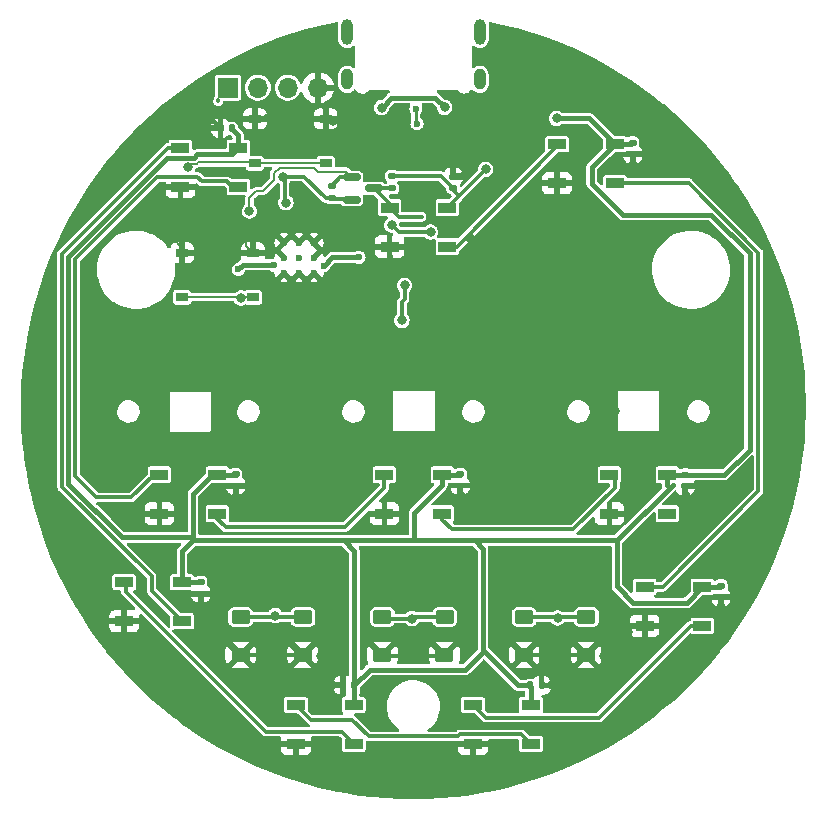
<source format=gbr>
%TF.GenerationSoftware,KiCad,Pcbnew,(7.0.0-0)*%
%TF.CreationDate,2023-04-23T04:16:38-05:00*%
%TF.ProjectId,RP2040_minimal,52503230-3430-45f6-9d69-6e696d616c2e,REV1*%
%TF.SameCoordinates,Original*%
%TF.FileFunction,Copper,L4,Bot*%
%TF.FilePolarity,Positive*%
%FSLAX46Y46*%
G04 Gerber Fmt 4.6, Leading zero omitted, Abs format (unit mm)*
G04 Created by KiCad (PCBNEW (7.0.0-0)) date 2023-04-23 04:16:38*
%MOMM*%
%LPD*%
G01*
G04 APERTURE LIST*
G04 Aperture macros list*
%AMRoundRect*
0 Rectangle with rounded corners*
0 $1 Rounding radius*
0 $2 $3 $4 $5 $6 $7 $8 $9 X,Y pos of 4 corners*
0 Add a 4 corners polygon primitive as box body*
4,1,4,$2,$3,$4,$5,$6,$7,$8,$9,$2,$3,0*
0 Add four circle primitives for the rounded corners*
1,1,$1+$1,$2,$3*
1,1,$1+$1,$4,$5*
1,1,$1+$1,$6,$7*
1,1,$1+$1,$8,$9*
0 Add four rect primitives between the rounded corners*
20,1,$1+$1,$2,$3,$4,$5,0*
20,1,$1+$1,$4,$5,$6,$7,0*
20,1,$1+$1,$6,$7,$8,$9,0*
20,1,$1+$1,$8,$9,$2,$3,0*%
G04 Aperture macros list end*
%TA.AperFunction,ComponentPad*%
%ADD10O,1.000000X1.800000*%
%TD*%
%TA.AperFunction,ComponentPad*%
%ADD11O,1.000000X2.200000*%
%TD*%
%TA.AperFunction,ComponentPad*%
%ADD12C,0.600000*%
%TD*%
%TA.AperFunction,ComponentPad*%
%ADD13R,1.700000X1.700000*%
%TD*%
%TA.AperFunction,ComponentPad*%
%ADD14O,1.700000X1.700000*%
%TD*%
%TA.AperFunction,SMDPad,CuDef*%
%ADD15RoundRect,0.300000X0.500000X0.300000X-0.500000X0.300000X-0.500000X-0.300000X0.500000X-0.300000X0*%
%TD*%
%TA.AperFunction,SMDPad,CuDef*%
%ADD16R,1.500000X0.900000*%
%TD*%
%TA.AperFunction,SMDPad,CuDef*%
%ADD17R,1.000000X0.750000*%
%TD*%
%TA.AperFunction,SMDPad,CuDef*%
%ADD18RoundRect,0.140000X-0.170000X0.140000X-0.170000X-0.140000X0.170000X-0.140000X0.170000X0.140000X0*%
%TD*%
%TA.AperFunction,SMDPad,CuDef*%
%ADD19RoundRect,0.135000X-0.185000X0.135000X-0.185000X-0.135000X0.185000X-0.135000X0.185000X0.135000X0*%
%TD*%
%TA.AperFunction,SMDPad,CuDef*%
%ADD20RoundRect,0.140000X0.140000X0.170000X-0.140000X0.170000X-0.140000X-0.170000X0.140000X-0.170000X0*%
%TD*%
%TA.AperFunction,SMDPad,CuDef*%
%ADD21RoundRect,0.140000X0.170000X-0.140000X0.170000X0.140000X-0.170000X0.140000X-0.170000X-0.140000X0*%
%TD*%
%TA.AperFunction,SMDPad,CuDef*%
%ADD22RoundRect,0.135000X0.185000X-0.135000X0.185000X0.135000X-0.185000X0.135000X-0.185000X-0.135000X0*%
%TD*%
%TA.AperFunction,SMDPad,CuDef*%
%ADD23RoundRect,0.150000X-0.587500X-0.150000X0.587500X-0.150000X0.587500X0.150000X-0.587500X0.150000X0*%
%TD*%
%TA.AperFunction,SMDPad,CuDef*%
%ADD24RoundRect,0.140000X-0.140000X-0.170000X0.140000X-0.170000X0.140000X0.170000X-0.140000X0.170000X0*%
%TD*%
%TA.AperFunction,ViaPad*%
%ADD25C,0.800000*%
%TD*%
%TA.AperFunction,ViaPad*%
%ADD26C,0.600000*%
%TD*%
%TA.AperFunction,Conductor*%
%ADD27C,0.300000*%
%TD*%
%TA.AperFunction,Conductor*%
%ADD28C,0.200000*%
%TD*%
%TA.AperFunction,Conductor*%
%ADD29C,0.400000*%
%TD*%
%TA.AperFunction,Conductor*%
%ADD30C,0.250000*%
%TD*%
G04 APERTURE END LIST*
D10*
%TO.P,P1,S1,SHIELD*%
%TO.N,unconnected-(P1-SHIELD-PadS1)*%
X5619999Y28119999D03*
D11*
X5619999Y32119999D03*
D10*
X-5619999Y28119999D03*
D11*
X-5619999Y32119999D03*
%TD*%
D12*
%TO.P,U3,57,GND*%
%TO.N,GND*%
X-8407662Y14297000D03*
X-9682662Y14297000D03*
X-10957662Y14297000D03*
X-8407662Y13022000D03*
X-9682662Y13022000D03*
X-10957662Y13022000D03*
X-8407662Y11747000D03*
X-9682662Y11747000D03*
X-10957662Y11747000D03*
%TD*%
D13*
%TO.P,J1,1,Pin_1*%
%TO.N,+3V3*%
X-15709999Y27419999D03*
D14*
%TO.P,J1,2,Pin_2*%
%TO.N,SWCLK*%
X-13169999Y27419999D03*
%TO.P,J1,3,Pin_3*%
%TO.N,SWDIO*%
X-10629999Y27419999D03*
%TO.P,J1,4,Pin_4*%
%TO.N,GND*%
X-8089999Y27419999D03*
%TD*%
D15*
%TO.P,SW4,1,1*%
%TO.N,BUTT2*%
X14650000Y-17400000D03*
X9375000Y-17400000D03*
%TO.P,SW4,2,2*%
%TO.N,GND*%
X14625000Y-20600000D03*
X9375000Y-20600000D03*
%TD*%
D16*
%TO.P,D10,1,VDD*%
%TO.N,+5V*%
X-14819999Y22319999D03*
%TO.P,D10,2,DOUT*%
%TO.N,UG_DIN*%
X-14819999Y19019999D03*
%TO.P,D10,3,VSS*%
%TO.N,GND*%
X-19719999Y19019999D03*
%TO.P,D10,4,DIN*%
%TO.N,Net-(D10-DIN)*%
X-19719999Y22319999D03*
%TD*%
D17*
%TO.P,SW1,1,1*%
%TO.N,GND*%
X-7429999Y24774999D03*
X-13429999Y24774999D03*
%TO.P,SW1,2,2*%
%TO.N,Net-(R6-Pad1)*%
X-7429999Y21024999D03*
X-13429999Y21024999D03*
%TD*%
D18*
%TO.P,C33,1*%
%TO.N,+5V*%
X-18000000Y-14470000D03*
%TO.P,C33,2*%
%TO.N,GND*%
X-18000000Y-15430000D03*
%TD*%
D19*
%TO.P,R8,1*%
%TO.N,LED_D*%
X-6932500Y19100000D03*
%TO.P,R8,2*%
%TO.N,+3V3*%
X-6932500Y18080000D03*
%TD*%
D20*
%TO.P,C34,1*%
%TO.N,+5V*%
X-15370000Y23970000D03*
%TO.P,C34,2*%
%TO.N,GND*%
X-16330000Y23970000D03*
%TD*%
D15*
%TO.P,SW3,1,1*%
%TO.N,BUTT0*%
X-9350000Y-17400000D03*
X-14625000Y-17400000D03*
%TO.P,SW3,2,2*%
%TO.N,GND*%
X-9375000Y-20600000D03*
X-14625000Y-20600000D03*
%TD*%
D18*
%TO.P,C27,1*%
%TO.N,+5V*%
X23020000Y-5350000D03*
%TO.P,C27,2*%
%TO.N,GND*%
X23020000Y-6310000D03*
%TD*%
D16*
%TO.P,D1,1,VDD*%
%TO.N,+5V*%
X-16599999Y-5349999D03*
%TO.P,D1,2,DOUT*%
%TO.N,Net-(D1-DOUT)*%
X-16599999Y-8649999D03*
%TO.P,D1,3,VSS*%
%TO.N,GND*%
X-21499999Y-8649999D03*
%TO.P,D1,4,DIN*%
%TO.N,UG_DIN*%
X-21499999Y-5349999D03*
%TD*%
D18*
%TO.P,C25,1*%
%TO.N,+5V*%
X-15050000Y-5320000D03*
%TO.P,C25,2*%
%TO.N,GND*%
X-15050000Y-6280000D03*
%TD*%
%TO.P,C29,1*%
%TO.N,+5V*%
X18560000Y22750000D03*
%TO.P,C29,2*%
%TO.N,GND*%
X18560000Y21790000D03*
%TD*%
%TO.P,C26,1*%
%TO.N,+5V*%
X3960000Y-5310000D03*
%TO.P,C26,2*%
%TO.N,GND*%
X3960000Y-6270000D03*
%TD*%
D20*
%TO.P,C32,1*%
%TO.N,+5V*%
X-5010000Y-23170000D03*
%TO.P,C32,2*%
%TO.N,GND*%
X-5970000Y-23170000D03*
%TD*%
D16*
%TO.P,D3,1,VDD*%
%TO.N,+5V*%
X21499999Y-5349999D03*
%TO.P,D3,2,DOUT*%
%TO.N,unconnected-(D3-DOUT-Pad2)*%
X21499999Y-8649999D03*
%TO.P,D3,3,VSS*%
%TO.N,GND*%
X16599999Y-8649999D03*
%TO.P,D3,4,DIN*%
%TO.N,Net-(D2-DOUT)*%
X16599999Y-5349999D03*
%TD*%
D17*
%TO.P,SW2,1,1*%
%TO.N,GND*%
X-13569999Y13429999D03*
X-19569999Y13429999D03*
%TO.P,SW2,2,2*%
%TO.N,Net-(U3-RUN)*%
X-13569999Y9679999D03*
X-19569999Y9679999D03*
%TD*%
D16*
%TO.P,D2,1,VDD*%
%TO.N,+5V*%
X2449999Y-5349999D03*
%TO.P,D2,2,DOUT*%
%TO.N,Net-(D2-DOUT)*%
X2449999Y-8649999D03*
%TO.P,D2,3,VSS*%
%TO.N,GND*%
X-2449999Y-8649999D03*
%TO.P,D2,4,DIN*%
%TO.N,Net-(D1-DOUT)*%
X-2449999Y-5349999D03*
%TD*%
D18*
%TO.P,C30,1*%
%TO.N,+5V*%
X26045000Y-14745000D03*
%TO.P,C30,2*%
%TO.N,GND*%
X26045000Y-15705000D03*
%TD*%
D15*
%TO.P,SW5,1,1*%
%TO.N,BUTT1*%
X2650000Y-17400000D03*
X-2625000Y-17400000D03*
%TO.P,SW5,2,2*%
%TO.N,GND*%
X2625000Y-20600000D03*
X-2625000Y-20600000D03*
%TD*%
D16*
%TO.P,D4,1,VDD*%
%TO.N,+5V*%
X2879999Y17259999D03*
%TO.P,D4,2,DOUT*%
%TO.N,Net-(D4-DOUT)*%
X2879999Y13959999D03*
%TO.P,D4,3,VSS*%
%TO.N,GND*%
X-2019999Y13959999D03*
%TO.P,D4,4,DIN*%
%TO.N,Net-(D4-DIN)*%
X-2019999Y17259999D03*
%TD*%
D21*
%TO.P,C28,1*%
%TO.N,+5V*%
X3360000Y18920000D03*
%TO.P,C28,2*%
%TO.N,GND*%
X3360000Y19880000D03*
%TD*%
D22*
%TO.P,R9,1*%
%TO.N,Net-(D4-DIN)*%
X-1805000Y18895000D03*
%TO.P,R9,2*%
%TO.N,+5V*%
X-1805000Y19915000D03*
%TD*%
D16*
%TO.P,D8,1,VDD*%
%TO.N,+5V*%
X-5049999Y-24849999D03*
%TO.P,D8,2,DOUT*%
%TO.N,Net-(D8-DOUT)*%
X-5049999Y-28149999D03*
%TO.P,D8,3,VSS*%
%TO.N,GND*%
X-9949999Y-28149999D03*
%TO.P,D8,4,DIN*%
%TO.N,Net-(D7-DOUT)*%
X-9949999Y-24849999D03*
%TD*%
%TO.P,D9,1,VDD*%
%TO.N,+5V*%
X-19579999Y-14449999D03*
%TO.P,D9,2,DOUT*%
%TO.N,Net-(D10-DIN)*%
X-19579999Y-17749999D03*
%TO.P,D9,3,VSS*%
%TO.N,GND*%
X-24479999Y-17749999D03*
%TO.P,D9,4,DIN*%
%TO.N,Net-(D8-DOUT)*%
X-24479999Y-14449999D03*
%TD*%
D23*
%TO.P,Q1,1,G*%
%TO.N,+3V3*%
X-5230000Y17930000D03*
%TO.P,Q1,2,S*%
%TO.N,LED_D*%
X-5230000Y19830000D03*
%TO.P,Q1,3,D*%
%TO.N,Net-(D4-DIN)*%
X-3355000Y18880000D03*
%TD*%
D16*
%TO.P,D6,1,VDD*%
%TO.N,+5V*%
X24474999Y-14854999D03*
%TO.P,D6,2,DOUT*%
%TO.N,Net-(D6-DOUT)*%
X24474999Y-18154999D03*
%TO.P,D6,3,VSS*%
%TO.N,GND*%
X19574999Y-18154999D03*
%TO.P,D6,4,DIN*%
%TO.N,Net-(D5-DOUT)*%
X19574999Y-14854999D03*
%TD*%
%TO.P,D7,1,VDD*%
%TO.N,+5V*%
X9949999Y-24849999D03*
%TO.P,D7,2,DOUT*%
%TO.N,Net-(D7-DOUT)*%
X9949999Y-28149999D03*
%TO.P,D7,3,VSS*%
%TO.N,GND*%
X5049999Y-28149999D03*
%TO.P,D7,4,DIN*%
%TO.N,Net-(D6-DOUT)*%
X5049999Y-24849999D03*
%TD*%
%TO.P,D5,1,VDD*%
%TO.N,+5V*%
X17059999Y22629999D03*
%TO.P,D5,2,DOUT*%
%TO.N,Net-(D5-DOUT)*%
X17059999Y19329999D03*
%TO.P,D5,3,VSS*%
%TO.N,GND*%
X12159999Y19329999D03*
%TO.P,D5,4,DIN*%
%TO.N,Net-(D4-DOUT)*%
X12159999Y22629999D03*
%TD*%
D24*
%TO.P,C31,1*%
%TO.N,+5V*%
X9890000Y-23200000D03*
%TO.P,C31,2*%
%TO.N,GND*%
X10850000Y-23200000D03*
%TD*%
D25*
%TO.N,GND*%
X8166000Y-18706000D03*
X-11834000Y-12706000D03*
X-27834000Y-14706000D03*
D26*
X-9415162Y17709500D03*
D25*
X-13834000Y-8706000D03*
X16166000Y-14706000D03*
X-9834000Y-4706000D03*
X14166000Y-28706000D03*
X14166000Y27294000D03*
X-27834000Y5294000D03*
X-15834000Y17294000D03*
X166000Y-6706000D03*
X10166000Y-12706000D03*
X7322500Y8765000D03*
D26*
X-13280000Y17779500D03*
D25*
X-27834000Y7294000D03*
X12166000Y5294000D03*
X20166000Y23294000D03*
X-4120000Y25800000D03*
X-5834000Y-30706000D03*
X-3270000Y24340000D03*
X14166000Y23294000D03*
X-19834000Y-2706000D03*
X16166000Y15294000D03*
X28166000Y-10706000D03*
X-11834000Y-8706000D03*
X-5834000Y5294000D03*
X8166000Y-28706000D03*
X-2110000Y0D03*
X16166000Y-20706000D03*
X-17288093Y17040000D03*
X6166000Y-6706000D03*
X14166000Y-6706000D03*
X20166000Y3294000D03*
X-29834000Y-10706000D03*
X-19834000Y5294000D03*
X166000Y5294000D03*
X18166000Y-18706000D03*
X-9834000Y-22706000D03*
X8060000Y9855000D03*
X28166000Y-14706000D03*
X-14157162Y15220000D03*
X-31834000Y-2706000D03*
X-7834000Y-6706000D03*
X-21834000Y-2706000D03*
X-15834000Y5294000D03*
X-9834000Y3294000D03*
X4166000Y-8706000D03*
X-3834000Y1294000D03*
X-7834000Y-8706000D03*
X166000Y-30706000D03*
X12166000Y-8706000D03*
X-13834000Y5294000D03*
X2450000Y860000D03*
X10166000Y-6706000D03*
X12166000Y-6706000D03*
D26*
X-3408750Y8050000D03*
D25*
X30166000Y-2706000D03*
X12166000Y-12706000D03*
X14166000Y-12706000D03*
X14166000Y5294000D03*
X26166000Y-2706000D03*
X-20560000Y14850000D03*
X8166000Y27294000D03*
X10166000Y-4706000D03*
X26166000Y-18706000D03*
X30166000Y1294000D03*
X6166000Y-30706000D03*
X22166000Y3294000D03*
X-31834000Y1294000D03*
X4781250Y14670000D03*
X-17834000Y-24706000D03*
X-15600000Y-2400000D03*
X-7834000Y-24706000D03*
X-15834000Y-18706000D03*
X14166000Y-18706000D03*
X2370000Y8992500D03*
X-11834000Y-24706000D03*
X-3834000Y5294000D03*
X6485000Y7730000D03*
X4166000Y-30706000D03*
X18166000Y-4706000D03*
X-11834000Y-28706000D03*
X10166000Y-8706000D03*
X2166000Y5294000D03*
X-3834000Y-18706000D03*
X-11910000Y-20660000D03*
X5190531Y10667576D03*
X-27834000Y-706000D03*
X-7834000Y-706000D03*
X10020000Y8617500D03*
X-27834000Y-10706000D03*
X10166000Y29294000D03*
X-1834000Y5294000D03*
X8166000Y1294000D03*
X-9834000Y-706000D03*
X-17834000Y5294000D03*
X-17834000Y-2706000D03*
X166000Y-4706000D03*
X8166000Y-30706000D03*
X-23834000Y7294000D03*
X-13834000Y-18706000D03*
X-7834000Y-30706000D03*
X-22990000Y-8670000D03*
X-25834000Y7294000D03*
X16166000Y9294000D03*
X12937500Y10407500D03*
X10166000Y-18706000D03*
X-21834000Y-22706000D03*
X166000Y-28706000D03*
X4489898Y26525534D03*
X8166000Y-12706000D03*
X-7834000Y-20706000D03*
X12166000Y-28706000D03*
X-4520741Y26532318D03*
X-9834000Y-12706000D03*
X10166000Y-706000D03*
X-15834000Y-26706000D03*
X18140000Y-8540000D03*
X17046000Y0D03*
X8166000Y25294000D03*
X26166000Y7294000D03*
X-15030000Y20260000D03*
X-27834000Y-4706000D03*
X4394000Y19990000D03*
X-7834000Y-16706000D03*
X14166000Y17294000D03*
X4166000Y5294000D03*
X-31834000Y-706000D03*
X14166000Y15294000D03*
X18166000Y5294000D03*
X20166000Y5294000D03*
X-19834000Y-6706000D03*
X-9834000Y-18706000D03*
X24166000Y7294000D03*
X-7834000Y-12706000D03*
X-25834000Y-12706000D03*
X1470000Y18370000D03*
X9395000Y11792500D03*
X20166000Y-24706000D03*
X12166000Y27294000D03*
X12166000Y13294000D03*
X8166000Y-24706000D03*
X4040000Y-7140000D03*
X0Y-20600000D03*
D26*
X-3432752Y9720262D03*
D25*
X18166000Y-6706000D03*
X-27834000Y1294000D03*
X-19834000Y3294000D03*
X-9834000Y29294000D03*
X-13834000Y-28706000D03*
D26*
X-3095000Y15760000D03*
D25*
X21590000Y840000D03*
X-27834000Y-12706000D03*
X1900000Y22510000D03*
X12166000Y-4706000D03*
X-1834000Y-28706000D03*
X14166000Y-4706000D03*
X-2613000Y22333000D03*
X16166000Y25294000D03*
X-1650000Y21370000D03*
X16166000Y11294000D03*
X166000Y-12706000D03*
X-13834000Y-22706000D03*
X-27834000Y-2706000D03*
X-17834000Y3294000D03*
X-31834000Y3294000D03*
X6166000Y-8706000D03*
X-21834000Y17294000D03*
X-31834000Y-4706000D03*
X2166000Y-18706000D03*
X11760000Y-23190000D03*
X24166000Y3294000D03*
X9630000Y16810000D03*
X-6865000Y-23165000D03*
X20166000Y-10706000D03*
X2166000Y-12706000D03*
X-17834000Y-18706000D03*
X28166000Y-12706000D03*
X8166000Y31294000D03*
X-14985000Y-7210000D03*
X-19622360Y10920000D03*
X-890000Y-8640000D03*
X14166000Y29294000D03*
X18166000Y15294000D03*
X32166000Y1294000D03*
X26085000Y-16545000D03*
D26*
X-6427662Y6643824D03*
D25*
X12166000Y-14706000D03*
X22166000Y-22706000D03*
X2166000Y-30706000D03*
X-21834000Y-20706000D03*
X10166000Y27294000D03*
X20166000Y21294000D03*
X-4970000Y24970000D03*
D26*
X-1982662Y13072000D03*
D25*
X-7834000Y31294000D03*
X16166000Y5294000D03*
X18166000Y11294000D03*
X30166000Y9294000D03*
X2166000Y-28706000D03*
X-7834000Y29294000D03*
X16166000Y-18706000D03*
X30166000Y11294000D03*
X24166000Y21294000D03*
X32166000Y-706000D03*
X20166000Y15294000D03*
X12166000Y-706000D03*
X3800000Y25970000D03*
X-5834000Y-4706000D03*
X-15834000Y15294000D03*
X14166000Y-24706000D03*
X-19834000Y-4706000D03*
X-31834000Y5294000D03*
X14166000Y13294000D03*
X14166000Y-22706000D03*
X-3834000Y-12706000D03*
X-19834000Y-22706000D03*
X-7834000Y1294000D03*
X30166000Y-8706000D03*
X26166000Y19294000D03*
X-9834000Y1294000D03*
X8166000Y-706000D03*
X-1834000Y-12706000D03*
X-3834000Y-30706000D03*
X30166000Y-4706000D03*
D26*
X-1765000Y9400000D03*
D25*
X16166000Y-16706000D03*
X-12290000Y24820000D03*
X-15834000Y3294000D03*
X5950000Y26300000D03*
X16166000Y27294000D03*
X30166000Y3294000D03*
X8166000Y-4706000D03*
X-8970000Y24540000D03*
X8166000Y-6706000D03*
X-25834000Y5294000D03*
X26166000Y5294000D03*
D26*
X-3320000Y8820000D03*
D25*
X-11834000Y5294000D03*
X22166000Y5294000D03*
X14166000Y-14706000D03*
X-1834000Y-30706000D03*
X20166000Y-12706000D03*
X18166000Y-20706000D03*
X10166000Y1294000D03*
X16166000Y-22706000D03*
X6166000Y-4706000D03*
X-23834000Y-20706000D03*
X-5834000Y-6706000D03*
X-7834000Y-18706000D03*
X-29834000Y-8706000D03*
X8166000Y-8706000D03*
X-11834000Y-6706000D03*
X20166000Y25294000D03*
X24166000Y-8706000D03*
X-27834000Y3294000D03*
X16166000Y-12706000D03*
X12166000Y-24706000D03*
X-15925000Y25000D03*
X24166000Y-20706000D03*
X4166000Y-18706000D03*
X30166000Y-706000D03*
X16166000Y13294000D03*
X-7834000Y-28706000D03*
X26166000Y-12706000D03*
X-13834000Y-12706000D03*
X-11834000Y-706000D03*
X-9834000Y-8706000D03*
X30166000Y7294000D03*
X-17260000Y24670000D03*
X4570000Y23140000D03*
X-21200000Y-10000D03*
X-12665000Y8000000D03*
X-7834000Y-4706000D03*
X6166000Y-22706000D03*
X-23834000Y-2706000D03*
X4166000Y-12706000D03*
X18166000Y-12706000D03*
X-19834000Y-24706000D03*
X18166000Y9294000D03*
X18600000Y20890000D03*
X-11834000Y1294000D03*
X22166000Y-10706000D03*
X18166000Y13294000D03*
X-13834000Y-4706000D03*
X-21834000Y3294000D03*
X-16460000Y12030000D03*
X30166000Y5294000D03*
X30166000Y-10706000D03*
X30166000Y-6706000D03*
X12220000Y-20610000D03*
X12166000Y15294000D03*
X12166000Y29294000D03*
X12166000Y1294000D03*
X-16900000Y-15400000D03*
X4166000Y-16706000D03*
X18166000Y25294000D03*
X32166000Y3294000D03*
X20166000Y9294000D03*
X-1834000Y-18706000D03*
X32166000Y-2706000D03*
X-9834000Y-6706000D03*
X8166000Y29294000D03*
X-21230000Y19040000D03*
X-6795000Y24580000D03*
X-11834000Y-22706000D03*
X22166000Y21294000D03*
X23080000Y-7140000D03*
X-11834000Y-4706000D03*
X22166000Y23294000D03*
X-9834000Y31294000D03*
X26166000Y-6706000D03*
%TO.N,VBUS*%
X2650000Y25750000D03*
X-2690000Y25720000D03*
%TO.N,BUTT0*%
X-11695000Y-17285000D03*
%TO.N,+5V*%
X12120000Y24810000D03*
X6120000Y20500000D03*
D26*
%TO.N,USB_D+*%
X210000Y25640000D03*
X303779Y24365500D03*
D25*
%TO.N,LED_D*%
X-13880000Y16960000D03*
%TO.N,BUTT1*%
X-110000Y-17540000D03*
%TO.N,BUTT2*%
X12202500Y-17490000D03*
D26*
%TO.N,+1V1*%
X-14821915Y12031916D03*
X-7582662Y12332000D03*
X-11792662Y12384500D03*
X-4592147Y13058202D03*
D25*
%TO.N,+3V3*%
X-980000Y7720000D03*
X-750000Y10670000D03*
X-11080000Y19890000D03*
X1450000Y15180000D03*
X-10800000Y17680000D03*
X-1840000Y15780000D03*
%TO.N,Net-(R6-Pad1)*%
X-19100000Y20670000D03*
%TO.N,Net-(U3-RUN)*%
X-14590378Y9610378D03*
%TD*%
D27*
%TO.N,GND*%
X12210000Y-20620000D02*
X12220000Y-20610000D01*
D28*
X-19570000Y13860000D02*
X-20560000Y14850000D01*
D27*
X-16930000Y-15430000D02*
X-16900000Y-15400000D01*
X26085000Y-16545000D02*
X26090000Y-16550000D01*
X3540000Y19990000D02*
X3360000Y19810000D01*
X-14985000Y-7210000D02*
X-14980000Y-7205000D01*
X23080000Y-7140000D02*
X23085000Y-7145000D01*
X10860000Y-23190000D02*
X10850000Y-23200000D01*
X4394000Y19990000D02*
X3540000Y19990000D01*
X4045000Y-7135000D02*
X4040000Y-7140000D01*
X-2545000Y-20680000D02*
X-2625000Y-20600000D01*
D28*
X16600000Y-8650000D02*
X17930000Y-8650000D01*
X17930000Y-8650000D02*
X18040000Y-8540000D01*
X-22990000Y-8670000D02*
X-22840000Y-8650000D01*
D27*
X2545000Y-20680000D02*
X80000Y-20680000D01*
X23085000Y-7145000D02*
X23085000Y-7195000D01*
X18590000Y20910000D02*
X18585000Y20905000D01*
D28*
X18140000Y-8440000D02*
X18050000Y-8530000D01*
D27*
X-9435000Y-20660000D02*
X-9375000Y-20600000D01*
D28*
X18140000Y-8540000D02*
X18140000Y-8440000D01*
D27*
X-11910000Y-20660000D02*
X-9435000Y-20660000D01*
X26090000Y-16540000D02*
X26085000Y-16545000D01*
X18590000Y20850000D02*
X18565000Y20825000D01*
X26090000Y-16600000D02*
X26065000Y-16625000D01*
D28*
X-12290000Y24880000D02*
X-12360000Y24810000D01*
D27*
X-18000000Y-15430000D02*
X-16930000Y-15430000D01*
X-16330000Y23970000D02*
X-17030000Y24670000D01*
X18585000Y20905000D02*
X18590000Y20900000D01*
X-14980000Y-7215000D02*
X-14980000Y-7265000D01*
D28*
X-14157162Y14017162D02*
X-13570000Y13430000D01*
D27*
X23085000Y-7195000D02*
X23060000Y-7220000D01*
X-6865000Y-23165000D02*
X-6870000Y-23170000D01*
X4045000Y-7195000D02*
X4020000Y-7220000D01*
X18590000Y21800000D02*
X18590000Y20910000D01*
X-20338093Y17890000D02*
X-20358093Y17910000D01*
D28*
X-12370000Y24800000D02*
X-12350000Y24820000D01*
D27*
X-14980000Y-7205000D02*
X-14980000Y-6315000D01*
D28*
X-14157162Y15220000D02*
X-14157162Y14017162D01*
D27*
X-11910000Y-20660000D02*
X-14852500Y-20660000D01*
X0Y-20600000D02*
X-80000Y-20680000D01*
X9395000Y-20620000D02*
X12210000Y-20620000D01*
X-14980000Y-7265000D02*
X-15005000Y-7290000D01*
X4040000Y-7140000D02*
X4045000Y-7145000D01*
X23085000Y-7135000D02*
X23085000Y-6245000D01*
X26090000Y-15650000D02*
X26090000Y-16540000D01*
X14605000Y-20620000D02*
X14625000Y-20600000D01*
X-6860000Y-23170000D02*
X-6865000Y-23165000D01*
X-6920000Y-23170000D02*
X-6945000Y-23145000D01*
X12230000Y-20620000D02*
X14605000Y-20620000D01*
D28*
X-2450000Y-8650000D02*
X-900000Y-8650000D01*
D27*
X18590000Y20900000D02*
X18590000Y20850000D01*
X23080000Y-7140000D02*
X23085000Y-7135000D01*
D28*
X-12290000Y24820000D02*
X-12290000Y24880000D01*
D27*
X9375000Y-20600000D02*
X9395000Y-20620000D01*
D28*
X18040000Y-8540000D02*
X18140000Y-8540000D01*
D27*
X80000Y-20680000D02*
X0Y-20600000D01*
X4045000Y-6245000D02*
X4045000Y-7135000D01*
D28*
X-12350000Y24820000D02*
X-12290000Y24820000D01*
D27*
X-6870000Y-23170000D02*
X-6920000Y-23170000D01*
X-14985000Y-7210000D02*
X-14980000Y-7215000D01*
X2625000Y-20600000D02*
X2545000Y-20680000D01*
X26090000Y-16550000D02*
X26090000Y-16600000D01*
D28*
X-19570000Y13430000D02*
X-19570000Y13860000D01*
X-13440000Y24800000D02*
X-12370000Y24800000D01*
D27*
X-80000Y-20680000D02*
X-2545000Y-20680000D01*
X-5970000Y-23170000D02*
X-6860000Y-23170000D01*
X11760000Y-23190000D02*
X10860000Y-23190000D01*
D28*
X-21500000Y-8650000D02*
X-22800000Y-8650000D01*
D27*
X12220000Y-20610000D02*
X12230000Y-20620000D01*
D28*
X-900000Y-8650000D02*
X-890000Y-8640000D01*
D27*
X-17030000Y24670000D02*
X-17260000Y24670000D01*
D28*
X-22840000Y-8650000D02*
X-22820000Y-8650000D01*
X-22800000Y-8650000D02*
X-22990000Y-8670000D01*
D27*
X4045000Y-7145000D02*
X4045000Y-7195000D01*
D29*
%TO.N,VBUS*%
X-2585000Y25815000D02*
X-1863000Y26537000D01*
X-1868000Y26547000D02*
X1853000Y26547000D01*
X2650000Y25750000D02*
X2695000Y25885000D01*
X2695000Y25925000D02*
X2650000Y25750000D01*
X1853000Y26547000D02*
X2650000Y25750000D01*
X2695000Y25885000D02*
X2735000Y25885000D01*
X2735000Y25885000D02*
X2695000Y25925000D01*
D27*
%TO.N,BUTT0*%
X-11695000Y-17285000D02*
X-11580000Y-17400000D01*
X-11695000Y-17285000D02*
X-11810000Y-17400000D01*
X-11810000Y-17400000D02*
X-14625000Y-17400000D01*
X-11580000Y-17400000D02*
X-9350000Y-17400000D01*
%TO.N,Net-(D6-DOUT)*%
X23465000Y-18155000D02*
X15700000Y-25920000D01*
X15700000Y-25920000D02*
X6120000Y-25920000D01*
X24475000Y-18155000D02*
X23465000Y-18155000D01*
X6120000Y-25920000D02*
X5050000Y-24850000D01*
D29*
%TO.N,+5V*%
X5890000Y-19124949D02*
X5890000Y-20220000D01*
X26340000Y-5350000D02*
X21950000Y-5350000D01*
X17230000Y-10920000D02*
X17230000Y-14820000D01*
X-14820000Y22320000D02*
X-14820000Y23370000D01*
X2450000Y-6200000D02*
X90000Y-8560000D01*
X21500000Y-5350000D02*
X23070000Y-5350000D01*
D27*
X-1800000Y19920000D02*
X-1805000Y19915000D01*
D29*
X8870000Y-23200000D02*
X9890000Y-23200000D01*
X-5880000Y-10920000D02*
X-18650000Y-10920000D01*
X-14820000Y23370000D02*
X-15355000Y23905000D01*
X17230000Y-10920000D02*
X5180000Y-10920000D01*
X-24682182Y-10660000D02*
X-29210000Y-6132182D01*
X17060000Y22630000D02*
X18440000Y22630000D01*
X25935000Y-14855000D02*
X26045000Y-14745000D01*
X24475000Y-14855000D02*
X25935000Y-14855000D01*
X12120000Y24810000D02*
X14880000Y24810000D01*
X5180000Y-10920000D02*
X-5880000Y-10920000D01*
X-18650000Y-10920000D02*
X-19580000Y-11850000D01*
X-18650000Y-10920000D02*
X-18910000Y-10660000D01*
X15100000Y19290000D02*
X17760000Y16630000D01*
X5890000Y-20220000D02*
X8870000Y-23200000D01*
X-19580000Y-14450000D02*
X-18020000Y-14450000D01*
X14880000Y24810000D02*
X17060000Y22630000D01*
X17760000Y16630000D02*
X25232182Y16630000D01*
X21500000Y-5350000D02*
X21500000Y-6200000D01*
X5890000Y-19124949D02*
X5890000Y-20370000D01*
X-18910000Y-10660000D02*
X-24682182Y-10660000D01*
X-5010000Y-11790000D02*
X-5010000Y-23170000D01*
X-15380000Y21760000D02*
X-14820000Y22320000D01*
X2450000Y-5350000D02*
X3970000Y-5350000D01*
X21950000Y-6200000D02*
X17230000Y-10920000D01*
D27*
X6120000Y20500000D02*
X6275000Y20345000D01*
X3317035Y18920000D02*
X2317035Y19920000D01*
D29*
X28460000Y13402182D02*
X28460000Y-3230000D01*
X-29210000Y13108276D02*
X-20848276Y21470000D01*
X-3710000Y-21870000D02*
X-5010000Y-23170000D01*
X-18650000Y-6950000D02*
X-17050000Y-5350000D01*
D27*
X3360000Y18920000D02*
X3317035Y18920000D01*
X3530000Y18920000D02*
X3360000Y18920000D01*
X2317035Y19920000D02*
X-1800000Y19920000D01*
D29*
X-29210000Y-6132182D02*
X-29210000Y13108276D01*
X90000Y-8560000D02*
X90000Y-10920000D01*
X-20848276Y21470000D02*
X-18570000Y21470000D01*
X18440000Y22630000D02*
X18560000Y22750000D01*
X-18570000Y21470000D02*
X-18280000Y21760000D01*
X-15030000Y-5350000D02*
X-15000000Y-5320000D01*
D27*
X3360000Y18920000D02*
X3360000Y18750000D01*
D29*
X18615000Y-16205000D02*
X23125000Y-16205000D01*
X4390000Y-21870000D02*
X-3710000Y-21870000D01*
X28460000Y-3230000D02*
X26340000Y-5350000D01*
X-4740000Y-22900000D02*
X-5010000Y-23170000D01*
X17060000Y22630000D02*
X15100000Y20670000D01*
D27*
X3550000Y18730000D02*
X3360000Y18920000D01*
D29*
X5890000Y-11630000D02*
X5890000Y-19124949D01*
X-17050000Y-5350000D02*
X-15030000Y-5350000D01*
X-5880000Y-10920000D02*
X-5010000Y-11790000D01*
X-5010000Y-23880000D02*
X-5010000Y-23170000D01*
X-19580000Y-11850000D02*
X-19580000Y-14450000D01*
X5180000Y-10920000D02*
X5890000Y-11630000D01*
X5890000Y-20370000D02*
X4390000Y-21870000D01*
D27*
X3360000Y18750000D02*
X3865000Y18245000D01*
X6275000Y20345000D02*
X6305000Y20345000D01*
D29*
X3970000Y-5350000D02*
X4030000Y-5290000D01*
D27*
X6120000Y20500000D02*
X3865000Y18245000D01*
D29*
X2450000Y-5350000D02*
X2450000Y-6200000D01*
X-18650000Y-10920000D02*
X-18650000Y-6950000D01*
X-5020000Y-23890000D02*
X-5020000Y-24830000D01*
D27*
X3865000Y18245000D02*
X2880000Y17260000D01*
D29*
X23125000Y-16205000D02*
X24475000Y-14855000D01*
X-18280000Y21760000D02*
X-15380000Y21760000D01*
X15100000Y20670000D02*
X15100000Y19290000D01*
X9940000Y-23340000D02*
X9940000Y-24910000D01*
X17230000Y-14820000D02*
X18615000Y-16205000D01*
X25232182Y16630000D02*
X28460000Y13402182D01*
D27*
%TO.N,Net-(D4-DOUT)*%
X3660000Y13960000D02*
X2880000Y13960000D01*
X12160000Y22460000D02*
X3660000Y13960000D01*
X12160000Y22630000D02*
X12160000Y22460000D01*
%TO.N,Net-(D5-DOUT)*%
X19795000Y-14855000D02*
X19575000Y-14855000D01*
X21115000Y-14855000D02*
X19575000Y-14855000D01*
X17060000Y19330000D02*
X23310000Y19330000D01*
X29210000Y13430000D02*
X29210000Y-6760000D01*
X23310000Y19330000D02*
X29210000Y13430000D01*
X29210000Y-6760000D02*
X21115000Y-14855000D01*
%TO.N,Net-(D7-DOUT)*%
X-9950000Y-24850000D02*
X-8700000Y-26100000D01*
X9150000Y-27350000D02*
X9950000Y-28150000D01*
X-3790000Y-27510000D02*
X3790000Y-27510000D01*
X3950000Y-27350000D02*
X9150000Y-27350000D01*
X-8700000Y-26100000D02*
X-5200000Y-26100000D01*
X3790000Y-27510000D02*
X3950000Y-27350000D01*
X-5200000Y-26100000D02*
X-3790000Y-27510000D01*
D30*
%TO.N,USB_D+*%
X210000Y25640000D02*
X210000Y24459279D01*
X210000Y24459279D02*
X303779Y24365500D01*
D28*
%TO.N,LED_D*%
X-5710000Y20310000D02*
X-5230000Y19830000D01*
X-13880000Y16960000D02*
X-13880000Y18060000D01*
D27*
X-6202500Y19830000D02*
X-5230000Y19830000D01*
D28*
X-13290000Y18650000D02*
X-12760000Y18650000D01*
X-8080000Y20310000D02*
X-5710000Y20310000D01*
X-11780000Y20179950D02*
X-11309950Y20650000D01*
X-12760000Y18650000D02*
X-11780000Y19630000D01*
X-11309950Y20650000D02*
X-8420000Y20650000D01*
X-8420000Y20650000D02*
X-8080000Y20310000D01*
X-11780000Y19630000D02*
X-11780000Y20179950D01*
X-13880000Y18060000D02*
X-13290000Y18650000D01*
D27*
X-6932500Y19100000D02*
X-6202500Y19830000D01*
%TO.N,BUTT1*%
X-110000Y-17540000D02*
X30000Y-17400000D01*
X-2485000Y-17540000D02*
X-2625000Y-17400000D01*
X30000Y-17400000D02*
X2650000Y-17400000D01*
X-110000Y-17540000D02*
X-2485000Y-17540000D01*
%TO.N,BUTT2*%
X12292500Y-17400000D02*
X14650000Y-17400000D01*
X12112500Y-17400000D02*
X12202500Y-17490000D01*
X9375000Y-17400000D02*
X12112500Y-17400000D01*
X12202500Y-17490000D02*
X12292500Y-17400000D01*
%TO.N,Net-(D4-DIN)*%
X-2020000Y17545000D02*
X-3355000Y18880000D01*
X-1220000Y16460000D02*
X-2020000Y17260000D01*
X670000Y16460000D02*
X-1220000Y16460000D01*
X-2020000Y17260000D02*
X-2020000Y17545000D01*
X-3355000Y18880000D02*
X-1832500Y18880000D01*
X700000Y16490000D02*
X670000Y16460000D01*
%TO.N,Net-(D2-DOUT)*%
X17050000Y-6470000D02*
X17050000Y-5850000D01*
X13538000Y-9982000D02*
X17050000Y-6470000D01*
X3282000Y-9982000D02*
X13538000Y-9982000D01*
X2450000Y-9150000D02*
X3282000Y-9982000D01*
%TO.N,UG_DIN*%
X-26870000Y-7280000D02*
X-23880000Y-7280000D01*
X-21690458Y19850000D02*
X-28660000Y12880458D01*
X-17919339Y19489339D02*
X-18280000Y19850000D01*
X-15345661Y19020000D02*
X-15815000Y19489339D01*
X-23880000Y-7280000D02*
X-21950000Y-5350000D01*
X-18280000Y19850000D02*
X-21690458Y19850000D01*
X-28660000Y-5490000D02*
X-26870000Y-7280000D01*
X-28660000Y12880458D02*
X-28660000Y-5490000D01*
X-15815000Y19489339D02*
X-17919339Y19489339D01*
X-14820000Y19020000D02*
X-15345661Y19020000D01*
D29*
%TO.N,+1V1*%
X-6856460Y13058202D02*
X-7582662Y12332000D01*
X-4592147Y13058202D02*
X-6856460Y13058202D01*
X-14821915Y12031916D02*
X-14426831Y12427000D01*
X-14426831Y12427000D02*
X-11847632Y12427000D01*
X-11847632Y12427000D02*
X-11817632Y12397000D01*
D27*
%TO.N,Net-(D10-DIN)*%
X-20776094Y22320000D02*
X-19720000Y22320000D01*
X-22160000Y-15170000D02*
X-22160000Y-13959999D01*
X-19580000Y-17750000D02*
X-22160000Y-15170000D01*
X-22160000Y-13959999D02*
X-29760000Y-6359999D01*
X-29760000Y-6359999D02*
X-29760000Y13336094D01*
X-29760000Y13336094D02*
X-20776094Y22320000D01*
%TO.N,Net-(D8-DOUT)*%
X-6080000Y-27120000D02*
X-12500000Y-27120000D01*
X-5050000Y-28150000D02*
X-6080000Y-27120000D01*
X-12500000Y-27120000D02*
X-24350000Y-15270000D01*
X-24350000Y-15270000D02*
X-24350000Y-14580000D01*
%TO.N,Net-(D1-DOUT)*%
X-2450000Y-6470000D02*
X-2450000Y-5850000D01*
X-15900000Y-9800000D02*
X-5780000Y-9800000D01*
X-5780000Y-9800000D02*
X-2450000Y-6470000D01*
X-17050000Y-8650000D02*
X-15900000Y-9800000D01*
%TO.N,+3V3*%
X-5305000Y18005000D02*
X-6857500Y18005000D01*
X-10900000Y19710000D02*
X-10900000Y17780000D01*
X-750000Y10670000D02*
X-750000Y9495761D01*
X-1840000Y15790000D02*
X-1780000Y15730000D01*
X-7440000Y18080000D02*
X-9250000Y19890000D01*
X-5230000Y17930000D02*
X-5305000Y18005000D01*
X-6932500Y18080000D02*
X-7440000Y18080000D01*
X-980000Y9265761D02*
X-980000Y7720000D01*
X-980000Y7720000D02*
X-980000Y7870000D01*
X-1230000Y15180000D02*
X-1830000Y15780000D01*
X-10900000Y17780000D02*
X-10800000Y17680000D01*
X-11080000Y19890000D02*
X-10900000Y19710000D01*
X1450000Y15180000D02*
X-1230000Y15180000D01*
X-1840000Y15780000D02*
X-1840000Y15790000D01*
X-750000Y9495761D02*
X-980000Y9265761D01*
X-9250000Y19890000D02*
X-11080000Y19890000D01*
X-16530000Y26265000D02*
X-16530000Y26350000D01*
X-6857500Y18005000D02*
X-6932500Y18080000D01*
X-1830000Y15780000D02*
X-1840000Y15780000D01*
D28*
%TO.N,Net-(R6-Pad1)*%
X-13440000Y21050000D02*
X-7440000Y21050000D01*
X-13470000Y21080000D02*
X-13440000Y21050000D01*
X-18800000Y20970000D02*
X-18362893Y20970000D01*
X-18362893Y20970000D02*
X-18252893Y21080000D01*
X-19100000Y20670000D02*
X-18800000Y20970000D01*
X-18252893Y21080000D02*
X-13470000Y21080000D01*
%TO.N,Net-(U3-RUN)*%
X-14520756Y9680000D02*
X-13570000Y9680000D01*
X-14660000Y9680000D02*
X-19570000Y9680000D01*
X-14590378Y9610378D02*
X-14660000Y9680000D01*
X-14590378Y9610378D02*
X-14520756Y9680000D01*
%TD*%
%TA.AperFunction,Conductor*%
%TO.N,GND*%
G36*
X-19720671Y-11124015D02*
G01*
X-19676648Y-11161615D01*
X-19654493Y-11215102D01*
X-19659035Y-11272818D01*
X-19689285Y-11322181D01*
X-19875736Y-11508631D01*
X-19886100Y-11517894D01*
X-19906706Y-11534327D01*
X-19906710Y-11534330D01*
X-19913970Y-11540121D01*
X-19919203Y-11547795D01*
X-19919204Y-11547797D01*
X-19946176Y-11587356D01*
X-19948856Y-11591132D01*
X-19977276Y-11629641D01*
X-19977279Y-11629646D01*
X-19982793Y-11637118D01*
X-19985630Y-11645224D01*
X-19990472Y-11652327D01*
X-19993209Y-11661199D01*
X-19993212Y-11661206D01*
X-20007328Y-11706968D01*
X-20008775Y-11711367D01*
X-20010673Y-11716792D01*
X-20027646Y-11765301D01*
X-20027968Y-11773886D01*
X-20030500Y-11782098D01*
X-20030500Y-11791385D01*
X-20030500Y-11839262D01*
X-20030587Y-11843899D01*
X-20032377Y-11891719D01*
X-20032377Y-11891723D01*
X-20032724Y-11901010D01*
X-20030929Y-11907712D01*
X-20030500Y-11915342D01*
X-20030500Y-13625500D01*
X-20047113Y-13687500D01*
X-20092500Y-13732887D01*
X-20154500Y-13749500D01*
X-20354674Y-13749500D01*
X-20360649Y-13750688D01*
X-20360654Y-13750689D01*
X-20415760Y-13761650D01*
X-20415765Y-13761651D01*
X-20427740Y-13764034D01*
X-20437895Y-13770819D01*
X-20437897Y-13770820D01*
X-20500449Y-13812615D01*
X-20500452Y-13812617D01*
X-20510601Y-13819399D01*
X-20517383Y-13829548D01*
X-20517385Y-13829551D01*
X-20559180Y-13892103D01*
X-20559181Y-13892105D01*
X-20565966Y-13902260D01*
X-20568349Y-13914235D01*
X-20568350Y-13914240D01*
X-20579311Y-13969346D01*
X-20579312Y-13969351D01*
X-20580500Y-13975326D01*
X-20580500Y-14924674D01*
X-20579312Y-14930649D01*
X-20579311Y-14930653D01*
X-20568350Y-14985759D01*
X-20568349Y-14985762D01*
X-20565966Y-14997740D01*
X-20510601Y-15080601D01*
X-20427740Y-15135966D01*
X-20354674Y-15150500D01*
X-20348579Y-15150500D01*
X-18879625Y-15150500D01*
X-18837392Y-15157914D01*
X-18805112Y-15176452D01*
X-18790075Y-15180000D01*
X-17209925Y-15180000D01*
X-17198946Y-15177409D01*
X-17199521Y-15166142D01*
X-17235793Y-15041293D01*
X-17241939Y-15027091D01*
X-17316309Y-14901339D01*
X-17325800Y-14889103D01*
X-17413238Y-14801665D01*
X-17443488Y-14752301D01*
X-17448030Y-14694588D01*
X-17439500Y-14640735D01*
X-17439501Y-14299266D01*
X-17453983Y-14207825D01*
X-17510141Y-14097609D01*
X-17597609Y-14010141D01*
X-17707825Y-13953983D01*
X-17717463Y-13952456D01*
X-17717467Y-13952455D01*
X-17794445Y-13940263D01*
X-17794451Y-13940262D01*
X-17799265Y-13939500D01*
X-17804144Y-13939500D01*
X-18195865Y-13939500D01*
X-18195878Y-13939500D01*
X-18200734Y-13939501D01*
X-18205538Y-13940261D01*
X-18205541Y-13940262D01*
X-18282539Y-13952456D01*
X-18282545Y-13952457D01*
X-18292175Y-13953983D01*
X-18300865Y-13958410D01*
X-18300869Y-13958412D01*
X-18354982Y-13985985D01*
X-18411277Y-13999500D01*
X-18473481Y-13999500D01*
X-18520934Y-13990061D01*
X-18561163Y-13963180D01*
X-18588043Y-13922951D01*
X-18591651Y-13914240D01*
X-18594034Y-13902260D01*
X-18649399Y-13819399D01*
X-18732260Y-13764034D01*
X-18744238Y-13761651D01*
X-18744241Y-13761650D01*
X-18799347Y-13750689D01*
X-18799351Y-13750688D01*
X-18805326Y-13749500D01*
X-18811421Y-13749500D01*
X-19005500Y-13749500D01*
X-19067500Y-13732887D01*
X-19112887Y-13687500D01*
X-19129500Y-13625500D01*
X-19129500Y-12087966D01*
X-19120061Y-12040513D01*
X-19093181Y-12000285D01*
X-18499716Y-11406819D01*
X-18459488Y-11379939D01*
X-18412035Y-11370500D01*
X-6117966Y-11370500D01*
X-6070513Y-11379939D01*
X-6030285Y-11406819D01*
X-5496819Y-11940284D01*
X-5469939Y-11980512D01*
X-5460500Y-12027965D01*
X-5460500Y-22275734D01*
X-5473576Y-22331159D01*
X-5510048Y-22374895D01*
X-5562222Y-22397716D01*
X-5619095Y-22394810D01*
X-5706140Y-22369521D01*
X-5717410Y-22368945D01*
X-5720000Y-22379925D01*
X-5720000Y-23960076D01*
X-5711117Y-23997730D01*
X-5714755Y-24067135D01*
X-5755162Y-24123680D01*
X-5819385Y-24149500D01*
X-5824674Y-24149500D01*
X-5830648Y-24150688D01*
X-5830655Y-24150689D01*
X-5885760Y-24161650D01*
X-5885765Y-24161651D01*
X-5897740Y-24164034D01*
X-5907895Y-24170819D01*
X-5907897Y-24170820D01*
X-5970449Y-24212615D01*
X-5970452Y-24212617D01*
X-5980601Y-24219399D01*
X-5987383Y-24229548D01*
X-5987385Y-24229551D01*
X-6029180Y-24292103D01*
X-6029181Y-24292105D01*
X-6035966Y-24302260D01*
X-6038349Y-24314235D01*
X-6038350Y-24314240D01*
X-6049311Y-24369346D01*
X-6049312Y-24369351D01*
X-6050500Y-24375326D01*
X-6050500Y-25324674D01*
X-6049312Y-25330649D01*
X-6049311Y-25330653D01*
X-6038350Y-25385759D01*
X-6038349Y-25385762D01*
X-6035966Y-25397740D01*
X-5980601Y-25480601D01*
X-5970449Y-25487384D01*
X-5970014Y-25487819D01*
X-5939764Y-25537182D01*
X-5935222Y-25594898D01*
X-5957377Y-25648385D01*
X-6001400Y-25685985D01*
X-6057695Y-25699500D01*
X-8482745Y-25699500D01*
X-8530198Y-25690061D01*
X-8570426Y-25663181D01*
X-8913181Y-25320426D01*
X-8940061Y-25280198D01*
X-8949500Y-25232745D01*
X-8949500Y-24381421D01*
X-8949500Y-24375326D01*
X-8964034Y-24302260D01*
X-9019399Y-24219399D01*
X-9102260Y-24164034D01*
X-9114238Y-24161651D01*
X-9114241Y-24161650D01*
X-9169347Y-24150689D01*
X-9169351Y-24150688D01*
X-9175326Y-24149500D01*
X-10724674Y-24149500D01*
X-10730649Y-24150688D01*
X-10730654Y-24150689D01*
X-10785760Y-24161650D01*
X-10785765Y-24161651D01*
X-10797740Y-24164034D01*
X-10807895Y-24170819D01*
X-10807897Y-24170820D01*
X-10870449Y-24212615D01*
X-10870452Y-24212617D01*
X-10880601Y-24219399D01*
X-10887383Y-24229548D01*
X-10887385Y-24229551D01*
X-10929180Y-24292103D01*
X-10929181Y-24292105D01*
X-10935966Y-24302260D01*
X-10938349Y-24314235D01*
X-10938350Y-24314240D01*
X-10949311Y-24369346D01*
X-10949312Y-24369351D01*
X-10950500Y-24375326D01*
X-10950500Y-25324674D01*
X-10949312Y-25330649D01*
X-10949311Y-25330653D01*
X-10938350Y-25385759D01*
X-10938349Y-25385762D01*
X-10935966Y-25397740D01*
X-10880601Y-25480601D01*
X-10797740Y-25535966D01*
X-10724674Y-25550500D01*
X-9867255Y-25550500D01*
X-9819802Y-25559939D01*
X-9779574Y-25586819D01*
X-8960909Y-26405484D01*
X-8960906Y-26405486D01*
X-8938342Y-26428050D01*
X-8918604Y-26438107D01*
X-8902016Y-26448273D01*
X-8891990Y-26455557D01*
X-8891988Y-26455558D01*
X-8884090Y-26461296D01*
X-8863019Y-26468142D01*
X-8845041Y-26475589D01*
X-8826539Y-26485017D01*
X-8778139Y-26529060D01*
X-8758898Y-26591607D01*
X-8774176Y-26655239D01*
X-8819717Y-26702232D01*
X-8882837Y-26719500D01*
X-12282745Y-26719500D01*
X-12330198Y-26710061D01*
X-12370426Y-26683181D01*
X-15617193Y-23436414D01*
X-6747310Y-23436414D01*
X-6745376Y-23447005D01*
X-6704209Y-23588702D01*
X-6698061Y-23602909D01*
X-6623692Y-23728660D01*
X-6614201Y-23740896D01*
X-6510897Y-23844200D01*
X-6498661Y-23853691D01*
X-6372909Y-23928061D01*
X-6358707Y-23934207D01*
X-6233858Y-23970479D01*
X-6222591Y-23971054D01*
X-6220000Y-23960075D01*
X-6220000Y-23436326D01*
X-6223451Y-23423450D01*
X-6236326Y-23420000D01*
X-6731637Y-23420000D01*
X-6744782Y-23423706D01*
X-6747310Y-23436414D01*
X-15617193Y-23436414D01*
X-16150023Y-22903584D01*
X-6747311Y-22903584D01*
X-6744783Y-22916293D01*
X-6731641Y-22920000D01*
X-6236326Y-22920000D01*
X-6223451Y-22916549D01*
X-6220000Y-22903674D01*
X-6220000Y-22379925D01*
X-6222591Y-22368945D01*
X-6233858Y-22369520D01*
X-6358707Y-22405792D01*
X-6372909Y-22411938D01*
X-6498661Y-22486308D01*
X-6510897Y-22495799D01*
X-6614201Y-22599103D01*
X-6623692Y-22611339D01*
X-6698061Y-22737090D01*
X-6704209Y-22751297D01*
X-6745377Y-22892997D01*
X-6747311Y-22903584D01*
X-16150023Y-22903584D01*
X-17383460Y-21670147D01*
X-15337525Y-21670147D01*
X-15327948Y-21676547D01*
X-15310714Y-21682577D01*
X-15297222Y-21685656D01*
X-15173391Y-21699609D01*
X-15166442Y-21700000D01*
X-14083558Y-21700000D01*
X-14076610Y-21699609D01*
X-13952780Y-21685656D01*
X-13939283Y-21682576D01*
X-13922055Y-21676547D01*
X-13912477Y-21670147D01*
X-10087525Y-21670147D01*
X-10077948Y-21676547D01*
X-10060714Y-21682577D01*
X-10047222Y-21685656D01*
X-9923391Y-21699609D01*
X-9916442Y-21700000D01*
X-8833558Y-21700000D01*
X-8826610Y-21699609D01*
X-8702780Y-21685656D01*
X-8689283Y-21682576D01*
X-8672055Y-21676547D01*
X-8662477Y-21670147D01*
X-8668331Y-21660223D01*
X-9363458Y-20965095D01*
X-9375000Y-20958431D01*
X-9386543Y-20965095D01*
X-10081671Y-21660223D01*
X-10087525Y-21670147D01*
X-13912477Y-21670147D01*
X-13918331Y-21660223D01*
X-14613458Y-20965095D01*
X-14625000Y-20958431D01*
X-14636543Y-20965095D01*
X-15331671Y-21660223D01*
X-15337525Y-21670147D01*
X-17383460Y-21670147D01*
X-18112165Y-20941442D01*
X-15925000Y-20941442D01*
X-15924610Y-20948390D01*
X-15910658Y-21072219D01*
X-15907577Y-21085717D01*
X-15852635Y-21242734D01*
X-15846634Y-21255194D01*
X-15771919Y-21374103D01*
X-15764042Y-21381980D01*
X-15754606Y-21376051D01*
X-14990096Y-20611542D01*
X-14983432Y-20600000D01*
X-14266569Y-20600000D01*
X-14259905Y-20611542D01*
X-13495396Y-21376051D01*
X-13485960Y-21381980D01*
X-13478083Y-21374102D01*
X-13403368Y-21255197D01*
X-13397366Y-21242734D01*
X-13342424Y-21085717D01*
X-13339343Y-21072219D01*
X-13325391Y-20948390D01*
X-13325000Y-20941442D01*
X-10675000Y-20941442D01*
X-10674610Y-20948390D01*
X-10660658Y-21072219D01*
X-10657577Y-21085717D01*
X-10602635Y-21242734D01*
X-10596634Y-21255194D01*
X-10521919Y-21374103D01*
X-10514042Y-21381980D01*
X-10504606Y-21376051D01*
X-9740096Y-20611542D01*
X-9733432Y-20600000D01*
X-9016569Y-20600000D01*
X-9009905Y-20611542D01*
X-8245396Y-21376051D01*
X-8235960Y-21381980D01*
X-8228083Y-21374102D01*
X-8153368Y-21255197D01*
X-8147366Y-21242734D01*
X-8092424Y-21085717D01*
X-8089343Y-21072219D01*
X-8075391Y-20948390D01*
X-8075000Y-20941442D01*
X-8075000Y-20258558D01*
X-8075391Y-20251609D01*
X-8089343Y-20127780D01*
X-8092424Y-20114282D01*
X-8147366Y-19957265D01*
X-8153367Y-19944805D01*
X-8228083Y-19825895D01*
X-8235960Y-19818018D01*
X-8245396Y-19823947D01*
X-9009905Y-20588457D01*
X-9016569Y-20600000D01*
X-9733432Y-20600000D01*
X-9740096Y-20588457D01*
X-10504606Y-19823947D01*
X-10514042Y-19818018D01*
X-10521918Y-19825894D01*
X-10596634Y-19944804D01*
X-10602635Y-19957265D01*
X-10657577Y-20114282D01*
X-10660658Y-20127780D01*
X-10674610Y-20251609D01*
X-10675000Y-20258558D01*
X-10675000Y-20941442D01*
X-13325000Y-20941442D01*
X-13325000Y-20258558D01*
X-13325391Y-20251609D01*
X-13339343Y-20127780D01*
X-13342424Y-20114282D01*
X-13397366Y-19957265D01*
X-13403367Y-19944805D01*
X-13478083Y-19825895D01*
X-13485960Y-19818018D01*
X-13495396Y-19823947D01*
X-14259905Y-20588457D01*
X-14266569Y-20600000D01*
X-14983432Y-20600000D01*
X-14990096Y-20588457D01*
X-15754606Y-19823947D01*
X-15764042Y-19818018D01*
X-15771918Y-19825894D01*
X-15846634Y-19944804D01*
X-15852635Y-19957265D01*
X-15907577Y-20114282D01*
X-15910658Y-20127780D01*
X-15924610Y-20251609D01*
X-15925000Y-20258558D01*
X-15925000Y-20941442D01*
X-18112165Y-20941442D01*
X-19523756Y-19529851D01*
X-15337525Y-19529851D01*
X-15331670Y-19539776D01*
X-14636543Y-20234903D01*
X-14625000Y-20241567D01*
X-14613458Y-20234903D01*
X-13918332Y-19539777D01*
X-13912478Y-19529851D01*
X-10087525Y-19529851D01*
X-10081670Y-19539776D01*
X-9386543Y-20234903D01*
X-9375000Y-20241567D01*
X-9363458Y-20234903D01*
X-8668332Y-19539777D01*
X-8662477Y-19529850D01*
X-8672055Y-19523451D01*
X-8689287Y-19517421D01*
X-8702775Y-19514343D01*
X-8826610Y-19500390D01*
X-8833558Y-19500000D01*
X-9916442Y-19500000D01*
X-9923391Y-19500390D01*
X-10047223Y-19514343D01*
X-10060717Y-19517423D01*
X-10077945Y-19523450D01*
X-10087525Y-19529851D01*
X-13912478Y-19529851D01*
X-13912477Y-19529850D01*
X-13922055Y-19523451D01*
X-13939287Y-19517421D01*
X-13952775Y-19514343D01*
X-14076610Y-19500390D01*
X-14083558Y-19500000D01*
X-15166442Y-19500000D01*
X-15173391Y-19500390D01*
X-15297223Y-19514343D01*
X-15310717Y-19517423D01*
X-15327945Y-19523450D01*
X-15337525Y-19529851D01*
X-19523756Y-19529851D01*
X-20391426Y-18662181D01*
X-20421676Y-18612818D01*
X-20426218Y-18555102D01*
X-20404063Y-18501615D01*
X-20360040Y-18464015D01*
X-20303745Y-18450500D01*
X-18811421Y-18450500D01*
X-18805326Y-18450500D01*
X-18732260Y-18435966D01*
X-18649399Y-18380601D01*
X-18594034Y-18297740D01*
X-18579500Y-18224674D01*
X-18579500Y-17743102D01*
X-15675500Y-17743102D01*
X-15675060Y-17746767D01*
X-15675059Y-17746781D01*
X-15665826Y-17823668D01*
X-15665825Y-17823674D01*
X-15664877Y-17831564D01*
X-15609361Y-17972342D01*
X-15517922Y-18092922D01*
X-15397342Y-18184361D01*
X-15256564Y-18239877D01*
X-15168102Y-18250500D01*
X-14085599Y-18250500D01*
X-14081898Y-18250500D01*
X-13993436Y-18239877D01*
X-13852658Y-18184361D01*
X-13732078Y-18092922D01*
X-13640639Y-17972342D01*
X-13603834Y-17879009D01*
X-13577152Y-17837822D01*
X-13536583Y-17810211D01*
X-13488479Y-17800500D01*
X-12138744Y-17800500D01*
X-12101854Y-17806114D01*
X-12070537Y-17821362D01*
X-12067240Y-17824283D01*
X-11927365Y-17897696D01*
X-11843530Y-17918359D01*
X-11798329Y-17929500D01*
X-11773985Y-17935500D01*
X-11623515Y-17935500D01*
X-11616015Y-17935500D01*
X-11462635Y-17897696D01*
X-11322760Y-17824283D01*
X-11319464Y-17821362D01*
X-11288146Y-17806114D01*
X-11251256Y-17800500D01*
X-10486521Y-17800500D01*
X-10438417Y-17810211D01*
X-10397848Y-17837822D01*
X-10371167Y-17879009D01*
X-10334361Y-17972342D01*
X-10242922Y-18092922D01*
X-10122342Y-18184361D01*
X-9981564Y-18239877D01*
X-9893102Y-18250500D01*
X-8810599Y-18250500D01*
X-8806898Y-18250500D01*
X-8718436Y-18239877D01*
X-8577658Y-18184361D01*
X-8457078Y-18092922D01*
X-8365639Y-17972342D01*
X-8310123Y-17831564D01*
X-8299500Y-17743102D01*
X-8299500Y-17056898D01*
X-8310123Y-16968436D01*
X-8365639Y-16827658D01*
X-8457078Y-16707078D01*
X-8577658Y-16615639D01*
X-8718436Y-16560123D01*
X-8726326Y-16559175D01*
X-8726332Y-16559174D01*
X-8803219Y-16549941D01*
X-8803233Y-16549940D01*
X-8806898Y-16549500D01*
X-9893102Y-16549500D01*
X-9896767Y-16549940D01*
X-9896782Y-16549941D01*
X-9973669Y-16559174D01*
X-9973676Y-16559175D01*
X-9981564Y-16560123D01*
X-9988960Y-16563039D01*
X-9988962Y-16563040D01*
X-10114449Y-16612526D01*
X-10114452Y-16612527D01*
X-10122342Y-16615639D01*
X-10129101Y-16620764D01*
X-10129102Y-16620765D01*
X-10236165Y-16701953D01*
X-10236170Y-16701957D01*
X-10242922Y-16707078D01*
X-10248043Y-16713830D01*
X-10248047Y-16713835D01*
X-10325768Y-16816326D01*
X-10334361Y-16827658D01*
X-10337473Y-16835547D01*
X-10337473Y-16835549D01*
X-10371167Y-16920991D01*
X-10397848Y-16962178D01*
X-10438417Y-16989789D01*
X-10486521Y-16999500D01*
X-11036569Y-16999500D01*
X-11094195Y-16985297D01*
X-11138619Y-16945940D01*
X-11200258Y-16856640D01*
X-11200259Y-16856639D01*
X-11204517Y-16850470D01*
X-11221357Y-16835551D01*
X-11317144Y-16750692D01*
X-11317146Y-16750690D01*
X-11322760Y-16745717D01*
X-11329405Y-16742229D01*
X-11329407Y-16742228D01*
X-11455994Y-16675789D01*
X-11455998Y-16675787D01*
X-11462635Y-16672304D01*
X-11469913Y-16670510D01*
X-11469916Y-16670509D01*
X-11608733Y-16636294D01*
X-11608740Y-16636293D01*
X-11616015Y-16634500D01*
X-11773985Y-16634500D01*
X-11781260Y-16636292D01*
X-11781268Y-16636294D01*
X-11920085Y-16670509D01*
X-11920091Y-16670510D01*
X-11927365Y-16672304D01*
X-11934000Y-16675786D01*
X-11934007Y-16675789D01*
X-12060594Y-16742228D01*
X-12060600Y-16742231D01*
X-12067240Y-16745717D01*
X-12072852Y-16750687D01*
X-12072857Y-16750692D01*
X-12179873Y-16845499D01*
X-12179878Y-16845503D01*
X-12185483Y-16850470D01*
X-12189738Y-16856634D01*
X-12189743Y-16856640D01*
X-12251381Y-16945940D01*
X-12295805Y-16985297D01*
X-12353431Y-16999500D01*
X-13488479Y-16999500D01*
X-13536583Y-16989789D01*
X-13577152Y-16962178D01*
X-13603833Y-16920991D01*
X-13621769Y-16875509D01*
X-13640639Y-16827658D01*
X-13732078Y-16707078D01*
X-13852658Y-16615639D01*
X-13993436Y-16560123D01*
X-14001326Y-16559175D01*
X-14001332Y-16559174D01*
X-14078219Y-16549941D01*
X-14078233Y-16549940D01*
X-14081898Y-16549500D01*
X-15168102Y-16549500D01*
X-15171767Y-16549940D01*
X-15171782Y-16549941D01*
X-15248669Y-16559174D01*
X-15248676Y-16559175D01*
X-15256564Y-16560123D01*
X-15263960Y-16563039D01*
X-15263962Y-16563040D01*
X-15389449Y-16612526D01*
X-15389452Y-16612527D01*
X-15397342Y-16615639D01*
X-15404101Y-16620764D01*
X-15404102Y-16620765D01*
X-15511165Y-16701953D01*
X-15511170Y-16701957D01*
X-15517922Y-16707078D01*
X-15523043Y-16713830D01*
X-15523047Y-16713835D01*
X-15600768Y-16816326D01*
X-15609361Y-16827658D01*
X-15612473Y-16835548D01*
X-15612474Y-16835551D01*
X-15659851Y-16955692D01*
X-15664877Y-16968436D01*
X-15665825Y-16976324D01*
X-15665826Y-16976331D01*
X-15675059Y-17053218D01*
X-15675060Y-17053233D01*
X-15675500Y-17056898D01*
X-15675500Y-17743102D01*
X-18579500Y-17743102D01*
X-18579500Y-17275326D01*
X-18594034Y-17202260D01*
X-18649399Y-17119399D01*
X-18670246Y-17105470D01*
X-18691558Y-17091229D01*
X-18732260Y-17064034D01*
X-18744238Y-17061651D01*
X-18744241Y-17061650D01*
X-18799347Y-17050689D01*
X-18799351Y-17050688D01*
X-18805326Y-17049500D01*
X-18811421Y-17049500D01*
X-19662745Y-17049500D01*
X-19710198Y-17040061D01*
X-19750426Y-17013181D01*
X-21081017Y-15682590D01*
X-18801055Y-15682590D01*
X-18800480Y-15693857D01*
X-18764208Y-15818706D01*
X-18758062Y-15832908D01*
X-18683692Y-15958660D01*
X-18674201Y-15970896D01*
X-18570897Y-16074200D01*
X-18558661Y-16083691D01*
X-18432910Y-16158060D01*
X-18418703Y-16164208D01*
X-18277003Y-16205376D01*
X-18266416Y-16207310D01*
X-18253707Y-16204782D01*
X-18250000Y-16191641D01*
X-18250000Y-16191637D01*
X-17750000Y-16191637D01*
X-17746294Y-16204781D01*
X-17733586Y-16207309D01*
X-17722995Y-16205375D01*
X-17581298Y-16164208D01*
X-17567091Y-16158060D01*
X-17441340Y-16083691D01*
X-17429104Y-16074200D01*
X-17325800Y-15970896D01*
X-17316309Y-15958660D01*
X-17241939Y-15832908D01*
X-17235793Y-15818706D01*
X-17199521Y-15693857D01*
X-17198946Y-15682590D01*
X-17209925Y-15680000D01*
X-17733674Y-15680000D01*
X-17746550Y-15683450D01*
X-17750000Y-15696326D01*
X-17750000Y-16191637D01*
X-18250000Y-16191637D01*
X-18250000Y-15696326D01*
X-18253451Y-15683450D01*
X-18266326Y-15680000D01*
X-18790075Y-15680000D01*
X-18801055Y-15682590D01*
X-21081017Y-15682590D01*
X-21723181Y-15040426D01*
X-21750061Y-15000198D01*
X-21759500Y-14952745D01*
X-21759500Y-13906323D01*
X-21759500Y-13896566D01*
X-21766349Y-13875488D01*
X-21770888Y-13856580D01*
X-21774354Y-13834695D01*
X-21784414Y-13814953D01*
X-21791858Y-13796980D01*
X-21798704Y-13775909D01*
X-21804442Y-13768011D01*
X-21804443Y-13768009D01*
X-21811727Y-13757983D01*
X-21821893Y-13741395D01*
X-21831950Y-13721657D01*
X-21854514Y-13699093D01*
X-21854516Y-13699090D01*
X-24231425Y-11322181D01*
X-24261675Y-11272818D01*
X-24266217Y-11215102D01*
X-24244062Y-11161615D01*
X-24200039Y-11124015D01*
X-24143744Y-11110500D01*
X-19776966Y-11110500D01*
X-19720671Y-11124015D01*
G37*
%TD.AperFunction*%
%TA.AperFunction,Conductor*%
G36*
X37602Y-11371889D02*
G01*
X37628Y-11371553D01*
X46893Y-11372247D01*
X55954Y-11374315D01*
X102229Y-11370847D01*
X111497Y-11370500D01*
X4942034Y-11370500D01*
X4989487Y-11379939D01*
X5029715Y-11406819D01*
X5403181Y-11780284D01*
X5430061Y-11820512D01*
X5439500Y-11867965D01*
X5439500Y-20132035D01*
X5430061Y-20179488D01*
X5403181Y-20219716D01*
X4239716Y-21383181D01*
X4199488Y-21410061D01*
X4152035Y-21419500D01*
X3964853Y-21419500D01*
X3904871Y-21404027D01*
X3859859Y-21361471D01*
X3841048Y-21302451D01*
X3851537Y-21249723D01*
X3850336Y-21249303D01*
X3907576Y-21085717D01*
X3910657Y-21072219D01*
X3924609Y-20948390D01*
X3925000Y-20941442D01*
X3925000Y-20258558D01*
X3924609Y-20251609D01*
X3910657Y-20127780D01*
X3907576Y-20114282D01*
X3852634Y-19957265D01*
X3846633Y-19944805D01*
X3771917Y-19825895D01*
X3764040Y-19818018D01*
X3754604Y-19823947D01*
X2712680Y-20865871D01*
X2657093Y-20897965D01*
X2592905Y-20897965D01*
X2537318Y-20865871D01*
X1495394Y-19823947D01*
X1485958Y-19818018D01*
X1478082Y-19825894D01*
X1403366Y-19944804D01*
X1397365Y-19957265D01*
X1342423Y-20114282D01*
X1339342Y-20127780D01*
X1325390Y-20251609D01*
X1325000Y-20258558D01*
X1325000Y-20941442D01*
X1325390Y-20948390D01*
X1339342Y-21072219D01*
X1342423Y-21085717D01*
X1399664Y-21249303D01*
X1398462Y-21249723D01*
X1408952Y-21302451D01*
X1390141Y-21361471D01*
X1345129Y-21404027D01*
X1285147Y-21419500D01*
X-1285147Y-21419500D01*
X-1345129Y-21404027D01*
X-1390141Y-21361471D01*
X-1408952Y-21302451D01*
X-1398463Y-21249723D01*
X-1399664Y-21249303D01*
X-1342424Y-21085717D01*
X-1339343Y-21072219D01*
X-1325391Y-20948390D01*
X-1325000Y-20941442D01*
X-1325000Y-20258558D01*
X-1325391Y-20251609D01*
X-1339343Y-20127780D01*
X-1342424Y-20114282D01*
X-1397366Y-19957265D01*
X-1403367Y-19944805D01*
X-1478083Y-19825895D01*
X-1485960Y-19818018D01*
X-1495396Y-19823947D01*
X-2537320Y-20865871D01*
X-2592907Y-20897965D01*
X-2657095Y-20897965D01*
X-2712682Y-20865871D01*
X-3754606Y-19823947D01*
X-3764042Y-19818018D01*
X-3771918Y-19825894D01*
X-3846634Y-19944804D01*
X-3852635Y-19957265D01*
X-3907577Y-20114282D01*
X-3910658Y-20127780D01*
X-3924610Y-20251609D01*
X-3925000Y-20258558D01*
X-3925000Y-20941442D01*
X-3924610Y-20948390D01*
X-3910658Y-21072219D01*
X-3907577Y-21085717D01*
X-3852635Y-21242734D01*
X-3846633Y-21255197D01*
X-3834025Y-21275262D01*
X-3815028Y-21339689D01*
X-3832412Y-21404569D01*
X-3881077Y-21450866D01*
X-3911035Y-21466699D01*
X-3915167Y-21468784D01*
X-3966642Y-21493575D01*
X-3972941Y-21499418D01*
X-3980537Y-21503434D01*
X-3987098Y-21509994D01*
X-3987105Y-21510000D01*
X-4020942Y-21543837D01*
X-4024278Y-21547051D01*
X-4059386Y-21579627D01*
X-4059390Y-21579630D01*
X-4066194Y-21585945D01*
X-4069663Y-21591952D01*
X-4074762Y-21597657D01*
X-4347822Y-21870718D01*
X-4397182Y-21900966D01*
X-4454898Y-21905508D01*
X-4508385Y-21883353D01*
X-4545985Y-21839330D01*
X-4559500Y-21783035D01*
X-4559500Y-19529851D01*
X-3337525Y-19529851D01*
X-3331670Y-19539776D01*
X-2636543Y-20234903D01*
X-2625000Y-20241567D01*
X-2613458Y-20234903D01*
X-1918332Y-19539777D01*
X-1912478Y-19529851D01*
X1912475Y-19529851D01*
X1918330Y-19539776D01*
X2613457Y-20234903D01*
X2625000Y-20241567D01*
X2636542Y-20234903D01*
X3331668Y-19539777D01*
X3337523Y-19529850D01*
X3327945Y-19523451D01*
X3310713Y-19517421D01*
X3297225Y-19514343D01*
X3173390Y-19500390D01*
X3166442Y-19500000D01*
X2083558Y-19500000D01*
X2076609Y-19500390D01*
X1952777Y-19514343D01*
X1939283Y-19517423D01*
X1922055Y-19523450D01*
X1912475Y-19529851D01*
X-1912478Y-19529851D01*
X-1912477Y-19529850D01*
X-1922055Y-19523451D01*
X-1939287Y-19517421D01*
X-1952775Y-19514343D01*
X-2076610Y-19500390D01*
X-2083558Y-19500000D01*
X-3166442Y-19500000D01*
X-3173391Y-19500390D01*
X-3297223Y-19514343D01*
X-3310717Y-19517423D01*
X-3327945Y-19523450D01*
X-3337525Y-19529851D01*
X-4559500Y-19529851D01*
X-4559500Y-17743102D01*
X-3675500Y-17743102D01*
X-3675060Y-17746767D01*
X-3675059Y-17746781D01*
X-3665826Y-17823668D01*
X-3665825Y-17823674D01*
X-3664877Y-17831564D01*
X-3609361Y-17972342D01*
X-3517922Y-18092922D01*
X-3397342Y-18184361D01*
X-3256564Y-18239877D01*
X-3168102Y-18250500D01*
X-2085599Y-18250500D01*
X-2081898Y-18250500D01*
X-1993436Y-18239877D01*
X-1852658Y-18184361D01*
X-1732078Y-18092922D01*
X-1653706Y-17989572D01*
X-1610063Y-17953444D01*
X-1554903Y-17940500D01*
X-685231Y-17940500D01*
X-634336Y-17951426D01*
X-601453Y-17975624D01*
X-600483Y-17974530D01*
X-482240Y-18079283D01*
X-342365Y-18152696D01*
X-188985Y-18190500D01*
X-38515Y-18190500D01*
X-31015Y-18190500D01*
X122365Y-18152696D01*
X262240Y-18079283D01*
X380483Y-17974530D01*
X463637Y-17854059D01*
X508061Y-17814704D01*
X565687Y-17800500D01*
X1513479Y-17800500D01*
X1561583Y-17810211D01*
X1602152Y-17837822D01*
X1628833Y-17879009D01*
X1665639Y-17972342D01*
X1757078Y-18092922D01*
X1877658Y-18184361D01*
X2018436Y-18239877D01*
X2106898Y-18250500D01*
X3189401Y-18250500D01*
X3193102Y-18250500D01*
X3281564Y-18239877D01*
X3422342Y-18184361D01*
X3542922Y-18092922D01*
X3634361Y-17972342D01*
X3689877Y-17831564D01*
X3700500Y-17743102D01*
X3700500Y-17056898D01*
X3689877Y-16968436D01*
X3634361Y-16827658D01*
X3542922Y-16707078D01*
X3422342Y-16615639D01*
X3281564Y-16560123D01*
X3273674Y-16559175D01*
X3273668Y-16559174D01*
X3196781Y-16549941D01*
X3196767Y-16549940D01*
X3193102Y-16549500D01*
X2106898Y-16549500D01*
X2103233Y-16549940D01*
X2103218Y-16549941D01*
X2026331Y-16559174D01*
X2026324Y-16559175D01*
X2018436Y-16560123D01*
X2011040Y-16563039D01*
X2011038Y-16563040D01*
X1885551Y-16612526D01*
X1885548Y-16612527D01*
X1877658Y-16615639D01*
X1870899Y-16620764D01*
X1870898Y-16620765D01*
X1763835Y-16701953D01*
X1763830Y-16701957D01*
X1757078Y-16707078D01*
X1751957Y-16713830D01*
X1751953Y-16713835D01*
X1674232Y-16816326D01*
X1665639Y-16827658D01*
X1662527Y-16835547D01*
X1662527Y-16835549D01*
X1628833Y-16920991D01*
X1602152Y-16962178D01*
X1561583Y-16989789D01*
X1513479Y-16999500D01*
X290484Y-16999500D01*
X232858Y-16985296D01*
X129006Y-16930789D01*
X129002Y-16930787D01*
X122365Y-16927304D01*
X115087Y-16925510D01*
X115084Y-16925509D01*
X-23733Y-16891294D01*
X-23740Y-16891293D01*
X-31015Y-16889500D01*
X-188985Y-16889500D01*
X-196260Y-16891292D01*
X-196268Y-16891294D01*
X-335085Y-16925509D01*
X-335091Y-16925510D01*
X-342365Y-16927304D01*
X-349000Y-16930786D01*
X-349007Y-16930789D01*
X-475594Y-16997228D01*
X-475600Y-16997231D01*
X-482240Y-17000717D01*
X-487852Y-17005687D01*
X-487857Y-17005692D01*
X-600483Y-17105470D01*
X-601453Y-17104375D01*
X-634336Y-17128574D01*
X-685231Y-17139500D01*
X-1454581Y-17139500D01*
X-1512255Y-17125271D01*
X-1556693Y-17085850D01*
X-1577696Y-17030284D01*
X-1581393Y-16999500D01*
X-1585123Y-16968436D01*
X-1640639Y-16827658D01*
X-1732078Y-16707078D01*
X-1852658Y-16615639D01*
X-1993436Y-16560123D01*
X-2001326Y-16559175D01*
X-2001332Y-16559174D01*
X-2078219Y-16549941D01*
X-2078233Y-16549940D01*
X-2081898Y-16549500D01*
X-3168102Y-16549500D01*
X-3171767Y-16549940D01*
X-3171782Y-16549941D01*
X-3248669Y-16559174D01*
X-3248676Y-16559175D01*
X-3256564Y-16560123D01*
X-3263960Y-16563039D01*
X-3263962Y-16563040D01*
X-3389449Y-16612526D01*
X-3389452Y-16612527D01*
X-3397342Y-16615639D01*
X-3404101Y-16620764D01*
X-3404102Y-16620765D01*
X-3511165Y-16701953D01*
X-3511170Y-16701957D01*
X-3517922Y-16707078D01*
X-3523043Y-16713830D01*
X-3523047Y-16713835D01*
X-3600768Y-16816326D01*
X-3609361Y-16827658D01*
X-3612473Y-16835548D01*
X-3612474Y-16835551D01*
X-3659851Y-16955692D01*
X-3664877Y-16968436D01*
X-3665825Y-16976324D01*
X-3665826Y-16976331D01*
X-3675059Y-17053218D01*
X-3675060Y-17053233D01*
X-3675500Y-17056898D01*
X-3675500Y-17743102D01*
X-4559500Y-17743102D01*
X-4559500Y-11822261D01*
X-4558720Y-11808378D01*
X-4554730Y-11772965D01*
X-4565365Y-11716761D01*
X-4566136Y-11712218D01*
X-4573267Y-11664902D01*
X-4573268Y-11664901D01*
X-4574652Y-11655713D01*
X-4578378Y-11647976D01*
X-4579976Y-11639529D01*
X-4598841Y-11603836D01*
X-4606694Y-11588977D01*
X-4608786Y-11584833D01*
X-4626379Y-11548299D01*
X-4638463Y-11487546D01*
X-4619651Y-11428527D01*
X-4574639Y-11385972D01*
X-4514658Y-11370500D01*
X25269Y-11370500D01*
X37602Y-11371889D01*
G37*
%TD.AperFunction*%
%TA.AperFunction,Conductor*%
G36*
X28758385Y-3716646D02*
G01*
X28795985Y-3760669D01*
X28809500Y-3816964D01*
X28809500Y-6542745D01*
X28800061Y-6590198D01*
X28773181Y-6630426D01*
X20985426Y-14418181D01*
X20945198Y-14445061D01*
X20897745Y-14454500D01*
X20692018Y-14454500D01*
X20637174Y-14441712D01*
X20593642Y-14405987D01*
X20570401Y-14354692D01*
X20563349Y-14319241D01*
X20563349Y-14319240D01*
X20560966Y-14307260D01*
X20505601Y-14224399D01*
X20495217Y-14217461D01*
X20432896Y-14175820D01*
X20422740Y-14169034D01*
X20410762Y-14166651D01*
X20410759Y-14166650D01*
X20355653Y-14155689D01*
X20355649Y-14155688D01*
X20349674Y-14154500D01*
X18800326Y-14154500D01*
X18794351Y-14155688D01*
X18794346Y-14155689D01*
X18739240Y-14166650D01*
X18739235Y-14166651D01*
X18727260Y-14169034D01*
X18717105Y-14175819D01*
X18717103Y-14175820D01*
X18654551Y-14217615D01*
X18654548Y-14217617D01*
X18644399Y-14224399D01*
X18637617Y-14234548D01*
X18637615Y-14234551D01*
X18595820Y-14297103D01*
X18595819Y-14297105D01*
X18589034Y-14307260D01*
X18586651Y-14319235D01*
X18586650Y-14319240D01*
X18575689Y-14374346D01*
X18575688Y-14374351D01*
X18574500Y-14380326D01*
X18574500Y-14386421D01*
X18574500Y-15228035D01*
X18560985Y-15284330D01*
X18523385Y-15328353D01*
X18469898Y-15350508D01*
X18412182Y-15345966D01*
X18362819Y-15315716D01*
X17716819Y-14669716D01*
X17689939Y-14629488D01*
X17680500Y-14582035D01*
X17680500Y-11157966D01*
X17689939Y-11110513D01*
X17716819Y-11070285D01*
X20287819Y-8499284D01*
X20337182Y-8469034D01*
X20394898Y-8464492D01*
X20448385Y-8486647D01*
X20485985Y-8530670D01*
X20499500Y-8586965D01*
X20499500Y-9124674D01*
X20500688Y-9130649D01*
X20500689Y-9130653D01*
X20511650Y-9185759D01*
X20511651Y-9185762D01*
X20514034Y-9197740D01*
X20569399Y-9280601D01*
X20652260Y-9335966D01*
X20725326Y-9350500D01*
X22268579Y-9350500D01*
X22274674Y-9350500D01*
X22347740Y-9335966D01*
X22430601Y-9280601D01*
X22485966Y-9197740D01*
X22500500Y-9124674D01*
X22500500Y-8175326D01*
X22485966Y-8102260D01*
X22430601Y-8019399D01*
X22347740Y-7964034D01*
X22335762Y-7961651D01*
X22335759Y-7961650D01*
X22280653Y-7950689D01*
X22280649Y-7950688D01*
X22274674Y-7949500D01*
X22268579Y-7949500D01*
X21136965Y-7949500D01*
X21080670Y-7935985D01*
X21036647Y-7898385D01*
X21014492Y-7844898D01*
X21019034Y-7787182D01*
X21049284Y-7737819D01*
X21298784Y-7488319D01*
X22079135Y-6707967D01*
X22126645Y-6678337D01*
X22182352Y-6672630D01*
X22234890Y-6692012D01*
X22273543Y-6732531D01*
X22336308Y-6838660D01*
X22345799Y-6850896D01*
X22449103Y-6954200D01*
X22461339Y-6963691D01*
X22587090Y-7038060D01*
X22601297Y-7044208D01*
X22742997Y-7085376D01*
X22753584Y-7087310D01*
X22766293Y-7084782D01*
X22770000Y-7071641D01*
X22770000Y-7071637D01*
X23270000Y-7071637D01*
X23273706Y-7084781D01*
X23286414Y-7087309D01*
X23297005Y-7085375D01*
X23438702Y-7044208D01*
X23452909Y-7038060D01*
X23578660Y-6963691D01*
X23590896Y-6954200D01*
X23694200Y-6850896D01*
X23703691Y-6838660D01*
X23778061Y-6712908D01*
X23784207Y-6698706D01*
X23820479Y-6573857D01*
X23821054Y-6562590D01*
X23810075Y-6560000D01*
X23286326Y-6560000D01*
X23273450Y-6563450D01*
X23270000Y-6576326D01*
X23270000Y-7071637D01*
X22770000Y-7071637D01*
X22770000Y-6184000D01*
X22786613Y-6122000D01*
X22832000Y-6076613D01*
X22894000Y-6060000D01*
X23810075Y-6060000D01*
X23821054Y-6057409D01*
X23820478Y-6046139D01*
X23795190Y-5959095D01*
X23792284Y-5902222D01*
X23815105Y-5850048D01*
X23858841Y-5813576D01*
X23914266Y-5800500D01*
X26307739Y-5800500D01*
X26321621Y-5801279D01*
X26357035Y-5805270D01*
X26413219Y-5794638D01*
X26417778Y-5793864D01*
X26474287Y-5785348D01*
X26482026Y-5781620D01*
X26490472Y-5780023D01*
X26541045Y-5753292D01*
X26545153Y-5751220D01*
X26553717Y-5747095D01*
X26596642Y-5726425D01*
X26602939Y-5720582D01*
X26610538Y-5716566D01*
X26650975Y-5676127D01*
X26654260Y-5672962D01*
X26696194Y-5634055D01*
X26699663Y-5628045D01*
X26704747Y-5622355D01*
X28597819Y-3729282D01*
X28647182Y-3699033D01*
X28704898Y-3694491D01*
X28758385Y-3716646D01*
G37*
%TD.AperFunction*%
%TA.AperFunction,Conductor*%
G36*
X-14244094Y20714858D02*
G01*
X-14199445Y20674390D01*
X-14181797Y20625069D01*
X-14180500Y20625326D01*
X-14168350Y20564241D01*
X-14168349Y20564238D01*
X-14165966Y20552260D01*
X-14110601Y20469399D01*
X-14027740Y20414034D01*
X-13954674Y20399500D01*
X-12911421Y20399500D01*
X-12905326Y20399500D01*
X-12832260Y20414034D01*
X-12749399Y20469399D01*
X-12694034Y20552260D01*
X-12684600Y20599692D01*
X-12661358Y20650987D01*
X-12617826Y20686712D01*
X-12562982Y20699500D01*
X-12055495Y20699500D01*
X-11999200Y20685985D01*
X-11955176Y20648385D01*
X-11933021Y20594896D01*
X-11937565Y20537180D01*
X-11967814Y20487820D01*
X-11986234Y20469399D01*
X-11993045Y20462588D01*
X-12010852Y20448128D01*
X-12012075Y20447003D01*
X-12020669Y20441387D01*
X-12026977Y20433283D01*
X-12026980Y20433280D01*
X-12038997Y20417841D01*
X-12042215Y20413878D01*
X-12044760Y20410874D01*
X-12048375Y20407257D01*
X-12051350Y20403092D01*
X-12051353Y20403087D01*
X-12059560Y20391592D01*
X-12062622Y20387486D01*
X-12086210Y20357181D01*
X-12086213Y20357176D01*
X-12092517Y20349076D01*
X-12094927Y20342058D01*
X-12099240Y20336016D01*
X-12102169Y20326181D01*
X-12102170Y20326177D01*
X-12113129Y20289368D01*
X-12114691Y20284493D01*
X-12127164Y20248160D01*
X-12127166Y20248152D01*
X-12130500Y20238438D01*
X-12130500Y20231015D01*
X-12132617Y20223904D01*
X-12132193Y20213641D01*
X-12132193Y20213636D01*
X-12130606Y20175282D01*
X-12130500Y20170158D01*
X-12130500Y19826544D01*
X-12139939Y19779091D01*
X-12166819Y19738863D01*
X-12868863Y19036819D01*
X-12909091Y19009939D01*
X-12956544Y19000500D01*
X-13240788Y19000500D01*
X-13263606Y19002867D01*
X-13265265Y19002936D01*
X-13275315Y19005043D01*
X-13285506Y19003773D01*
X-13285515Y19003773D01*
X-13304960Y19001349D01*
X-13310054Y19000821D01*
X-13313928Y19000500D01*
X-13319040Y19000500D01*
X-13324085Y18999659D01*
X-13324090Y18999658D01*
X-13338041Y18997331D01*
X-13343097Y18996595D01*
X-13381204Y18991844D01*
X-13381208Y18991843D01*
X-13391393Y18990573D01*
X-13398061Y18987314D01*
X-13405381Y18986092D01*
X-13414413Y18981205D01*
X-13414417Y18981203D01*
X-13448187Y18962928D01*
X-13452740Y18960584D01*
X-13487256Y18943710D01*
X-13487260Y18943708D01*
X-13496484Y18939198D01*
X-13501733Y18933950D01*
X-13508258Y18930418D01*
X-13515215Y18922862D01*
X-13515215Y18922861D01*
X-13541221Y18894612D01*
X-13544767Y18890917D01*
X-13607820Y18827863D01*
X-13657181Y18797614D01*
X-13714897Y18793072D01*
X-13768385Y18815227D01*
X-13805985Y18859250D01*
X-13819500Y18915545D01*
X-13819500Y19488579D01*
X-13819500Y19494674D01*
X-13834034Y19567740D01*
X-13889399Y19650601D01*
X-13972260Y19705966D01*
X-13984238Y19708349D01*
X-13984241Y19708350D01*
X-14039347Y19719311D01*
X-14039351Y19719312D01*
X-14045326Y19720500D01*
X-14051421Y19720500D01*
X-15428406Y19720500D01*
X-15475859Y19729939D01*
X-15516087Y19756819D01*
X-15554084Y19794816D01*
X-15554091Y19794823D01*
X-15554095Y19794826D01*
X-15576658Y19817389D01*
X-15585351Y19821819D01*
X-15585353Y19821820D01*
X-15596402Y19827450D01*
X-15612985Y19837613D01*
X-15623013Y19844899D01*
X-15623020Y19844903D01*
X-15630910Y19850635D01*
X-15651981Y19857482D01*
X-15669956Y19864927D01*
X-15681001Y19870555D01*
X-15681004Y19870556D01*
X-15689696Y19874985D01*
X-15699333Y19876512D01*
X-15699334Y19876512D01*
X-15711582Y19878452D01*
X-15730494Y19882993D01*
X-15742283Y19886823D01*
X-15742286Y19886824D01*
X-15751567Y19889839D01*
X-15761327Y19889839D01*
X-17702084Y19889839D01*
X-17749537Y19899278D01*
X-17789765Y19926158D01*
X-18019084Y20155477D01*
X-18019091Y20155484D01*
X-18019095Y20155487D01*
X-18041658Y20178050D01*
X-18050351Y20182480D01*
X-18050353Y20182481D01*
X-18061402Y20188111D01*
X-18077985Y20198274D01*
X-18088013Y20205560D01*
X-18088020Y20205564D01*
X-18095910Y20211296D01*
X-18116981Y20218143D01*
X-18134956Y20225588D01*
X-18146001Y20231216D01*
X-18146004Y20231217D01*
X-18154696Y20235646D01*
X-18164333Y20237173D01*
X-18164334Y20237173D01*
X-18176582Y20239113D01*
X-18195494Y20243654D01*
X-18207283Y20247484D01*
X-18207286Y20247485D01*
X-18216567Y20250500D01*
X-18226327Y20250500D01*
X-18383740Y20250500D01*
X-18441366Y20264703D01*
X-18485790Y20304060D01*
X-18506836Y20359553D01*
X-18499682Y20418471D01*
X-18476542Y20479487D01*
X-18463763Y20513182D01*
X-18462858Y20520638D01*
X-18461991Y20524154D01*
X-18440807Y20568865D01*
X-18403828Y20601734D01*
X-18356941Y20617529D01*
X-18350018Y20618393D01*
X-18347939Y20618652D01*
X-18342829Y20619182D01*
X-18338988Y20619500D01*
X-18333853Y20619500D01*
X-18328797Y20620344D01*
X-18328795Y20620344D01*
X-18321899Y20621495D01*
X-18314873Y20622668D01*
X-18309824Y20623404D01*
X-18261500Y20629427D01*
X-18254833Y20632687D01*
X-18247512Y20633908D01*
X-18204677Y20657091D01*
X-18200163Y20659414D01*
X-18156409Y20680802D01*
X-18151161Y20686051D01*
X-18144635Y20689582D01*
X-18137673Y20697146D01*
X-18129682Y20703363D01*
X-18093787Y20722784D01*
X-18053532Y20729500D01*
X-14302547Y20729500D01*
X-14244094Y20714858D01*
G37*
%TD.AperFunction*%
%TA.AperFunction,Conductor*%
G36*
X6841630Y32928140D02*
G01*
X6845759Y32927271D01*
X7960111Y32672643D01*
X7964226Y32671628D01*
X8751743Y32462838D01*
X9069137Y32378689D01*
X9073255Y32377521D01*
X10167407Y32046620D01*
X10171414Y32045332D01*
X11224882Y31686608D01*
X11253456Y31676878D01*
X11257486Y31675429D01*
X12326207Y31269835D01*
X12330144Y31268262D01*
X13384220Y30826029D01*
X13388064Y30824338D01*
X14426311Y30345960D01*
X14430094Y30344137D01*
X14803122Y30156392D01*
X15451127Y29830252D01*
X15454916Y29828263D01*
X15892438Y29588788D01*
X16457623Y29279437D01*
X16461324Y29277328D01*
X17177913Y28852326D01*
X17444483Y28694226D01*
X17448126Y28691979D01*
X18410552Y28075307D01*
X18414115Y28072936D01*
X19354666Y27423429D01*
X19358146Y27420937D01*
X20275767Y26739320D01*
X20279159Y26736708D01*
X20835603Y26292772D01*
X21143027Y26047506D01*
X21172670Y26023857D01*
X21175969Y26021131D01*
X22044372Y25277844D01*
X22047575Y25275005D01*
X22889784Y24502211D01*
X22892888Y24499263D01*
X23166881Y24229854D01*
X23702012Y23703674D01*
X23707950Y23697836D01*
X23710949Y23694782D01*
X24497838Y22865731D01*
X24500731Y22862577D01*
X25258556Y22006841D01*
X25261338Y22003588D01*
X25989171Y21122215D01*
X25991839Y21118868D01*
X26284607Y20738314D01*
X26684866Y20218038D01*
X26688818Y20212902D01*
X26691361Y20209476D01*
X27351563Y19287110D01*
X27356664Y19279984D01*
X27359095Y19276461D01*
X27991918Y18324567D01*
X27994226Y18320962D01*
X28297226Y17829178D01*
X28593830Y17347775D01*
X28596006Y17344103D01*
X29161653Y16350824D01*
X29163706Y16347069D01*
X29694728Y15334872D01*
X29696651Y15331048D01*
X30192427Y14301117D01*
X30194217Y14297229D01*
X30654163Y13250774D01*
X30655817Y13246826D01*
X30899096Y12637011D01*
X31059609Y12234661D01*
X31079359Y12185156D01*
X31080874Y12181158D01*
X31081010Y12180780D01*
X31467521Y11105504D01*
X31468899Y11101451D01*
X31818204Y10013054D01*
X31819442Y10008957D01*
X32130968Y8909177D01*
X32132063Y8905039D01*
X32405441Y7795178D01*
X32406393Y7791005D01*
X32535286Y7177229D01*
X32638294Y6686710D01*
X32641312Y6672341D01*
X32642119Y6668137D01*
X32838281Y5542069D01*
X32838943Y5537841D01*
X32996131Y4405625D01*
X32996646Y4401376D01*
X33114658Y3264467D01*
X33115027Y3260202D01*
X33193733Y2119848D01*
X33193954Y2115574D01*
X33233256Y973190D01*
X33233329Y968910D01*
X33233180Y-174117D01*
X33233106Y-178397D01*
X33193506Y-1320801D01*
X33193283Y-1325075D01*
X33114284Y-2465347D01*
X33113915Y-2469612D01*
X32995602Y-3606525D01*
X32995086Y-3610774D01*
X32837604Y-4742945D01*
X32836941Y-4747173D01*
X32640481Y-5873218D01*
X32639672Y-5877422D01*
X32404473Y-6995975D01*
X32403521Y-7000147D01*
X32129841Y-8109985D01*
X32128744Y-8114123D01*
X31816940Y-9213795D01*
X31815702Y-9217892D01*
X31466110Y-10306207D01*
X31464730Y-10310259D01*
X31077808Y-11385799D01*
X31076290Y-11389801D01*
X30652468Y-12451370D01*
X30650813Y-12455317D01*
X30190599Y-13501643D01*
X30188808Y-13505531D01*
X29692764Y-14535332D01*
X29690840Y-14539156D01*
X29159548Y-15551226D01*
X29157494Y-15554980D01*
X28591589Y-16548112D01*
X28589406Y-16551794D01*
X27989553Y-17524814D01*
X27987244Y-17528418D01*
X27354183Y-18480134D01*
X27351751Y-18483657D01*
X26686203Y-19412978D01*
X26683651Y-19416414D01*
X25986449Y-20322183D01*
X25983780Y-20325530D01*
X25255719Y-21206712D01*
X25252937Y-21209964D01*
X24494874Y-22065520D01*
X24491980Y-22068674D01*
X23704862Y-22897534D01*
X23701861Y-22900586D01*
X22886618Y-23701772D01*
X22883514Y-23704719D01*
X22041106Y-24477293D01*
X22037902Y-24480132D01*
X21169289Y-25223207D01*
X21165989Y-25225932D01*
X20272306Y-25938538D01*
X20268914Y-25941149D01*
X19351134Y-26622514D01*
X19347654Y-26625006D01*
X18406901Y-27274291D01*
X18403337Y-27276661D01*
X17440729Y-27893096D01*
X17437085Y-27895341D01*
X16453819Y-28478159D01*
X16450100Y-28480278D01*
X15447268Y-29028834D01*
X15443478Y-29030823D01*
X14422314Y-29544440D01*
X14418457Y-29546297D01*
X13380194Y-30024354D01*
X13376276Y-30026077D01*
X12322102Y-30468028D01*
X12318127Y-30469614D01*
X11249369Y-30874904D01*
X11245341Y-30876353D01*
X10163175Y-31244534D01*
X10159099Y-31245842D01*
X9064922Y-31576440D01*
X9060804Y-31577607D01*
X7955871Y-31870243D01*
X7951715Y-31871268D01*
X6837299Y-32125605D01*
X6833111Y-32126485D01*
X5710598Y-32342204D01*
X5706381Y-32342939D01*
X4577094Y-32519788D01*
X4572854Y-32520377D01*
X3438160Y-32658143D01*
X3433903Y-32658586D01*
X2295084Y-32757111D01*
X2290814Y-32757406D01*
X1149312Y-32816566D01*
X1145034Y-32816714D01*
X2148Y-32836443D01*
X-2132Y-32836443D01*
X-1145019Y-32816714D01*
X-1149297Y-32816566D01*
X-2290799Y-32757407D01*
X-2295069Y-32757112D01*
X-3433888Y-32658587D01*
X-3438145Y-32658144D01*
X-4572839Y-32520378D01*
X-4577079Y-32519789D01*
X-5706371Y-32342940D01*
X-5710580Y-32342206D01*
X-6360149Y-32217375D01*
X-6833090Y-32126488D01*
X-6837278Y-32125608D01*
X-7951700Y-31871270D01*
X-7955856Y-31870245D01*
X-9060789Y-31577609D01*
X-9064907Y-31576442D01*
X-10159084Y-31245845D01*
X-10163160Y-31244537D01*
X-11245326Y-30876356D01*
X-11249354Y-30874907D01*
X-12318113Y-30469617D01*
X-12322088Y-30468031D01*
X-13376262Y-30026080D01*
X-13380180Y-30024357D01*
X-14418442Y-29546300D01*
X-14422299Y-29544443D01*
X-15443464Y-29030827D01*
X-15447254Y-29028838D01*
X-16149841Y-28644518D01*
X-11200000Y-28644518D01*
X-11199647Y-28651114D01*
X-11194427Y-28699667D01*
X-11190889Y-28714641D01*
X-11146453Y-28833777D01*
X-11138038Y-28849189D01*
X-11062502Y-28950092D01*
X-11050093Y-28962501D01*
X-10949190Y-29038037D01*
X-10933778Y-29046452D01*
X-10814642Y-29090888D01*
X-10799668Y-29094426D01*
X-10751115Y-29099646D01*
X-10744518Y-29100000D01*
X-10216326Y-29100000D01*
X-10203451Y-29096549D01*
X-10200000Y-29083674D01*
X-9700000Y-29083674D01*
X-9696550Y-29096549D01*
X-9683674Y-29100000D01*
X-9155482Y-29100000D01*
X-9148886Y-29099646D01*
X-9100333Y-29094426D01*
X-9085359Y-29090888D01*
X-8966223Y-29046452D01*
X-8950811Y-29038037D01*
X-8849908Y-28962501D01*
X-8837499Y-28950092D01*
X-8761963Y-28849189D01*
X-8753548Y-28833777D01*
X-8709112Y-28714641D01*
X-8705574Y-28699667D01*
X-8700354Y-28651114D01*
X-8700000Y-28644518D01*
X-8700000Y-28416326D01*
X-8703451Y-28403450D01*
X-8716326Y-28400000D01*
X-9683674Y-28400000D01*
X-9696550Y-28403450D01*
X-9700000Y-28416326D01*
X-9700000Y-29083674D01*
X-10200000Y-29083674D01*
X-10200000Y-28416326D01*
X-10203451Y-28403450D01*
X-10216326Y-28400000D01*
X-11183674Y-28400000D01*
X-11196550Y-28403450D01*
X-11200000Y-28416326D01*
X-11200000Y-28644518D01*
X-16149841Y-28644518D01*
X-16450086Y-28480282D01*
X-16453805Y-28478163D01*
X-17437071Y-27895345D01*
X-17440715Y-27893100D01*
X-18403323Y-27276665D01*
X-18406887Y-27274295D01*
X-19263357Y-26683181D01*
X-19347647Y-26625006D01*
X-19351120Y-26622519D01*
X-19392758Y-26591607D01*
X-20081591Y-26080214D01*
X-20268901Y-25941154D01*
X-20272293Y-25938543D01*
X-21165976Y-25225937D01*
X-21169276Y-25223212D01*
X-22037889Y-24480137D01*
X-22041093Y-24477298D01*
X-22883487Y-23704739D01*
X-22886592Y-23701792D01*
X-23356196Y-23240284D01*
X-23701871Y-22900569D01*
X-23704863Y-22897525D01*
X-23731701Y-22869264D01*
X-24491977Y-22068670D01*
X-24494862Y-22065525D01*
X-24695282Y-21839330D01*
X-25252930Y-21209964D01*
X-25255707Y-21206718D01*
X-25983768Y-20325537D01*
X-25986437Y-20322190D01*
X-26683640Y-19416420D01*
X-26686192Y-19412984D01*
X-26916652Y-19091187D01*
X-27351743Y-18483657D01*
X-27354162Y-18480154D01*
X-27388070Y-18429179D01*
X-27510903Y-18244518D01*
X-25730000Y-18244518D01*
X-25729647Y-18251114D01*
X-25724427Y-18299667D01*
X-25720889Y-18314641D01*
X-25676453Y-18433777D01*
X-25668038Y-18449189D01*
X-25592502Y-18550092D01*
X-25580093Y-18562501D01*
X-25479190Y-18638037D01*
X-25463778Y-18646452D01*
X-25344642Y-18690888D01*
X-25329668Y-18694426D01*
X-25281115Y-18699646D01*
X-25274518Y-18700000D01*
X-24746326Y-18700000D01*
X-24733451Y-18696549D01*
X-24730000Y-18683674D01*
X-24230000Y-18683674D01*
X-24226550Y-18696549D01*
X-24213674Y-18700000D01*
X-23685482Y-18700000D01*
X-23678886Y-18699646D01*
X-23630333Y-18694426D01*
X-23615359Y-18690888D01*
X-23496223Y-18646452D01*
X-23480811Y-18638037D01*
X-23379908Y-18562501D01*
X-23367499Y-18550092D01*
X-23291963Y-18449189D01*
X-23283548Y-18433777D01*
X-23239112Y-18314641D01*
X-23235574Y-18299667D01*
X-23230354Y-18251114D01*
X-23230000Y-18244518D01*
X-23230000Y-18016326D01*
X-23233451Y-18003450D01*
X-23246326Y-18000000D01*
X-24213674Y-18000000D01*
X-24226550Y-18003450D01*
X-24230000Y-18016326D01*
X-24230000Y-18683674D01*
X-24730000Y-18683674D01*
X-24730000Y-18016326D01*
X-24733451Y-18003450D01*
X-24746326Y-18000000D01*
X-25713674Y-18000000D01*
X-25726550Y-18003450D01*
X-25730000Y-18016326D01*
X-25730000Y-18244518D01*
X-27510903Y-18244518D01*
X-27987243Y-17528410D01*
X-27989551Y-17524807D01*
X-28014909Y-17483674D01*
X-25730000Y-17483674D01*
X-25726550Y-17496549D01*
X-25713674Y-17500000D01*
X-24746326Y-17500000D01*
X-24733451Y-17496549D01*
X-24730000Y-17483674D01*
X-24730000Y-16816326D01*
X-24733451Y-16803450D01*
X-24746326Y-16800000D01*
X-25274518Y-16800000D01*
X-25281115Y-16800353D01*
X-25329668Y-16805573D01*
X-25344642Y-16809111D01*
X-25463778Y-16853547D01*
X-25479190Y-16861962D01*
X-25580093Y-16937498D01*
X-25592502Y-16949907D01*
X-25668038Y-17050810D01*
X-25676453Y-17066222D01*
X-25720889Y-17185358D01*
X-25724427Y-17200332D01*
X-25729647Y-17248885D01*
X-25730000Y-17255482D01*
X-25730000Y-17483674D01*
X-28014909Y-17483674D01*
X-28589405Y-16551784D01*
X-28591578Y-16548119D01*
X-28612672Y-16511101D01*
X-29157487Y-15554980D01*
X-29159537Y-15551233D01*
X-29168490Y-15534179D01*
X-29446754Y-15004107D01*
X-29690829Y-14539163D01*
X-29692753Y-14535339D01*
X-30071000Y-13750089D01*
X-30188801Y-13505531D01*
X-30190588Y-13501651D01*
X-30190592Y-13501643D01*
X-30650803Y-12455325D01*
X-30652458Y-12451378D01*
X-30945735Y-11716792D01*
X-31076286Y-11389794D01*
X-31077798Y-11385807D01*
X-31083305Y-11370500D01*
X-31464723Y-10310259D01*
X-31466101Y-10306214D01*
X-31472117Y-10287484D01*
X-31815700Y-9217875D01*
X-31816930Y-9213803D01*
X-31816932Y-9213795D01*
X-32128743Y-8114103D01*
X-32129825Y-8110021D01*
X-32403516Y-7000141D01*
X-32404464Y-6995983D01*
X-32524855Y-6423432D01*
X-30160500Y-6423432D01*
X-30157485Y-6432713D01*
X-30157484Y-6432716D01*
X-30153654Y-6444505D01*
X-30149113Y-6463417D01*
X-30147579Y-6473104D01*
X-30145646Y-6485303D01*
X-30141217Y-6493995D01*
X-30141216Y-6493998D01*
X-30135588Y-6505043D01*
X-30128143Y-6523018D01*
X-30121296Y-6544089D01*
X-30115564Y-6551979D01*
X-30115560Y-6551986D01*
X-30108274Y-6562014D01*
X-30098111Y-6578597D01*
X-30094510Y-6585665D01*
X-30088050Y-6598341D01*
X-30081150Y-6605241D01*
X-30065487Y-6620904D01*
X-30065484Y-6620908D01*
X-22596819Y-14089573D01*
X-22569939Y-14129801D01*
X-22560500Y-14177254D01*
X-22560500Y-15106567D01*
X-22560500Y-15233433D01*
X-22557485Y-15242714D01*
X-22557484Y-15242717D01*
X-22553654Y-15254506D01*
X-22549113Y-15273418D01*
X-22547385Y-15284330D01*
X-22545646Y-15295304D01*
X-22541217Y-15303996D01*
X-22541216Y-15303999D01*
X-22535588Y-15315044D01*
X-22528143Y-15333019D01*
X-22521296Y-15354090D01*
X-22515564Y-15361980D01*
X-22515560Y-15361987D01*
X-22508274Y-15372015D01*
X-22498111Y-15388598D01*
X-22494694Y-15395304D01*
X-22488050Y-15408342D01*
X-22481151Y-15415241D01*
X-22481150Y-15415242D01*
X-22465487Y-15430905D01*
X-22465484Y-15430909D01*
X-20616819Y-17279574D01*
X-20589939Y-17319802D01*
X-20580500Y-17367255D01*
X-20580500Y-18173745D01*
X-20594015Y-18230040D01*
X-20631615Y-18274063D01*
X-20685102Y-18296218D01*
X-20742818Y-18291676D01*
X-20792181Y-18261426D01*
X-23706254Y-15347353D01*
X-23738857Y-15289800D01*
X-23737233Y-15223674D01*
X-23701843Y-15167791D01*
X-23655022Y-15144225D01*
X-23655520Y-15143021D01*
X-23644243Y-15138349D01*
X-23632260Y-15135966D01*
X-23549399Y-15080601D01*
X-23494034Y-14997740D01*
X-23479500Y-14924674D01*
X-23479500Y-13975326D01*
X-23494034Y-13902260D01*
X-23549399Y-13819399D01*
X-23632260Y-13764034D01*
X-23644238Y-13761651D01*
X-23644241Y-13761650D01*
X-23699347Y-13750689D01*
X-23699351Y-13750688D01*
X-23705326Y-13749500D01*
X-25254674Y-13749500D01*
X-25260649Y-13750688D01*
X-25260654Y-13750689D01*
X-25315760Y-13761650D01*
X-25315765Y-13761651D01*
X-25327740Y-13764034D01*
X-25337895Y-13770819D01*
X-25337897Y-13770820D01*
X-25400449Y-13812615D01*
X-25400452Y-13812617D01*
X-25410601Y-13819399D01*
X-25417383Y-13829548D01*
X-25417385Y-13829551D01*
X-25459180Y-13892103D01*
X-25459181Y-13892105D01*
X-25465966Y-13902260D01*
X-25468349Y-13914235D01*
X-25468350Y-13914240D01*
X-25479311Y-13969346D01*
X-25479312Y-13969351D01*
X-25480500Y-13975326D01*
X-25480500Y-14924674D01*
X-25479312Y-14930649D01*
X-25479311Y-14930653D01*
X-25468350Y-14985759D01*
X-25468349Y-14985762D01*
X-25465966Y-14997740D01*
X-25410601Y-15080601D01*
X-25327740Y-15135966D01*
X-25254674Y-15150500D01*
X-24874500Y-15150500D01*
X-24812500Y-15167113D01*
X-24767113Y-15212500D01*
X-24750500Y-15274500D01*
X-24750500Y-15333433D01*
X-24747485Y-15342714D01*
X-24747484Y-15342717D01*
X-24743654Y-15354506D01*
X-24739113Y-15373418D01*
X-24735646Y-15395304D01*
X-24731217Y-15403996D01*
X-24731216Y-15403999D01*
X-24725588Y-15415044D01*
X-24718143Y-15433019D01*
X-24711296Y-15454090D01*
X-24705564Y-15461980D01*
X-24705560Y-15461987D01*
X-24698274Y-15472015D01*
X-24688111Y-15488598D01*
X-24686182Y-15492384D01*
X-24678050Y-15508342D01*
X-24671150Y-15515242D01*
X-24655487Y-15530905D01*
X-24655484Y-15530909D01*
X-23598074Y-16588319D01*
X-23567824Y-16637682D01*
X-23563282Y-16695398D01*
X-23585437Y-16748885D01*
X-23629460Y-16786485D01*
X-23685755Y-16800000D01*
X-24213674Y-16800000D01*
X-24226550Y-16803450D01*
X-24230000Y-16816326D01*
X-24230000Y-17483674D01*
X-24226550Y-17496549D01*
X-24213674Y-17500000D01*
X-23246326Y-17500000D01*
X-23233451Y-17496549D01*
X-23230000Y-17483674D01*
X-23230000Y-17255755D01*
X-23216485Y-17199460D01*
X-23178885Y-17155437D01*
X-23125398Y-17133282D01*
X-23067682Y-17137824D01*
X-23018320Y-17168073D01*
X-12760909Y-27425484D01*
X-12760906Y-27425486D01*
X-12738342Y-27448050D01*
X-12729647Y-27452480D01*
X-12729646Y-27452481D01*
X-12718604Y-27458107D01*
X-12702020Y-27468269D01*
X-12684089Y-27481296D01*
X-12663018Y-27488142D01*
X-12645049Y-27495585D01*
X-12625304Y-27505646D01*
X-12603424Y-27509111D01*
X-12584499Y-27513655D01*
X-12563433Y-27520500D01*
X-12531519Y-27520500D01*
X-12436567Y-27520500D01*
X-11323589Y-27520500D01*
X-11259683Y-27538236D01*
X-11214058Y-27586370D01*
X-11199767Y-27651133D01*
X-11200000Y-27655482D01*
X-11200000Y-27883674D01*
X-11196550Y-27896549D01*
X-11183674Y-27900000D01*
X-8716326Y-27900000D01*
X-8703451Y-27896549D01*
X-8700000Y-27883674D01*
X-8700000Y-27655482D01*
X-8700233Y-27651133D01*
X-8685942Y-27586370D01*
X-8640317Y-27538236D01*
X-8576411Y-27520500D01*
X-6297255Y-27520500D01*
X-6249802Y-27529939D01*
X-6209574Y-27556819D01*
X-6086819Y-27679574D01*
X-6059939Y-27719802D01*
X-6050500Y-27767255D01*
X-6050500Y-28624674D01*
X-6049312Y-28630649D01*
X-6049311Y-28630653D01*
X-6038350Y-28685759D01*
X-6038349Y-28685762D01*
X-6035966Y-28697740D01*
X-5980601Y-28780601D01*
X-5897740Y-28835966D01*
X-5824674Y-28850500D01*
X-4281421Y-28850500D01*
X-4275326Y-28850500D01*
X-4202260Y-28835966D01*
X-4119399Y-28780601D01*
X-4064034Y-28697740D01*
X-4053447Y-28644518D01*
X3800000Y-28644518D01*
X3800353Y-28651114D01*
X3805573Y-28699667D01*
X3809111Y-28714641D01*
X3853547Y-28833777D01*
X3861962Y-28849189D01*
X3937498Y-28950092D01*
X3949907Y-28962501D01*
X4050810Y-29038037D01*
X4066222Y-29046452D01*
X4185358Y-29090888D01*
X4200332Y-29094426D01*
X4248885Y-29099646D01*
X4255482Y-29100000D01*
X4783674Y-29100000D01*
X4796549Y-29096549D01*
X4800000Y-29083674D01*
X5300000Y-29083674D01*
X5303450Y-29096549D01*
X5316326Y-29100000D01*
X5844518Y-29100000D01*
X5851114Y-29099646D01*
X5899667Y-29094426D01*
X5914641Y-29090888D01*
X6033777Y-29046452D01*
X6049189Y-29038037D01*
X6150092Y-28962501D01*
X6162501Y-28950092D01*
X6238037Y-28849189D01*
X6246452Y-28833777D01*
X6290888Y-28714641D01*
X6294426Y-28699667D01*
X6299646Y-28651114D01*
X6300000Y-28644518D01*
X6300000Y-28416326D01*
X6296549Y-28403450D01*
X6283674Y-28400000D01*
X5316326Y-28400000D01*
X5303450Y-28403450D01*
X5300000Y-28416326D01*
X5300000Y-29083674D01*
X4800000Y-29083674D01*
X4800000Y-28416326D01*
X4796549Y-28403450D01*
X4783674Y-28400000D01*
X3816326Y-28400000D01*
X3803450Y-28403450D01*
X3800000Y-28416326D01*
X3800000Y-28644518D01*
X-4053447Y-28644518D01*
X-4049500Y-28624674D01*
X-4049500Y-28019576D01*
X-4038110Y-27967663D01*
X-4006033Y-27925287D01*
X-3959162Y-27900233D01*
X-3906110Y-27897102D01*
X-3893419Y-27899112D01*
X-3874511Y-27903651D01*
X-3853433Y-27910500D01*
X-3821519Y-27910500D01*
X-3726567Y-27910500D01*
X3726567Y-27910500D01*
X3821519Y-27910500D01*
X3843677Y-27910500D01*
X3853433Y-27910500D01*
X3867069Y-27906069D01*
X3905389Y-27900000D01*
X6283674Y-27900000D01*
X6296549Y-27896549D01*
X6300000Y-27883674D01*
X6300000Y-27874500D01*
X6316613Y-27812500D01*
X6362000Y-27767113D01*
X6424000Y-27750500D01*
X8825500Y-27750500D01*
X8887500Y-27767113D01*
X8932887Y-27812500D01*
X8949500Y-27874500D01*
X8949500Y-28624674D01*
X8950688Y-28630649D01*
X8950689Y-28630653D01*
X8961650Y-28685759D01*
X8961651Y-28685762D01*
X8964034Y-28697740D01*
X9019399Y-28780601D01*
X9102260Y-28835966D01*
X9175326Y-28850500D01*
X10718579Y-28850500D01*
X10724674Y-28850500D01*
X10797740Y-28835966D01*
X10880601Y-28780601D01*
X10935966Y-28697740D01*
X10950500Y-28624674D01*
X10950500Y-27675326D01*
X10935966Y-27602260D01*
X10880601Y-27519399D01*
X10797740Y-27464034D01*
X10785762Y-27461651D01*
X10785759Y-27461650D01*
X10730653Y-27450689D01*
X10730649Y-27450688D01*
X10724674Y-27449500D01*
X10718579Y-27449500D01*
X9867255Y-27449500D01*
X9819802Y-27440061D01*
X9779574Y-27413181D01*
X9410910Y-27044517D01*
X9410901Y-27044509D01*
X9395242Y-27028850D01*
X9388342Y-27021950D01*
X9379649Y-27017520D01*
X9379647Y-27017519D01*
X9368598Y-27011889D01*
X9352015Y-27001726D01*
X9341987Y-26994440D01*
X9341980Y-26994436D01*
X9334090Y-26988704D01*
X9313019Y-26981857D01*
X9295044Y-26974412D01*
X9283999Y-26968784D01*
X9283996Y-26968783D01*
X9275304Y-26964354D01*
X9265667Y-26962827D01*
X9265666Y-26962827D01*
X9253418Y-26960887D01*
X9234506Y-26956346D01*
X9222717Y-26952516D01*
X9222714Y-26952515D01*
X9213433Y-26949500D01*
X9181519Y-26949500D01*
X4013433Y-26949500D01*
X3886567Y-26949500D01*
X3877288Y-26952514D01*
X3877285Y-26952515D01*
X3865492Y-26956347D01*
X3846582Y-26960886D01*
X3824696Y-26964354D01*
X3816009Y-26968779D01*
X3816000Y-26968783D01*
X3804954Y-26974412D01*
X3786987Y-26981854D01*
X3775196Y-26985685D01*
X3775186Y-26985689D01*
X3765910Y-26988704D01*
X3758018Y-26994437D01*
X3758008Y-26994443D01*
X3747983Y-27001727D01*
X3731400Y-27011890D01*
X3720355Y-27017517D01*
X3720347Y-27017522D01*
X3711658Y-27021950D01*
X3704757Y-27028850D01*
X3704755Y-27028852D01*
X3689098Y-27044509D01*
X3689091Y-27044516D01*
X3689091Y-27044517D01*
X3660427Y-27073181D01*
X3620199Y-27100061D01*
X3572746Y-27109500D01*
X1303252Y-27109500D01*
X1242934Y-27093841D01*
X1197851Y-27050819D01*
X1179388Y-26991300D01*
X1192208Y-26930316D01*
X1233072Y-26883270D01*
X1397869Y-26770144D01*
X1621333Y-26568032D01*
X1815865Y-26337939D01*
X1977993Y-26083970D01*
X2104823Y-25810658D01*
X2194093Y-25522879D01*
X2244209Y-25225770D01*
X2254277Y-24924631D01*
X2224118Y-24624838D01*
X2154269Y-24331739D01*
X2045977Y-24050566D01*
X2031152Y-24023514D01*
X1974307Y-23919785D01*
X1901175Y-23786335D01*
X1889799Y-23770896D01*
X1798628Y-23647157D01*
X1722446Y-23543762D01*
X1512980Y-23327176D01*
X1386770Y-23227509D01*
X1279769Y-23143011D01*
X1279762Y-23143006D01*
X1276515Y-23140442D01*
X1272954Y-23138332D01*
X1272947Y-23138328D01*
X1020831Y-22989000D01*
X1020828Y-22988998D01*
X1017270Y-22986891D01*
X1013471Y-22985280D01*
X1013461Y-22985275D01*
X743681Y-22870879D01*
X743678Y-22870878D01*
X739872Y-22869264D01*
X735885Y-22868172D01*
X735877Y-22868169D01*
X453278Y-22790757D01*
X453269Y-22790755D01*
X449271Y-22789660D01*
X445164Y-22789107D01*
X445156Y-22789106D01*
X154754Y-22750051D01*
X154746Y-22750050D01*
X150653Y-22749500D01*
X-75244Y-22749500D01*
X-77318Y-22749638D01*
X-77323Y-22749639D01*
X-296502Y-22764311D01*
X-296508Y-22764311D01*
X-300634Y-22764588D01*
X-304691Y-22765412D01*
X-304694Y-22765413D01*
X-591835Y-22823777D01*
X-591838Y-22823777D01*
X-595903Y-22824604D01*
X-599817Y-22825963D01*
X-599824Y-22825965D01*
X-876625Y-22922081D01*
X-876633Y-22922084D01*
X-880537Y-22923440D01*
X-884229Y-22925305D01*
X-884237Y-22925309D01*
X-1145758Y-23057461D01*
X-1145768Y-23057466D01*
X-1149459Y-23059332D01*
X-1152870Y-23061672D01*
X-1152876Y-23061677D01*
X-1394452Y-23227509D01*
X-1394466Y-23227519D01*
X-1397869Y-23229856D01*
X-1400934Y-23232627D01*
X-1400944Y-23232636D01*
X-1618259Y-23429187D01*
X-1618265Y-23429192D01*
X-1621333Y-23431968D01*
X-1624002Y-23435123D01*
X-1624009Y-23435132D01*
X-1813190Y-23658896D01*
X-1813196Y-23658903D01*
X-1815865Y-23662061D01*
X-1818088Y-23665542D01*
X-1818096Y-23665554D01*
X-1975767Y-23912542D01*
X-1975771Y-23912549D01*
X-1977993Y-23916030D01*
X-1979733Y-23919779D01*
X-1979736Y-23919785D01*
X-2103078Y-24185580D01*
X-2103082Y-24185589D01*
X-2104823Y-24189342D01*
X-2106049Y-24193291D01*
X-2106051Y-24193299D01*
X-2160661Y-24369346D01*
X-2194093Y-24477121D01*
X-2194782Y-24481199D01*
X-2194782Y-24481204D01*
X-2219010Y-24624838D01*
X-2244209Y-24774230D01*
X-2244347Y-24778353D01*
X-2244348Y-24778365D01*
X-2254139Y-25071222D01*
X-2254139Y-25071231D01*
X-2254277Y-25075369D01*
X-2253863Y-25079490D01*
X-2253862Y-25079501D01*
X-2224534Y-25371034D01*
X-2224533Y-25371044D01*
X-2224118Y-25375162D01*
X-2223158Y-25379193D01*
X-2223157Y-25379195D01*
X-2180084Y-25559939D01*
X-2154269Y-25668261D01*
X-2152780Y-25672128D01*
X-2152779Y-25672130D01*
X-2138440Y-25709361D01*
X-2045977Y-25949434D01*
X-2043993Y-25953055D01*
X-2043987Y-25953067D01*
X-1974308Y-26080214D01*
X-1901175Y-26213665D01*
X-1898719Y-26216998D01*
X-1898716Y-26217003D01*
X-1743215Y-26428050D01*
X-1722446Y-26456238D01*
X-1512980Y-26672824D01*
X-1408046Y-26755689D01*
X-1279770Y-26856988D01*
X-1279766Y-26856990D01*
X-1276515Y-26859558D01*
X-1272951Y-26861669D01*
X-1272948Y-26861671D01*
X-1244011Y-26878810D01*
X-1199268Y-26924459D01*
X-1183206Y-26986329D01*
X-1200093Y-27047978D01*
X-1245442Y-27093025D01*
X-1307203Y-27109500D01*
X-3572746Y-27109500D01*
X-3620199Y-27100061D01*
X-3660427Y-27073181D01*
X-4285335Y-26448273D01*
X-4939091Y-25794516D01*
X-4939095Y-25794513D01*
X-4961658Y-25771950D01*
X-4963427Y-25771049D01*
X-4999622Y-25727294D01*
X-5011177Y-25666712D01*
X-4992118Y-25608056D01*
X-4947159Y-25565838D01*
X-4887422Y-25550500D01*
X-4281421Y-25550500D01*
X-4275326Y-25550500D01*
X-4202260Y-25535966D01*
X-4119399Y-25480601D01*
X-4064034Y-25397740D01*
X-4049500Y-25324674D01*
X-4049500Y-24375326D01*
X-4064034Y-24302260D01*
X-4119399Y-24219399D01*
X-4202260Y-24164034D01*
X-4214238Y-24161651D01*
X-4214241Y-24161650D01*
X-4269347Y-24150689D01*
X-4269351Y-24150688D01*
X-4275326Y-24149500D01*
X-4281421Y-24149500D01*
X-4445500Y-24149500D01*
X-4507500Y-24132887D01*
X-4552887Y-24087500D01*
X-4569500Y-24025500D01*
X-4569500Y-23999011D01*
X-4563991Y-23962463D01*
X-4562240Y-23956785D01*
X-4562241Y-23956785D01*
X-4559500Y-23947902D01*
X-4559500Y-23620529D01*
X-4545985Y-23564234D01*
X-4530564Y-23533970D01*
X-4493983Y-23462175D01*
X-4479500Y-23370735D01*
X-4479501Y-23327965D01*
X-4470063Y-23280514D01*
X-4443185Y-23240287D01*
X-3559716Y-22356818D01*
X-3519488Y-22329939D01*
X-3472035Y-22320500D01*
X4357739Y-22320500D01*
X4371621Y-22321279D01*
X4407035Y-22325270D01*
X4463219Y-22314638D01*
X4467778Y-22313864D01*
X4524287Y-22305348D01*
X4532026Y-22301620D01*
X4540472Y-22300023D01*
X4591045Y-22273292D01*
X4595153Y-22271220D01*
X4603717Y-22267095D01*
X4646642Y-22246425D01*
X4652939Y-22240582D01*
X4660538Y-22236566D01*
X4700976Y-22196126D01*
X4704261Y-22192961D01*
X4746194Y-22154055D01*
X4749663Y-22148045D01*
X4754747Y-22142355D01*
X5877322Y-21019781D01*
X5932905Y-20987690D01*
X5997093Y-20987690D01*
X6052680Y-21019784D01*
X8528634Y-23495738D01*
X8537900Y-23506106D01*
X8554326Y-23526704D01*
X8554328Y-23526705D01*
X8560121Y-23533970D01*
X8607375Y-23566187D01*
X8611116Y-23568843D01*
X8649634Y-23597270D01*
X8649637Y-23597271D01*
X8657117Y-23602792D01*
X8665222Y-23605628D01*
X8672327Y-23610472D01*
X8727017Y-23627341D01*
X8731337Y-23628763D01*
X8785300Y-23647646D01*
X8793887Y-23647967D01*
X8802098Y-23650500D01*
X8859261Y-23650500D01*
X8863898Y-23650587D01*
X8921010Y-23652724D01*
X8927712Y-23650928D01*
X8935342Y-23650500D01*
X9365500Y-23650500D01*
X9427500Y-23667113D01*
X9472887Y-23712500D01*
X9489500Y-23774500D01*
X9489500Y-24025500D01*
X9472887Y-24087500D01*
X9427500Y-24132887D01*
X9365500Y-24149500D01*
X9175326Y-24149500D01*
X9169351Y-24150688D01*
X9169346Y-24150689D01*
X9114240Y-24161650D01*
X9114235Y-24161651D01*
X9102260Y-24164034D01*
X9092105Y-24170819D01*
X9092103Y-24170820D01*
X9029551Y-24212615D01*
X9029548Y-24212617D01*
X9019399Y-24219399D01*
X9012617Y-24229548D01*
X9012615Y-24229551D01*
X8970820Y-24292103D01*
X8970819Y-24292105D01*
X8964034Y-24302260D01*
X8961651Y-24314235D01*
X8961650Y-24314240D01*
X8950689Y-24369346D01*
X8950688Y-24369351D01*
X8949500Y-24375326D01*
X8949500Y-25324674D01*
X8950688Y-25330647D01*
X8950689Y-25330655D01*
X8958776Y-25371309D01*
X8957443Y-25425630D01*
X8933012Y-25474165D01*
X8890176Y-25507595D01*
X8837159Y-25519500D01*
X6337255Y-25519500D01*
X6289802Y-25510061D01*
X6249574Y-25483181D01*
X6086819Y-25320426D01*
X6059939Y-25280198D01*
X6050500Y-25232745D01*
X6050500Y-24381421D01*
X6050500Y-24375326D01*
X6035966Y-24302260D01*
X5980601Y-24219399D01*
X5897740Y-24164034D01*
X5885762Y-24161651D01*
X5885759Y-24161650D01*
X5830653Y-24150689D01*
X5830649Y-24150688D01*
X5824674Y-24149500D01*
X4275326Y-24149500D01*
X4269351Y-24150688D01*
X4269346Y-24150689D01*
X4214240Y-24161650D01*
X4214235Y-24161651D01*
X4202260Y-24164034D01*
X4192105Y-24170819D01*
X4192103Y-24170820D01*
X4129551Y-24212615D01*
X4129548Y-24212617D01*
X4119399Y-24219399D01*
X4112617Y-24229548D01*
X4112615Y-24229551D01*
X4070820Y-24292103D01*
X4070819Y-24292105D01*
X4064034Y-24302260D01*
X4061651Y-24314235D01*
X4061650Y-24314240D01*
X4050689Y-24369346D01*
X4050688Y-24369351D01*
X4049500Y-24375326D01*
X4049500Y-25324674D01*
X4050688Y-25330649D01*
X4050689Y-25330653D01*
X4061650Y-25385759D01*
X4061651Y-25385762D01*
X4064034Y-25397740D01*
X4119399Y-25480601D01*
X4202260Y-25535966D01*
X4275326Y-25550500D01*
X5132745Y-25550500D01*
X5180198Y-25559939D01*
X5220426Y-25586819D01*
X5859091Y-26225484D01*
X5859094Y-26225486D01*
X5881658Y-26248050D01*
X5901398Y-26258108D01*
X5917982Y-26268271D01*
X5935911Y-26281297D01*
X5956991Y-26288146D01*
X5974950Y-26295585D01*
X5994696Y-26305646D01*
X6016585Y-26309112D01*
X6035489Y-26313651D01*
X6056567Y-26320500D01*
X6088481Y-26320500D01*
X6183433Y-26320500D01*
X15636567Y-26320500D01*
X15731519Y-26320500D01*
X15753677Y-26320500D01*
X15763433Y-26320500D01*
X15784495Y-26313656D01*
X15803423Y-26309111D01*
X15825304Y-26305646D01*
X15845045Y-26295586D01*
X15863014Y-26288143D01*
X15884090Y-26281296D01*
X15902016Y-26268271D01*
X15918602Y-26258107D01*
X15938342Y-26248050D01*
X15960905Y-26225486D01*
X15960909Y-26225484D01*
X23386598Y-18799792D01*
X23442185Y-18767699D01*
X23506373Y-18767699D01*
X23542444Y-18788525D01*
X23544399Y-18785601D01*
X23627260Y-18840966D01*
X23700326Y-18855500D01*
X25243579Y-18855500D01*
X25249674Y-18855500D01*
X25322740Y-18840966D01*
X25405601Y-18785601D01*
X25460966Y-18702740D01*
X25475500Y-18629674D01*
X25475500Y-17680326D01*
X25460966Y-17607260D01*
X25405601Y-17524399D01*
X25322740Y-17469034D01*
X25310762Y-17466651D01*
X25310759Y-17466650D01*
X25255653Y-17455689D01*
X25255649Y-17455688D01*
X25249674Y-17454500D01*
X23700326Y-17454500D01*
X23694351Y-17455688D01*
X23694346Y-17455689D01*
X23639240Y-17466650D01*
X23639235Y-17466651D01*
X23627260Y-17469034D01*
X23617105Y-17475819D01*
X23617103Y-17475820D01*
X23554551Y-17517615D01*
X23554548Y-17517617D01*
X23544399Y-17524399D01*
X23537617Y-17534548D01*
X23537615Y-17534551D01*
X23495820Y-17597103D01*
X23495819Y-17597105D01*
X23489034Y-17607260D01*
X23486651Y-17619237D01*
X23486650Y-17619241D01*
X23477944Y-17663011D01*
X23449016Y-17721189D01*
X23394641Y-17756751D01*
X23384633Y-17760002D01*
X23380496Y-17761347D01*
X23361585Y-17765887D01*
X23349335Y-17767827D01*
X23349333Y-17767827D01*
X23339696Y-17769354D01*
X23331001Y-17773784D01*
X23330995Y-17773786D01*
X23319949Y-17779414D01*
X23301986Y-17786855D01*
X23290186Y-17790689D01*
X23290181Y-17790691D01*
X23280910Y-17793704D01*
X23273024Y-17799433D01*
X23273013Y-17799439D01*
X23262983Y-17806727D01*
X23246400Y-17816890D01*
X23235355Y-17822517D01*
X23235347Y-17822522D01*
X23226658Y-17826950D01*
X23219757Y-17833850D01*
X23219755Y-17833852D01*
X23204095Y-17849511D01*
X23204092Y-17849514D01*
X23204091Y-17849516D01*
X23204091Y-17849517D01*
X15570426Y-25483181D01*
X15530198Y-25510061D01*
X15482745Y-25519500D01*
X11062841Y-25519500D01*
X11009824Y-25507595D01*
X10966988Y-25474165D01*
X10942557Y-25425630D01*
X10941224Y-25371309D01*
X10949310Y-25330655D01*
X10950500Y-25324674D01*
X10950500Y-24375326D01*
X10935966Y-24302260D01*
X10880601Y-24219399D01*
X10876391Y-24216586D01*
X10849263Y-24172317D01*
X10844721Y-24114601D01*
X10866876Y-24061114D01*
X10910899Y-24023514D01*
X10967194Y-24009999D01*
X11052213Y-24009999D01*
X11057052Y-24009808D01*
X11084598Y-24007641D01*
X11096999Y-24005377D01*
X11238702Y-23964208D01*
X11252909Y-23958060D01*
X11378660Y-23883691D01*
X11390896Y-23874200D01*
X11494200Y-23770896D01*
X11503691Y-23758660D01*
X11578060Y-23632909D01*
X11584208Y-23618702D01*
X11625376Y-23477002D01*
X11627310Y-23466415D01*
X11624782Y-23453706D01*
X11611641Y-23450000D01*
X10724000Y-23450000D01*
X10662000Y-23433387D01*
X10616613Y-23388000D01*
X10600000Y-23326000D01*
X10600000Y-22933674D01*
X11100000Y-22933674D01*
X11103450Y-22946549D01*
X11116326Y-22950000D01*
X11611637Y-22950000D01*
X11624781Y-22946293D01*
X11627309Y-22933585D01*
X11625375Y-22922994D01*
X11584208Y-22781297D01*
X11578060Y-22767090D01*
X11503691Y-22641339D01*
X11494200Y-22629103D01*
X11390896Y-22525799D01*
X11378660Y-22516308D01*
X11252908Y-22441938D01*
X11238706Y-22435792D01*
X11113857Y-22399520D01*
X11102590Y-22398945D01*
X11100000Y-22409925D01*
X11100000Y-22933674D01*
X10600000Y-22933674D01*
X10600000Y-22409925D01*
X10597409Y-22398945D01*
X10586142Y-22399520D01*
X10461293Y-22435792D01*
X10447091Y-22441938D01*
X10321339Y-22516308D01*
X10309107Y-22525796D01*
X10221665Y-22613238D01*
X10172302Y-22643487D01*
X10114586Y-22648029D01*
X10065555Y-22640263D01*
X10065549Y-22640262D01*
X10060735Y-22639500D01*
X10055856Y-22639500D01*
X9724135Y-22639500D01*
X9724122Y-22639500D01*
X9719266Y-22639501D01*
X9714462Y-22640261D01*
X9714459Y-22640262D01*
X9637461Y-22652456D01*
X9637455Y-22652457D01*
X9627825Y-22653983D01*
X9619135Y-22658410D01*
X9619131Y-22658412D01*
X9526304Y-22705710D01*
X9526300Y-22705712D01*
X9517609Y-22710141D01*
X9510708Y-22717041D01*
X9502815Y-22722777D01*
X9501962Y-22721604D01*
X9474341Y-22740061D01*
X9426888Y-22749500D01*
X9107965Y-22749500D01*
X9060512Y-22740061D01*
X9020284Y-22713181D01*
X7977250Y-21670147D01*
X8662475Y-21670147D01*
X8672052Y-21676547D01*
X8689286Y-21682577D01*
X8702778Y-21685656D01*
X8826609Y-21699609D01*
X8833558Y-21700000D01*
X9916442Y-21700000D01*
X9923390Y-21699609D01*
X10047220Y-21685656D01*
X10060717Y-21682576D01*
X10077945Y-21676547D01*
X10087523Y-21670147D01*
X13912475Y-21670147D01*
X13922052Y-21676547D01*
X13939286Y-21682577D01*
X13952778Y-21685656D01*
X14076609Y-21699609D01*
X14083558Y-21700000D01*
X15166442Y-21700000D01*
X15173390Y-21699609D01*
X15297220Y-21685656D01*
X15310717Y-21682576D01*
X15327945Y-21676547D01*
X15337523Y-21670147D01*
X15331669Y-21660223D01*
X14636542Y-20965095D01*
X14625000Y-20958431D01*
X14613457Y-20965095D01*
X13918329Y-21660223D01*
X13912475Y-21670147D01*
X10087523Y-21670147D01*
X10081669Y-21660223D01*
X9386542Y-20965095D01*
X9375000Y-20958431D01*
X9363457Y-20965095D01*
X8668329Y-21660223D01*
X8662475Y-21670147D01*
X7977250Y-21670147D01*
X7248545Y-20941442D01*
X8075000Y-20941442D01*
X8075390Y-20948390D01*
X8089342Y-21072219D01*
X8092423Y-21085717D01*
X8147365Y-21242734D01*
X8153366Y-21255194D01*
X8228081Y-21374103D01*
X8235958Y-21381980D01*
X8245394Y-21376051D01*
X9009904Y-20611542D01*
X9016568Y-20600000D01*
X9733431Y-20600000D01*
X9740095Y-20611542D01*
X10504604Y-21376051D01*
X10514040Y-21381980D01*
X10521917Y-21374102D01*
X10596632Y-21255197D01*
X10602634Y-21242734D01*
X10657576Y-21085717D01*
X10660657Y-21072219D01*
X10674609Y-20948390D01*
X10675000Y-20941442D01*
X13325000Y-20941442D01*
X13325390Y-20948390D01*
X13339342Y-21072219D01*
X13342423Y-21085717D01*
X13397365Y-21242734D01*
X13403366Y-21255194D01*
X13478081Y-21374103D01*
X13485958Y-21381980D01*
X13495394Y-21376051D01*
X14259904Y-20611542D01*
X14266568Y-20600000D01*
X14983431Y-20600000D01*
X14990095Y-20611542D01*
X15754604Y-21376051D01*
X15764040Y-21381980D01*
X15771917Y-21374102D01*
X15846632Y-21255197D01*
X15852634Y-21242734D01*
X15907576Y-21085717D01*
X15910657Y-21072219D01*
X15924609Y-20948390D01*
X15925000Y-20941442D01*
X15925000Y-20258558D01*
X15924609Y-20251609D01*
X15910657Y-20127780D01*
X15907576Y-20114282D01*
X15852634Y-19957265D01*
X15846633Y-19944805D01*
X15771917Y-19825895D01*
X15764040Y-19818018D01*
X15754604Y-19823947D01*
X14990095Y-20588457D01*
X14983431Y-20600000D01*
X14266568Y-20600000D01*
X14259904Y-20588457D01*
X13495394Y-19823947D01*
X13485958Y-19818018D01*
X13478082Y-19825894D01*
X13403366Y-19944804D01*
X13397365Y-19957265D01*
X13342423Y-20114282D01*
X13339342Y-20127780D01*
X13325390Y-20251609D01*
X13325000Y-20258558D01*
X13325000Y-20941442D01*
X10675000Y-20941442D01*
X10675000Y-20258558D01*
X10674609Y-20251609D01*
X10660657Y-20127780D01*
X10657576Y-20114282D01*
X10602634Y-19957265D01*
X10596633Y-19944805D01*
X10521917Y-19825895D01*
X10514040Y-19818018D01*
X10504604Y-19823947D01*
X9740095Y-20588457D01*
X9733431Y-20600000D01*
X9016568Y-20600000D01*
X9009904Y-20588457D01*
X8245394Y-19823947D01*
X8235958Y-19818018D01*
X8228082Y-19825894D01*
X8153366Y-19944804D01*
X8147365Y-19957265D01*
X8092423Y-20114282D01*
X8089342Y-20127780D01*
X8075390Y-20251609D01*
X8075000Y-20258558D01*
X8075000Y-20941442D01*
X7248545Y-20941442D01*
X6376819Y-20069716D01*
X6349939Y-20029488D01*
X6340500Y-19982035D01*
X6340500Y-19529851D01*
X8662475Y-19529851D01*
X8668330Y-19539776D01*
X9363457Y-20234903D01*
X9375000Y-20241567D01*
X9386542Y-20234903D01*
X10081668Y-19539777D01*
X10087522Y-19529851D01*
X13912475Y-19529851D01*
X13918330Y-19539776D01*
X14613457Y-20234903D01*
X14625000Y-20241567D01*
X14636542Y-20234903D01*
X15331668Y-19539777D01*
X15337523Y-19529850D01*
X15327945Y-19523451D01*
X15310713Y-19517421D01*
X15297225Y-19514343D01*
X15173390Y-19500390D01*
X15166442Y-19500000D01*
X14083558Y-19500000D01*
X14076609Y-19500390D01*
X13952777Y-19514343D01*
X13939283Y-19517423D01*
X13922055Y-19523450D01*
X13912475Y-19529851D01*
X10087522Y-19529851D01*
X10087523Y-19529850D01*
X10077945Y-19523451D01*
X10060713Y-19517421D01*
X10047225Y-19514343D01*
X9923390Y-19500390D01*
X9916442Y-19500000D01*
X8833558Y-19500000D01*
X8826609Y-19500390D01*
X8702777Y-19514343D01*
X8689283Y-19517423D01*
X8672055Y-19523450D01*
X8662475Y-19529851D01*
X6340500Y-19529851D01*
X6340500Y-18649518D01*
X18325000Y-18649518D01*
X18325353Y-18656114D01*
X18330573Y-18704667D01*
X18334111Y-18719641D01*
X18378547Y-18838777D01*
X18386962Y-18854189D01*
X18462498Y-18955092D01*
X18474907Y-18967501D01*
X18575810Y-19043037D01*
X18591222Y-19051452D01*
X18710358Y-19095888D01*
X18725332Y-19099426D01*
X18773885Y-19104646D01*
X18780482Y-19105000D01*
X19308674Y-19105000D01*
X19321549Y-19101549D01*
X19325000Y-19088674D01*
X19825000Y-19088674D01*
X19828450Y-19101549D01*
X19841326Y-19105000D01*
X20369518Y-19105000D01*
X20376114Y-19104646D01*
X20424667Y-19099426D01*
X20439641Y-19095888D01*
X20558777Y-19051452D01*
X20574189Y-19043037D01*
X20675092Y-18967501D01*
X20687501Y-18955092D01*
X20763037Y-18854189D01*
X20771452Y-18838777D01*
X20815888Y-18719641D01*
X20819426Y-18704667D01*
X20824646Y-18656114D01*
X20825000Y-18649518D01*
X20825000Y-18421326D01*
X20821549Y-18408450D01*
X20808674Y-18405000D01*
X19841326Y-18405000D01*
X19828450Y-18408450D01*
X19825000Y-18421326D01*
X19825000Y-19088674D01*
X19325000Y-19088674D01*
X19325000Y-18421326D01*
X19321549Y-18408450D01*
X19308674Y-18405000D01*
X18341326Y-18405000D01*
X18328450Y-18408450D01*
X18325000Y-18421326D01*
X18325000Y-18649518D01*
X6340500Y-18649518D01*
X6340500Y-17743102D01*
X8324500Y-17743102D01*
X8324940Y-17746767D01*
X8324941Y-17746781D01*
X8334174Y-17823668D01*
X8334175Y-17823674D01*
X8335123Y-17831564D01*
X8390639Y-17972342D01*
X8482078Y-18092922D01*
X8602658Y-18184361D01*
X8743436Y-18239877D01*
X8831898Y-18250500D01*
X9914401Y-18250500D01*
X9918102Y-18250500D01*
X10006564Y-18239877D01*
X10147342Y-18184361D01*
X10267922Y-18092922D01*
X10359361Y-17972342D01*
X10396166Y-17879009D01*
X10422848Y-17837822D01*
X10463417Y-17810211D01*
X10511521Y-17800500D01*
X11561325Y-17800500D01*
X11618951Y-17814703D01*
X11663375Y-17854060D01*
X11707757Y-17918359D01*
X11707759Y-17918361D01*
X11712017Y-17924530D01*
X11717626Y-17929499D01*
X11717627Y-17929500D01*
X11773615Y-17979101D01*
X11830260Y-18029283D01*
X11970135Y-18102696D01*
X12123515Y-18140500D01*
X12273985Y-18140500D01*
X12281485Y-18140500D01*
X12434865Y-18102696D01*
X12574740Y-18029283D01*
X12692983Y-17924530D01*
X12741625Y-17854060D01*
X12786049Y-17814703D01*
X12843675Y-17800500D01*
X13513479Y-17800500D01*
X13561583Y-17810211D01*
X13602152Y-17837822D01*
X13628833Y-17879009D01*
X13665639Y-17972342D01*
X13757078Y-18092922D01*
X13877658Y-18184361D01*
X14018436Y-18239877D01*
X14106898Y-18250500D01*
X15189401Y-18250500D01*
X15193102Y-18250500D01*
X15281564Y-18239877D01*
X15422342Y-18184361D01*
X15542922Y-18092922D01*
X15634361Y-17972342D01*
X15667356Y-17888674D01*
X18325000Y-17888674D01*
X18328450Y-17901549D01*
X18341326Y-17905000D01*
X19308674Y-17905000D01*
X19321549Y-17901549D01*
X19325000Y-17888674D01*
X19825000Y-17888674D01*
X19828450Y-17901549D01*
X19841326Y-17905000D01*
X20808674Y-17905000D01*
X20821549Y-17901549D01*
X20825000Y-17888674D01*
X20825000Y-17660482D01*
X20824646Y-17653885D01*
X20819426Y-17605332D01*
X20815888Y-17590358D01*
X20771452Y-17471222D01*
X20763037Y-17455810D01*
X20687501Y-17354907D01*
X20675092Y-17342498D01*
X20574189Y-17266962D01*
X20558777Y-17258547D01*
X20439641Y-17214111D01*
X20424667Y-17210573D01*
X20376114Y-17205353D01*
X20369518Y-17205000D01*
X19841326Y-17205000D01*
X19828450Y-17208450D01*
X19825000Y-17221326D01*
X19825000Y-17888674D01*
X19325000Y-17888674D01*
X19325000Y-17221326D01*
X19321549Y-17208450D01*
X19308674Y-17205000D01*
X18780482Y-17205000D01*
X18773885Y-17205353D01*
X18725332Y-17210573D01*
X18710358Y-17214111D01*
X18591222Y-17258547D01*
X18575810Y-17266962D01*
X18474907Y-17342498D01*
X18462498Y-17354907D01*
X18386962Y-17455810D01*
X18378547Y-17471222D01*
X18334111Y-17590358D01*
X18330573Y-17605332D01*
X18325353Y-17653885D01*
X18325000Y-17660482D01*
X18325000Y-17888674D01*
X15667356Y-17888674D01*
X15689877Y-17831564D01*
X15700500Y-17743102D01*
X15700500Y-17056898D01*
X15689877Y-16968436D01*
X15634361Y-16827658D01*
X15542922Y-16707078D01*
X15422342Y-16615639D01*
X15281564Y-16560123D01*
X15273674Y-16559175D01*
X15273668Y-16559174D01*
X15196781Y-16549941D01*
X15196767Y-16549940D01*
X15193102Y-16549500D01*
X14106898Y-16549500D01*
X14103233Y-16549940D01*
X14103218Y-16549941D01*
X14026331Y-16559174D01*
X14026324Y-16559175D01*
X14018436Y-16560123D01*
X14011040Y-16563039D01*
X14011038Y-16563040D01*
X13885551Y-16612526D01*
X13885548Y-16612527D01*
X13877658Y-16615639D01*
X13870899Y-16620764D01*
X13870898Y-16620765D01*
X13763835Y-16701953D01*
X13763830Y-16701957D01*
X13757078Y-16707078D01*
X13751957Y-16713830D01*
X13751953Y-16713835D01*
X13674232Y-16816326D01*
X13665639Y-16827658D01*
X13662527Y-16835547D01*
X13662527Y-16835549D01*
X13628833Y-16920991D01*
X13602152Y-16962178D01*
X13561583Y-16989789D01*
X13513479Y-16999500D01*
X12676832Y-16999500D01*
X12632861Y-16991442D01*
X12594604Y-16968315D01*
X12580356Y-16955692D01*
X12580354Y-16955690D01*
X12574740Y-16950717D01*
X12568095Y-16947229D01*
X12568093Y-16947228D01*
X12441506Y-16880789D01*
X12441502Y-16880787D01*
X12434865Y-16877304D01*
X12427587Y-16875510D01*
X12427584Y-16875509D01*
X12288767Y-16841294D01*
X12288760Y-16841293D01*
X12281485Y-16839500D01*
X12123515Y-16839500D01*
X12116240Y-16841292D01*
X12116232Y-16841294D01*
X11977415Y-16875509D01*
X11977409Y-16875510D01*
X11970135Y-16877304D01*
X11963500Y-16880786D01*
X11963493Y-16880789D01*
X11836906Y-16947228D01*
X11836900Y-16947231D01*
X11830260Y-16950717D01*
X11824649Y-16955687D01*
X11824643Y-16955692D01*
X11810396Y-16968315D01*
X11772139Y-16991442D01*
X11728168Y-16999500D01*
X10511521Y-16999500D01*
X10463417Y-16989789D01*
X10422848Y-16962178D01*
X10396167Y-16920991D01*
X10378231Y-16875509D01*
X10359361Y-16827658D01*
X10267922Y-16707078D01*
X10147342Y-16615639D01*
X10006564Y-16560123D01*
X9998674Y-16559175D01*
X9998668Y-16559174D01*
X9921781Y-16549941D01*
X9921767Y-16549940D01*
X9918102Y-16549500D01*
X8831898Y-16549500D01*
X8828233Y-16549940D01*
X8828218Y-16549941D01*
X8751331Y-16559174D01*
X8751324Y-16559175D01*
X8743436Y-16560123D01*
X8736040Y-16563039D01*
X8736038Y-16563040D01*
X8610551Y-16612526D01*
X8610548Y-16612527D01*
X8602658Y-16615639D01*
X8595899Y-16620764D01*
X8595898Y-16620765D01*
X8488835Y-16701953D01*
X8488830Y-16701957D01*
X8482078Y-16707078D01*
X8476957Y-16713830D01*
X8476953Y-16713835D01*
X8399232Y-16816326D01*
X8390639Y-16827658D01*
X8387527Y-16835548D01*
X8387526Y-16835551D01*
X8340149Y-16955692D01*
X8335123Y-16968436D01*
X8334175Y-16976324D01*
X8334174Y-16976331D01*
X8324941Y-17053218D01*
X8324940Y-17053233D01*
X8324500Y-17056898D01*
X8324500Y-17743102D01*
X6340500Y-17743102D01*
X6340500Y-11662261D01*
X6341280Y-11648378D01*
X6342415Y-11638301D01*
X6345270Y-11612965D01*
X6334635Y-11556761D01*
X6333868Y-11552247D01*
X6327950Y-11512978D01*
X6331411Y-11460172D01*
X6356577Y-11413616D01*
X6398862Y-11381793D01*
X6450565Y-11370500D01*
X16655500Y-11370500D01*
X16717500Y-11387113D01*
X16762887Y-11432500D01*
X16779500Y-11494500D01*
X16779500Y-14787739D01*
X16778720Y-14801622D01*
X16775770Y-14827800D01*
X16775770Y-14827803D01*
X16774730Y-14837035D01*
X16776457Y-14846162D01*
X16785356Y-14893197D01*
X16786132Y-14897765D01*
X16793267Y-14945101D01*
X16794652Y-14954287D01*
X16798379Y-14962026D01*
X16799977Y-14970472D01*
X16808193Y-14986017D01*
X16826687Y-15021010D01*
X16828777Y-15025149D01*
X16849544Y-15068273D01*
X16849546Y-15068276D01*
X16853575Y-15076642D01*
X16859417Y-15082939D01*
X16863434Y-15090538D01*
X16870004Y-15097108D01*
X16903846Y-15130950D01*
X16907064Y-15134290D01*
X16945945Y-15176194D01*
X16951950Y-15179661D01*
X16957653Y-15184757D01*
X18273630Y-16500733D01*
X18282896Y-16511101D01*
X18298888Y-16531155D01*
X18305121Y-16538970D01*
X18312798Y-16544204D01*
X18312799Y-16544205D01*
X18352363Y-16571179D01*
X18356127Y-16573849D01*
X18402118Y-16607793D01*
X18410224Y-16610629D01*
X18417327Y-16615472D01*
X18466629Y-16630679D01*
X18471979Y-16632329D01*
X18476355Y-16633769D01*
X18530301Y-16652646D01*
X18538887Y-16652967D01*
X18547098Y-16655500D01*
X18604246Y-16655500D01*
X18608883Y-16655586D01*
X18666010Y-16657725D01*
X18672714Y-16655928D01*
X18680350Y-16655500D01*
X23092739Y-16655500D01*
X23106621Y-16656279D01*
X23142035Y-16660270D01*
X23198219Y-16649638D01*
X23202778Y-16648864D01*
X23259287Y-16640348D01*
X23267026Y-16636620D01*
X23275472Y-16635023D01*
X23326045Y-16608292D01*
X23330153Y-16606220D01*
X23338717Y-16602095D01*
X23381642Y-16581425D01*
X23387939Y-16575582D01*
X23395538Y-16571566D01*
X23435975Y-16531127D01*
X23439260Y-16527962D01*
X23481194Y-16489055D01*
X23484663Y-16483045D01*
X23489747Y-16477355D01*
X24009512Y-15957590D01*
X25243945Y-15957590D01*
X25244520Y-15968857D01*
X25280792Y-16093706D01*
X25286938Y-16107908D01*
X25361308Y-16233660D01*
X25370799Y-16245896D01*
X25474103Y-16349200D01*
X25486339Y-16358691D01*
X25612090Y-16433060D01*
X25626297Y-16439208D01*
X25767997Y-16480376D01*
X25778584Y-16482310D01*
X25791293Y-16479782D01*
X25795000Y-16466641D01*
X25795000Y-16466637D01*
X26295000Y-16466637D01*
X26298706Y-16479781D01*
X26311414Y-16482309D01*
X26322005Y-16480375D01*
X26463702Y-16439208D01*
X26477909Y-16433060D01*
X26603660Y-16358691D01*
X26615896Y-16349200D01*
X26719200Y-16245896D01*
X26728691Y-16233660D01*
X26803061Y-16107908D01*
X26809207Y-16093706D01*
X26845479Y-15968857D01*
X26846054Y-15957590D01*
X26835075Y-15955000D01*
X26311326Y-15955000D01*
X26298450Y-15958450D01*
X26295000Y-15971326D01*
X26295000Y-16466637D01*
X25795000Y-16466637D01*
X25795000Y-15971326D01*
X25791549Y-15958450D01*
X25778674Y-15955000D01*
X25254925Y-15955000D01*
X25243945Y-15957590D01*
X24009512Y-15957590D01*
X24375284Y-15591818D01*
X24415512Y-15564939D01*
X24462965Y-15555500D01*
X25243579Y-15555500D01*
X25249674Y-15555500D01*
X25322740Y-15540966D01*
X25405601Y-15485601D01*
X25406028Y-15484961D01*
X25436742Y-15464439D01*
X25484195Y-15455000D01*
X26835075Y-15455000D01*
X26846054Y-15452409D01*
X26845479Y-15441142D01*
X26809207Y-15316293D01*
X26803061Y-15302091D01*
X26728691Y-15176339D01*
X26719200Y-15164103D01*
X26631762Y-15076665D01*
X26601512Y-15027301D01*
X26596970Y-14969588D01*
X26605500Y-14915735D01*
X26605499Y-14574266D01*
X26591017Y-14482825D01*
X26534859Y-14372609D01*
X26447391Y-14285141D01*
X26337175Y-14228983D01*
X26327537Y-14227456D01*
X26327533Y-14227455D01*
X26250555Y-14215263D01*
X26250549Y-14215262D01*
X26245735Y-14214500D01*
X26240856Y-14214500D01*
X25849135Y-14214500D01*
X25849122Y-14214500D01*
X25844266Y-14214501D01*
X25839462Y-14215261D01*
X25839459Y-14215262D01*
X25762461Y-14227456D01*
X25762455Y-14227457D01*
X25752825Y-14228983D01*
X25744135Y-14233410D01*
X25744131Y-14233412D01*
X25651304Y-14280710D01*
X25651300Y-14280712D01*
X25642609Y-14285141D01*
X25635711Y-14292038D01*
X25635704Y-14292044D01*
X25631698Y-14296051D01*
X25585791Y-14325119D01*
X25531863Y-14331769D01*
X25480270Y-14314723D01*
X25440918Y-14277255D01*
X25412386Y-14234553D01*
X25412384Y-14234551D01*
X25405601Y-14224399D01*
X25395217Y-14217461D01*
X25332896Y-14175820D01*
X25322740Y-14169034D01*
X25310762Y-14166651D01*
X25310759Y-14166650D01*
X25255653Y-14155689D01*
X25255649Y-14155688D01*
X25249674Y-14154500D01*
X23700326Y-14154500D01*
X23694351Y-14155688D01*
X23694346Y-14155689D01*
X23639240Y-14166650D01*
X23639235Y-14166651D01*
X23627260Y-14169034D01*
X23617105Y-14175819D01*
X23617103Y-14175820D01*
X23554551Y-14217615D01*
X23554548Y-14217617D01*
X23544399Y-14224399D01*
X23537617Y-14234548D01*
X23537615Y-14234551D01*
X23495820Y-14297103D01*
X23495819Y-14297105D01*
X23489034Y-14307260D01*
X23486651Y-14319235D01*
X23486650Y-14319240D01*
X23475689Y-14374346D01*
X23475688Y-14374351D01*
X23474500Y-14380326D01*
X23474500Y-14386421D01*
X23474500Y-15167035D01*
X23465061Y-15214488D01*
X23438181Y-15254716D01*
X22974716Y-15718181D01*
X22934488Y-15745061D01*
X22887035Y-15754500D01*
X20511938Y-15754500D01*
X20451349Y-15738689D01*
X20406210Y-15695290D01*
X20388034Y-15635368D01*
X20401453Y-15574205D01*
X20443048Y-15527397D01*
X20461239Y-15515242D01*
X20505601Y-15485601D01*
X20560966Y-15402740D01*
X20570400Y-15355308D01*
X20593642Y-15304013D01*
X20637174Y-15268288D01*
X20692018Y-15255500D01*
X21168677Y-15255500D01*
X21178433Y-15255500D01*
X21199495Y-15248656D01*
X21218423Y-15244111D01*
X21240304Y-15240646D01*
X21260045Y-15230586D01*
X21278014Y-15223143D01*
X21299090Y-15216296D01*
X21317016Y-15203271D01*
X21333602Y-15193107D01*
X21353342Y-15183050D01*
X21375905Y-15160486D01*
X21375909Y-15160484D01*
X29515484Y-7020909D01*
X29515486Y-7020905D01*
X29538050Y-6998342D01*
X29548109Y-6978598D01*
X29558274Y-6962012D01*
X29571296Y-6944089D01*
X29578142Y-6923015D01*
X29585583Y-6905052D01*
X29595646Y-6885304D01*
X29599111Y-6863422D01*
X29603653Y-6844501D01*
X29610500Y-6823433D01*
X29610500Y-6696567D01*
X29610500Y13461519D01*
X29610500Y13493433D01*
X29603651Y13514511D01*
X29599112Y13533419D01*
X29595646Y13555304D01*
X29585586Y13575046D01*
X29578142Y13593019D01*
X29571296Y13614090D01*
X29565558Y13621988D01*
X29565557Y13621990D01*
X29558273Y13632016D01*
X29548107Y13648604D01*
X29538050Y13668342D01*
X29515486Y13690906D01*
X29515484Y13690909D01*
X23570909Y19635484D01*
X23570905Y19635487D01*
X23548342Y19658050D01*
X23539649Y19662480D01*
X23539647Y19662481D01*
X23528598Y19668111D01*
X23512015Y19678274D01*
X23501987Y19685560D01*
X23501980Y19685564D01*
X23494090Y19691296D01*
X23473019Y19698143D01*
X23455044Y19705588D01*
X23443999Y19711216D01*
X23443996Y19711217D01*
X23435304Y19715646D01*
X23425667Y19717173D01*
X23425666Y19717173D01*
X23413418Y19719113D01*
X23394506Y19723654D01*
X23382717Y19727484D01*
X23382714Y19727485D01*
X23373433Y19730500D01*
X23363673Y19730500D01*
X18177018Y19730500D01*
X18122174Y19743288D01*
X18078642Y19779013D01*
X18055401Y19830308D01*
X18050758Y19853650D01*
X18045966Y19877740D01*
X17990601Y19960601D01*
X17907740Y20015966D01*
X17895762Y20018349D01*
X17895759Y20018350D01*
X17840653Y20029311D01*
X17840649Y20029312D01*
X17834674Y20030500D01*
X16285326Y20030500D01*
X16279351Y20029312D01*
X16279346Y20029311D01*
X16224240Y20018350D01*
X16224235Y20018349D01*
X16212260Y20015966D01*
X16202105Y20009181D01*
X16202103Y20009180D01*
X16139551Y19967385D01*
X16139548Y19967383D01*
X16129399Y19960601D01*
X16122617Y19950452D01*
X16122615Y19950449D01*
X16080820Y19887897D01*
X16080819Y19887895D01*
X16074034Y19877740D01*
X16071651Y19865765D01*
X16071650Y19865760D01*
X16060689Y19810654D01*
X16060688Y19810649D01*
X16059500Y19804674D01*
X16059500Y19798579D01*
X16059500Y19266965D01*
X16045985Y19210670D01*
X16008385Y19166647D01*
X15954898Y19144492D01*
X15897182Y19149034D01*
X15847819Y19179284D01*
X15586819Y19440284D01*
X15559939Y19480512D01*
X15550500Y19527965D01*
X15550500Y20432034D01*
X15559939Y20479487D01*
X15586819Y20519715D01*
X16604513Y21537410D01*
X17758945Y21537410D01*
X17759520Y21526143D01*
X17795792Y21401294D01*
X17801938Y21387092D01*
X17876308Y21261340D01*
X17885799Y21249104D01*
X17989103Y21145800D01*
X18001339Y21136309D01*
X18127090Y21061940D01*
X18141297Y21055792D01*
X18282997Y21014624D01*
X18293584Y21012690D01*
X18306293Y21015218D01*
X18310000Y21028359D01*
X18310000Y21028363D01*
X18810000Y21028363D01*
X18813706Y21015219D01*
X18826414Y21012691D01*
X18837005Y21014625D01*
X18978702Y21055792D01*
X18992909Y21061940D01*
X19118660Y21136309D01*
X19130896Y21145800D01*
X19234200Y21249104D01*
X19243691Y21261340D01*
X19318061Y21387092D01*
X19324207Y21401294D01*
X19360479Y21526143D01*
X19361054Y21537410D01*
X19350075Y21540000D01*
X18826326Y21540000D01*
X18813450Y21536550D01*
X18810000Y21523674D01*
X18810000Y21028363D01*
X18310000Y21028363D01*
X18310000Y21523674D01*
X18306549Y21536550D01*
X18293674Y21540000D01*
X17769925Y21540000D01*
X17758945Y21537410D01*
X16604513Y21537410D01*
X16960284Y21893181D01*
X17000512Y21920061D01*
X17047965Y21929500D01*
X17828579Y21929500D01*
X17834674Y21929500D01*
X17907740Y21944034D01*
X17990601Y21999399D01*
X17995033Y22006033D01*
X18031740Y22030560D01*
X18079194Y22040000D01*
X19350075Y22040000D01*
X19361054Y22042591D01*
X19360479Y22053858D01*
X19324207Y22178707D01*
X19318061Y22192909D01*
X19243691Y22318661D01*
X19234200Y22330897D01*
X19146762Y22418335D01*
X19116512Y22467699D01*
X19111970Y22525412D01*
X19120500Y22579265D01*
X19120499Y22920734D01*
X19106017Y23012175D01*
X19049859Y23122391D01*
X18962391Y23209859D01*
X18852175Y23266017D01*
X18842537Y23267544D01*
X18842533Y23267545D01*
X18765555Y23279737D01*
X18765549Y23279738D01*
X18760735Y23280500D01*
X18755856Y23280500D01*
X18364135Y23280500D01*
X18364122Y23280500D01*
X18359266Y23280499D01*
X18354462Y23279739D01*
X18354459Y23279738D01*
X18277461Y23267544D01*
X18277455Y23267543D01*
X18267825Y23266017D01*
X18259135Y23261590D01*
X18259131Y23261588D01*
X18157609Y23209859D01*
X18156088Y23212844D01*
X18111594Y23196127D01*
X18046896Y23207704D01*
X18006706Y23242494D01*
X18006023Y23241810D01*
X17997384Y23250449D01*
X17990601Y23260601D01*
X17980208Y23267545D01*
X17917896Y23309180D01*
X17907740Y23315966D01*
X17895762Y23318349D01*
X17895759Y23318350D01*
X17840653Y23329311D01*
X17840649Y23329312D01*
X17834674Y23330500D01*
X17828579Y23330500D01*
X17047965Y23330500D01*
X17000512Y23339939D01*
X16960284Y23366819D01*
X15221368Y25105735D01*
X15212102Y25116104D01*
X15195676Y25136702D01*
X15195672Y25136706D01*
X15189879Y25143970D01*
X15142643Y25176175D01*
X15138870Y25178852D01*
X15133286Y25182973D01*
X15092882Y25212793D01*
X15084775Y25215630D01*
X15077673Y25220472D01*
X15068798Y25223210D01*
X15068795Y25223211D01*
X15023049Y25237321D01*
X15018644Y25238770D01*
X14973465Y25254579D01*
X14973463Y25254580D01*
X14964699Y25257646D01*
X14956113Y25257968D01*
X14947902Y25260500D01*
X14938612Y25260500D01*
X14890738Y25260500D01*
X14886101Y25260587D01*
X14838280Y25262377D01*
X14838275Y25262377D01*
X14828990Y25262724D01*
X14822287Y25260929D01*
X14814658Y25260500D01*
X12639483Y25260500D01*
X12595512Y25268558D01*
X12557256Y25291685D01*
X12497860Y25344305D01*
X12497855Y25344308D01*
X12492240Y25349283D01*
X12485595Y25352771D01*
X12485593Y25352772D01*
X12359006Y25419211D01*
X12359002Y25419213D01*
X12352365Y25422696D01*
X12345087Y25424490D01*
X12345084Y25424491D01*
X12206267Y25458706D01*
X12206260Y25458707D01*
X12198985Y25460500D01*
X12041015Y25460500D01*
X12033740Y25458708D01*
X12033732Y25458706D01*
X11894915Y25424491D01*
X11894909Y25424490D01*
X11887635Y25422696D01*
X11881000Y25419214D01*
X11880993Y25419211D01*
X11754406Y25352772D01*
X11754400Y25352769D01*
X11747760Y25349283D01*
X11742148Y25344313D01*
X11742143Y25344308D01*
X11635127Y25249501D01*
X11635122Y25249497D01*
X11629517Y25244530D01*
X11625262Y25238366D01*
X11625257Y25238360D01*
X11544043Y25120700D01*
X11544040Y25120697D01*
X11539780Y25114523D01*
X11537120Y25107512D01*
X11537118Y25107506D01*
X11507137Y25028451D01*
X11483763Y24966818D01*
X11482859Y24959378D01*
X11482858Y24959371D01*
X11476180Y24904368D01*
X11464722Y24810000D01*
X11465626Y24802555D01*
X11482858Y24660630D01*
X11482859Y24660625D01*
X11483763Y24653182D01*
X11486422Y24646169D01*
X11486423Y24646168D01*
X11535782Y24516017D01*
X11539780Y24505477D01*
X11544043Y24499301D01*
X11610576Y24402910D01*
X11629517Y24375470D01*
X11635126Y24370501D01*
X11635127Y24370500D01*
X11682744Y24328315D01*
X11747760Y24270717D01*
X11887635Y24197304D01*
X12041015Y24159500D01*
X12191485Y24159500D01*
X12198985Y24159500D01*
X12352365Y24197304D01*
X12492240Y24270717D01*
X12525670Y24300333D01*
X12557256Y24328315D01*
X12595512Y24351442D01*
X12639483Y24359500D01*
X14642034Y24359500D01*
X14689487Y24350061D01*
X14729715Y24323181D01*
X16023181Y23029716D01*
X16050061Y22989488D01*
X16059500Y22942035D01*
X16059500Y22317965D01*
X16050061Y22270512D01*
X16023181Y22230284D01*
X14804263Y21011368D01*
X14793898Y21002105D01*
X14773297Y20985676D01*
X14773291Y20985671D01*
X14766030Y20979879D01*
X14760797Y20972205D01*
X14760796Y20972203D01*
X14733824Y20932644D01*
X14731144Y20928868D01*
X14702724Y20890359D01*
X14702721Y20890354D01*
X14697207Y20882882D01*
X14694370Y20874776D01*
X14689528Y20867673D01*
X14686791Y20858801D01*
X14686788Y20858794D01*
X14672672Y20813032D01*
X14671225Y20808633D01*
X14667332Y20797506D01*
X14652354Y20754699D01*
X14652032Y20746114D01*
X14649500Y20737902D01*
X14649500Y20728615D01*
X14649500Y20680738D01*
X14649413Y20676101D01*
X14647623Y20628281D01*
X14647623Y20628277D01*
X14647276Y20618990D01*
X14649071Y20612288D01*
X14649500Y20604658D01*
X14649500Y19322261D01*
X14648720Y19308378D01*
X14645770Y19282200D01*
X14645770Y19282197D01*
X14644730Y19272965D01*
X14646457Y19263838D01*
X14655356Y19216803D01*
X14656132Y19212235D01*
X14660663Y19182175D01*
X14664652Y19155713D01*
X14668379Y19147974D01*
X14669977Y19139528D01*
X14679664Y19121200D01*
X14696687Y19088990D01*
X14698777Y19084851D01*
X14719544Y19041727D01*
X14719546Y19041724D01*
X14723575Y19033358D01*
X14729417Y19027061D01*
X14733434Y19019462D01*
X14740004Y19012892D01*
X14773846Y18979050D01*
X14777064Y18975710D01*
X14815945Y18933806D01*
X14821950Y18930339D01*
X14827653Y18925243D01*
X17418630Y16334267D01*
X17427896Y16323899D01*
X17450121Y16296030D01*
X17457798Y16290796D01*
X17457799Y16290795D01*
X17497363Y16263821D01*
X17501127Y16261151D01*
X17547118Y16227207D01*
X17555224Y16224371D01*
X17562327Y16219528D01*
X17571209Y16216789D01*
X17571210Y16216788D01*
X17616979Y16202671D01*
X17621355Y16201231D01*
X17675301Y16182354D01*
X17683886Y16182033D01*
X17692098Y16179500D01*
X17749262Y16179500D01*
X17753899Y16179413D01*
X17811010Y16177276D01*
X17817712Y16179072D01*
X17825342Y16179500D01*
X24994216Y16179500D01*
X25041669Y16170061D01*
X25081897Y16143181D01*
X27973181Y13251898D01*
X28000061Y13211670D01*
X28009500Y13164217D01*
X28009500Y-2992035D01*
X28000061Y-3039488D01*
X27973181Y-3079716D01*
X26189716Y-4863181D01*
X26149488Y-4890061D01*
X26102035Y-4899500D01*
X23470529Y-4899500D01*
X23414234Y-4885985D01*
X23320871Y-4838413D01*
X23320866Y-4838411D01*
X23312175Y-4833983D01*
X23302537Y-4832456D01*
X23302533Y-4832455D01*
X23225555Y-4820263D01*
X23225549Y-4820262D01*
X23220735Y-4819500D01*
X23215856Y-4819500D01*
X22824135Y-4819500D01*
X22824122Y-4819500D01*
X22819266Y-4819501D01*
X22814462Y-4820261D01*
X22814459Y-4820262D01*
X22737461Y-4832456D01*
X22737455Y-4832457D01*
X22727825Y-4833983D01*
X22719135Y-4838410D01*
X22719128Y-4838413D01*
X22656356Y-4870397D01*
X22590331Y-4883530D01*
X22527174Y-4860228D01*
X22487480Y-4809874D01*
X22485966Y-4802260D01*
X22430601Y-4719399D01*
X22347740Y-4664034D01*
X22335762Y-4661651D01*
X22335759Y-4661650D01*
X22280653Y-4650689D01*
X22280649Y-4650688D01*
X22274674Y-4649500D01*
X20725326Y-4649500D01*
X20719351Y-4650688D01*
X20719346Y-4650689D01*
X20664240Y-4661650D01*
X20664235Y-4661651D01*
X20652260Y-4664034D01*
X20642105Y-4670819D01*
X20642103Y-4670820D01*
X20579551Y-4712615D01*
X20579548Y-4712617D01*
X20569399Y-4719399D01*
X20562617Y-4729548D01*
X20562615Y-4729551D01*
X20520820Y-4792103D01*
X20520819Y-4792105D01*
X20514034Y-4802260D01*
X20511651Y-4814235D01*
X20511650Y-4814240D01*
X20500689Y-4869346D01*
X20500688Y-4869351D01*
X20499500Y-4875326D01*
X20499500Y-5824674D01*
X20500688Y-5830649D01*
X20500689Y-5830653D01*
X20511650Y-5885759D01*
X20511651Y-5885762D01*
X20514034Y-5897740D01*
X20569399Y-5980601D01*
X20652260Y-6035966D01*
X20725326Y-6050500D01*
X20925500Y-6050500D01*
X20987500Y-6067113D01*
X21032887Y-6112500D01*
X21049500Y-6174500D01*
X21049500Y-6233762D01*
X21050189Y-6238334D01*
X21050190Y-6238345D01*
X21063267Y-6325103D01*
X21063268Y-6325107D01*
X21064652Y-6334287D01*
X21068680Y-6342652D01*
X21070600Y-6348875D01*
X21072463Y-6415272D01*
X21039790Y-6473104D01*
X17895391Y-9617504D01*
X17877888Y-9627888D01*
X17867504Y-9645391D01*
X17079716Y-10433181D01*
X17039488Y-10460061D01*
X16992035Y-10469500D01*
X13916255Y-10469500D01*
X13859960Y-10455985D01*
X13815937Y-10418385D01*
X13793782Y-10364898D01*
X13798324Y-10307182D01*
X13828574Y-10257819D01*
X15138319Y-8948074D01*
X15187682Y-8917824D01*
X15245398Y-8913282D01*
X15298885Y-8935437D01*
X15336485Y-8979460D01*
X15350000Y-9035755D01*
X15350000Y-9144518D01*
X15350353Y-9151114D01*
X15355573Y-9199667D01*
X15359111Y-9214641D01*
X15403547Y-9333777D01*
X15411962Y-9349189D01*
X15487498Y-9450092D01*
X15499907Y-9462501D01*
X15600810Y-9538037D01*
X15616222Y-9546452D01*
X15735358Y-9590888D01*
X15750332Y-9594426D01*
X15798885Y-9599646D01*
X15805482Y-9600000D01*
X16333674Y-9600000D01*
X16346549Y-9596549D01*
X16350000Y-9583674D01*
X16850000Y-9583674D01*
X16853450Y-9596549D01*
X16866326Y-9600000D01*
X17394518Y-9600000D01*
X17401114Y-9599646D01*
X17449667Y-9594426D01*
X17464641Y-9590888D01*
X17583777Y-9546452D01*
X17599190Y-9538037D01*
X17705511Y-9458444D01*
X17707584Y-9457584D01*
X17708444Y-9455511D01*
X17788037Y-9349190D01*
X17796452Y-9333777D01*
X17840888Y-9214641D01*
X17844426Y-9199667D01*
X17849646Y-9151114D01*
X17850000Y-9144518D01*
X17850000Y-8916326D01*
X17846549Y-8903450D01*
X17833674Y-8900000D01*
X16866326Y-8900000D01*
X16853450Y-8903450D01*
X16850000Y-8916326D01*
X16850000Y-9583674D01*
X16350000Y-9583674D01*
X16350000Y-8383674D01*
X16850000Y-8383674D01*
X16853450Y-8396549D01*
X16866326Y-8400000D01*
X17833674Y-8400000D01*
X17846549Y-8396549D01*
X17850000Y-8383674D01*
X17850000Y-8155482D01*
X17849646Y-8148885D01*
X17844426Y-8100332D01*
X17840888Y-8085358D01*
X17796452Y-7966222D01*
X17788037Y-7950810D01*
X17712501Y-7849907D01*
X17700092Y-7837498D01*
X17599189Y-7761962D01*
X17583777Y-7753547D01*
X17464641Y-7709111D01*
X17449667Y-7705573D01*
X17401114Y-7700353D01*
X17394518Y-7700000D01*
X16866326Y-7700000D01*
X16853450Y-7703450D01*
X16850000Y-7716326D01*
X16850000Y-8383674D01*
X16350000Y-8383674D01*
X16350000Y-7787755D01*
X16359439Y-7740302D01*
X16386319Y-7700074D01*
X16598074Y-7488319D01*
X17355484Y-6730909D01*
X17355486Y-6730905D01*
X17378050Y-6708342D01*
X17388107Y-6688602D01*
X17398271Y-6672016D01*
X17411296Y-6654090D01*
X17418143Y-6633014D01*
X17425586Y-6615045D01*
X17435646Y-6595304D01*
X17439111Y-6573423D01*
X17443656Y-6554496D01*
X17447485Y-6542712D01*
X17447485Y-6542711D01*
X17450500Y-6533433D01*
X17450500Y-6406567D01*
X17450500Y-6100402D01*
X17465142Y-6041948D01*
X17505611Y-5997299D01*
X17520446Y-5987386D01*
X17520445Y-5987386D01*
X17530601Y-5980601D01*
X17585966Y-5897740D01*
X17600500Y-5824674D01*
X17600500Y-4875326D01*
X17585966Y-4802260D01*
X17530601Y-4719399D01*
X17447740Y-4664034D01*
X17435762Y-4661651D01*
X17435759Y-4661650D01*
X17380653Y-4650689D01*
X17380649Y-4650688D01*
X17374674Y-4649500D01*
X15825326Y-4649500D01*
X15819351Y-4650688D01*
X15819346Y-4650689D01*
X15764240Y-4661650D01*
X15764235Y-4661651D01*
X15752260Y-4664034D01*
X15742105Y-4670819D01*
X15742103Y-4670820D01*
X15679551Y-4712615D01*
X15679548Y-4712617D01*
X15669399Y-4719399D01*
X15662617Y-4729548D01*
X15662615Y-4729551D01*
X15620820Y-4792103D01*
X15620819Y-4792105D01*
X15614034Y-4802260D01*
X15611651Y-4814235D01*
X15611650Y-4814240D01*
X15600689Y-4869346D01*
X15600688Y-4869351D01*
X15599500Y-4875326D01*
X15599500Y-5824674D01*
X15600688Y-5830649D01*
X15600689Y-5830653D01*
X15611650Y-5885759D01*
X15611651Y-5885762D01*
X15614034Y-5897740D01*
X15669399Y-5980601D01*
X15752260Y-6035966D01*
X15825326Y-6050500D01*
X16525500Y-6050500D01*
X16587500Y-6067113D01*
X16632887Y-6112500D01*
X16649500Y-6174500D01*
X16649500Y-6252745D01*
X16640061Y-6300198D01*
X16613181Y-6340426D01*
X13408426Y-9545181D01*
X13368198Y-9572061D01*
X13320745Y-9581500D01*
X3499255Y-9581500D01*
X3451802Y-9572061D01*
X3411574Y-9545181D01*
X3347403Y-9481010D01*
X3318332Y-9435101D01*
X3311682Y-9381171D01*
X3328729Y-9329575D01*
X3366196Y-9290225D01*
X3380601Y-9280601D01*
X3435966Y-9197740D01*
X3450500Y-9124674D01*
X3450500Y-8175326D01*
X3435966Y-8102260D01*
X3380601Y-8019399D01*
X3297740Y-7964034D01*
X3285762Y-7961651D01*
X3285759Y-7961650D01*
X3230653Y-7950689D01*
X3230649Y-7950688D01*
X3224674Y-7949500D01*
X1675326Y-7949500D01*
X1669356Y-7950687D01*
X1669341Y-7950689D01*
X1654658Y-7953610D01*
X1592150Y-7949922D01*
X1539414Y-7916161D01*
X1509898Y-7860937D01*
X1511128Y-7798332D01*
X1542789Y-7744313D01*
X2745744Y-6541357D01*
X2756093Y-6532109D01*
X2768030Y-6522590D01*
X3158945Y-6522590D01*
X3159520Y-6533857D01*
X3195792Y-6658706D01*
X3201938Y-6672908D01*
X3276308Y-6798660D01*
X3285799Y-6810896D01*
X3389103Y-6914200D01*
X3401339Y-6923691D01*
X3527090Y-6998060D01*
X3541297Y-7004208D01*
X3682997Y-7045376D01*
X3693584Y-7047310D01*
X3706293Y-7044782D01*
X3710000Y-7031641D01*
X3710000Y-7031637D01*
X4210000Y-7031637D01*
X4213706Y-7044781D01*
X4226414Y-7047309D01*
X4237005Y-7045375D01*
X4378702Y-7004208D01*
X4392909Y-6998060D01*
X4518660Y-6923691D01*
X4530896Y-6914200D01*
X4634200Y-6810896D01*
X4643691Y-6798660D01*
X4718061Y-6672908D01*
X4724207Y-6658706D01*
X4760479Y-6533857D01*
X4761054Y-6522590D01*
X4750075Y-6520000D01*
X4226326Y-6520000D01*
X4213450Y-6523450D01*
X4210000Y-6536326D01*
X4210000Y-7031637D01*
X3710000Y-7031637D01*
X3710000Y-6536326D01*
X3706549Y-6523450D01*
X3693674Y-6520000D01*
X3169925Y-6520000D01*
X3158945Y-6522590D01*
X2768030Y-6522590D01*
X2783970Y-6509879D01*
X2816191Y-6462618D01*
X2818830Y-6458898D01*
X2852793Y-6412882D01*
X2855629Y-6404775D01*
X2860472Y-6397673D01*
X2877325Y-6343030D01*
X2878762Y-6338662D01*
X2897646Y-6284699D01*
X2897967Y-6276113D01*
X2900500Y-6267902D01*
X2900500Y-6210738D01*
X2900587Y-6206101D01*
X2901943Y-6169863D01*
X2920048Y-6109842D01*
X2965200Y-6066348D01*
X3025856Y-6050500D01*
X3218579Y-6050500D01*
X3224674Y-6050500D01*
X3297740Y-6035966D01*
X3307607Y-6029372D01*
X3354723Y-6020000D01*
X4750075Y-6020000D01*
X4761054Y-6017409D01*
X4760479Y-6006142D01*
X4724207Y-5881293D01*
X4718061Y-5867091D01*
X4643691Y-5741339D01*
X4634200Y-5729103D01*
X4546762Y-5641665D01*
X4516512Y-5592301D01*
X4511970Y-5534588D01*
X4520500Y-5480735D01*
X4520499Y-5139266D01*
X4506017Y-5047825D01*
X4449859Y-4937609D01*
X4362391Y-4850141D01*
X4331091Y-4834193D01*
X4268368Y-4802234D01*
X4252175Y-4793983D01*
X4242537Y-4792456D01*
X4242533Y-4792455D01*
X4165555Y-4780263D01*
X4165549Y-4780262D01*
X4160735Y-4779500D01*
X4155856Y-4779500D01*
X3764135Y-4779500D01*
X3764122Y-4779500D01*
X3759266Y-4779501D01*
X3754462Y-4780261D01*
X3754459Y-4780262D01*
X3677461Y-4792456D01*
X3677455Y-4792457D01*
X3667825Y-4793983D01*
X3659135Y-4798410D01*
X3659131Y-4798412D01*
X3588908Y-4834193D01*
X3530989Y-4847697D01*
X3473445Y-4832681D01*
X3429510Y-4792598D01*
X3429415Y-4792456D01*
X3380601Y-4719399D01*
X3297740Y-4664034D01*
X3285762Y-4661651D01*
X3285759Y-4661650D01*
X3230653Y-4650689D01*
X3230649Y-4650688D01*
X3224674Y-4649500D01*
X1675326Y-4649500D01*
X1669351Y-4650688D01*
X1669346Y-4650689D01*
X1614240Y-4661650D01*
X1614235Y-4661651D01*
X1602260Y-4664034D01*
X1592105Y-4670819D01*
X1592103Y-4670820D01*
X1529551Y-4712615D01*
X1529548Y-4712617D01*
X1519399Y-4719399D01*
X1512617Y-4729548D01*
X1512615Y-4729551D01*
X1470820Y-4792103D01*
X1470819Y-4792105D01*
X1464034Y-4802260D01*
X1461651Y-4814235D01*
X1461650Y-4814240D01*
X1450689Y-4869346D01*
X1450688Y-4869351D01*
X1449500Y-4875326D01*
X1449500Y-5824674D01*
X1450688Y-5830649D01*
X1450689Y-5830653D01*
X1461650Y-5885759D01*
X1461651Y-5885762D01*
X1464034Y-5897740D01*
X1519399Y-5980601D01*
X1602260Y-6035966D01*
X1675326Y-6050500D01*
X1677550Y-6050500D01*
X1740421Y-6075639D01*
X1780887Y-6131620D01*
X1785123Y-6200564D01*
X1751817Y-6261078D01*
X-205737Y-8218632D01*
X-216102Y-8227895D01*
X-236703Y-8244324D01*
X-236709Y-8244329D01*
X-243970Y-8250121D01*
X-249203Y-8257795D01*
X-249204Y-8257797D01*
X-276176Y-8297356D01*
X-278856Y-8301132D01*
X-307276Y-8339641D01*
X-307279Y-8339646D01*
X-312793Y-8347118D01*
X-315630Y-8355224D01*
X-320472Y-8362327D01*
X-323209Y-8371199D01*
X-323212Y-8371206D01*
X-337328Y-8416968D01*
X-338775Y-8421367D01*
X-353864Y-8464492D01*
X-357646Y-8475301D01*
X-357968Y-8483886D01*
X-360500Y-8492098D01*
X-360500Y-8501385D01*
X-360500Y-8549262D01*
X-360587Y-8553899D01*
X-362377Y-8601719D01*
X-362377Y-8601723D01*
X-362724Y-8611010D01*
X-360929Y-8617712D01*
X-360500Y-8625342D01*
X-360500Y-10345500D01*
X-377113Y-10407500D01*
X-422500Y-10452887D01*
X-484500Y-10469500D01*
X-5812098Y-10469500D01*
X-5869262Y-10469500D01*
X-5873899Y-10469413D01*
X-5921720Y-10467623D01*
X-5921725Y-10467623D01*
X-5931010Y-10467276D01*
X-5937713Y-10469071D01*
X-5945342Y-10469500D01*
X-18075500Y-10469500D01*
X-18137500Y-10452887D01*
X-18182887Y-10407500D01*
X-18199500Y-10345500D01*
X-18199500Y-9124674D01*
X-17600500Y-9124674D01*
X-17599312Y-9130649D01*
X-17599311Y-9130653D01*
X-17588350Y-9185759D01*
X-17588349Y-9185762D01*
X-17585966Y-9197740D01*
X-17530601Y-9280601D01*
X-17447740Y-9335966D01*
X-17374674Y-9350500D01*
X-16967255Y-9350500D01*
X-16919802Y-9359939D01*
X-16879575Y-9386818D01*
X-16160909Y-10105484D01*
X-16160906Y-10105486D01*
X-16138342Y-10128050D01*
X-16129647Y-10132480D01*
X-16129646Y-10132481D01*
X-16118604Y-10138107D01*
X-16102020Y-10148269D01*
X-16084089Y-10161296D01*
X-16063018Y-10168142D01*
X-16045049Y-10175585D01*
X-16025304Y-10185646D01*
X-16003424Y-10189111D01*
X-15984499Y-10193655D01*
X-15963433Y-10200500D01*
X-15931519Y-10200500D01*
X-15836567Y-10200500D01*
X-5843433Y-10200500D01*
X-5748481Y-10200500D01*
X-5726323Y-10200500D01*
X-5716567Y-10200500D01*
X-5695505Y-10193656D01*
X-5676577Y-10189111D01*
X-5654696Y-10185646D01*
X-5634955Y-10175586D01*
X-5616986Y-10168143D01*
X-5595910Y-10161296D01*
X-5577984Y-10148271D01*
X-5561398Y-10138107D01*
X-5541658Y-10128050D01*
X-5519095Y-10105486D01*
X-5519091Y-10105484D01*
X-4558126Y-9144518D01*
X-3700000Y-9144518D01*
X-3699647Y-9151114D01*
X-3694427Y-9199667D01*
X-3690889Y-9214641D01*
X-3646453Y-9333777D01*
X-3638038Y-9349189D01*
X-3562502Y-9450092D01*
X-3550093Y-9462501D01*
X-3449190Y-9538037D01*
X-3433778Y-9546452D01*
X-3314642Y-9590888D01*
X-3299668Y-9594426D01*
X-3251115Y-9599646D01*
X-3244518Y-9600000D01*
X-2716326Y-9600000D01*
X-2703451Y-9596549D01*
X-2700000Y-9583674D01*
X-2200000Y-9583674D01*
X-2196550Y-9596549D01*
X-2183674Y-9600000D01*
X-1655482Y-9600000D01*
X-1648886Y-9599646D01*
X-1600333Y-9594426D01*
X-1585359Y-9590888D01*
X-1466223Y-9546452D01*
X-1450811Y-9538037D01*
X-1349908Y-9462501D01*
X-1337499Y-9450092D01*
X-1261963Y-9349189D01*
X-1253548Y-9333777D01*
X-1209112Y-9214641D01*
X-1205574Y-9199667D01*
X-1200354Y-9151114D01*
X-1200000Y-9144518D01*
X-1200000Y-8916326D01*
X-1203451Y-8903450D01*
X-1216326Y-8900000D01*
X-2183674Y-8900000D01*
X-2196550Y-8903450D01*
X-2200000Y-8916326D01*
X-2200000Y-9583674D01*
X-2700000Y-9583674D01*
X-2700000Y-8916326D01*
X-2703451Y-8903450D01*
X-2716326Y-8900000D01*
X-3683674Y-8900000D01*
X-3696550Y-8903450D01*
X-3700000Y-8916326D01*
X-3700000Y-9144518D01*
X-4558126Y-9144518D01*
X-3836770Y-8423161D01*
X-3781185Y-8391070D01*
X-3716997Y-8391071D01*
X-3683676Y-8400000D01*
X-2716326Y-8400000D01*
X-2703451Y-8396549D01*
X-2700000Y-8383674D01*
X-2200000Y-8383674D01*
X-2196550Y-8396549D01*
X-2183674Y-8400000D01*
X-1216326Y-8400000D01*
X-1203451Y-8396549D01*
X-1200000Y-8383674D01*
X-1200000Y-8155482D01*
X-1200354Y-8148885D01*
X-1205574Y-8100332D01*
X-1209112Y-8085358D01*
X-1253548Y-7966222D01*
X-1261963Y-7950810D01*
X-1337499Y-7849907D01*
X-1349908Y-7837498D01*
X-1450811Y-7761962D01*
X-1466223Y-7753547D01*
X-1585359Y-7709111D01*
X-1600333Y-7705573D01*
X-1648886Y-7700353D01*
X-1655482Y-7700000D01*
X-2183674Y-7700000D01*
X-2196550Y-7703450D01*
X-2200000Y-7716326D01*
X-2200000Y-8383674D01*
X-2700000Y-8383674D01*
X-2700000Y-7716326D01*
X-2703451Y-7703450D01*
X-2716326Y-7700000D01*
X-2814246Y-7700000D01*
X-2870541Y-7686485D01*
X-2914564Y-7648885D01*
X-2936719Y-7595398D01*
X-2932177Y-7537682D01*
X-2901927Y-7488319D01*
X-2144517Y-6730909D01*
X-2144515Y-6730905D01*
X-2121950Y-6708342D01*
X-2111894Y-6688605D01*
X-2101725Y-6672009D01*
X-2088704Y-6654090D01*
X-2081857Y-6633014D01*
X-2074414Y-6615045D01*
X-2064354Y-6595304D01*
X-2060889Y-6573423D01*
X-2056344Y-6554496D01*
X-2052515Y-6542712D01*
X-2052515Y-6542711D01*
X-2049500Y-6533433D01*
X-2049500Y-6406567D01*
X-2049500Y-6174500D01*
X-2032887Y-6112500D01*
X-1987500Y-6067113D01*
X-1925500Y-6050500D01*
X-1681421Y-6050500D01*
X-1675326Y-6050500D01*
X-1602260Y-6035966D01*
X-1519399Y-5980601D01*
X-1464034Y-5897740D01*
X-1449500Y-5824674D01*
X-1449500Y-4875326D01*
X-1464034Y-4802260D01*
X-1519399Y-4719399D01*
X-1602260Y-4664034D01*
X-1614238Y-4661651D01*
X-1614241Y-4661650D01*
X-1669347Y-4650689D01*
X-1669351Y-4650688D01*
X-1675326Y-4649500D01*
X-3224674Y-4649500D01*
X-3230649Y-4650688D01*
X-3230654Y-4650689D01*
X-3285760Y-4661650D01*
X-3285765Y-4661651D01*
X-3297740Y-4664034D01*
X-3307895Y-4670819D01*
X-3307897Y-4670820D01*
X-3370449Y-4712615D01*
X-3370452Y-4712617D01*
X-3380601Y-4719399D01*
X-3387383Y-4729548D01*
X-3387385Y-4729551D01*
X-3429180Y-4792103D01*
X-3429181Y-4792105D01*
X-3435966Y-4802260D01*
X-3438349Y-4814235D01*
X-3438350Y-4814240D01*
X-3449311Y-4869346D01*
X-3449312Y-4869351D01*
X-3450500Y-4875326D01*
X-3450500Y-5824674D01*
X-3449312Y-5830649D01*
X-3449311Y-5830653D01*
X-3438350Y-5885759D01*
X-3438349Y-5885762D01*
X-3435966Y-5897740D01*
X-3380601Y-5980601D01*
X-3297740Y-6035966D01*
X-3224674Y-6050500D01*
X-2974500Y-6050500D01*
X-2912500Y-6067113D01*
X-2867113Y-6112500D01*
X-2850500Y-6174500D01*
X-2850500Y-6252746D01*
X-2859939Y-6300199D01*
X-2886819Y-6340427D01*
X-5909574Y-9363181D01*
X-5949802Y-9390061D01*
X-5997255Y-9399500D01*
X-15516858Y-9399500D01*
X-15580607Y-9381858D01*
X-15626217Y-9333952D01*
X-15640709Y-9269414D01*
X-15624279Y-9219681D01*
X-15625493Y-9219178D01*
X-15620821Y-9207896D01*
X-15614034Y-9197740D01*
X-15599500Y-9124674D01*
X-15599500Y-8175326D01*
X-15614034Y-8102260D01*
X-15669399Y-8019399D01*
X-15752260Y-7964034D01*
X-15764238Y-7961651D01*
X-15764241Y-7961650D01*
X-15819347Y-7950689D01*
X-15819351Y-7950688D01*
X-15825326Y-7949500D01*
X-17374674Y-7949500D01*
X-17380649Y-7950688D01*
X-17380654Y-7950689D01*
X-17435760Y-7961650D01*
X-17435765Y-7961651D01*
X-17447740Y-7964034D01*
X-17457895Y-7970819D01*
X-17457897Y-7970820D01*
X-17520449Y-8012615D01*
X-17520452Y-8012617D01*
X-17530601Y-8019399D01*
X-17537383Y-8029548D01*
X-17537385Y-8029551D01*
X-17579180Y-8092103D01*
X-17579181Y-8092105D01*
X-17585966Y-8102260D01*
X-17588349Y-8114235D01*
X-17588350Y-8114240D01*
X-17599311Y-8169346D01*
X-17599312Y-8169351D01*
X-17600500Y-8175326D01*
X-17600500Y-9124674D01*
X-18199500Y-9124674D01*
X-18199500Y-7187966D01*
X-18190061Y-7140513D01*
X-18163181Y-7100285D01*
X-17595487Y-6532590D01*
X-15851055Y-6532590D01*
X-15850480Y-6543857D01*
X-15814208Y-6668706D01*
X-15808062Y-6682908D01*
X-15733692Y-6808660D01*
X-15724201Y-6820896D01*
X-15620897Y-6924200D01*
X-15608661Y-6933691D01*
X-15482910Y-7008060D01*
X-15468703Y-7014208D01*
X-15327003Y-7055376D01*
X-15316416Y-7057310D01*
X-15303707Y-7054782D01*
X-15300000Y-7041641D01*
X-15300000Y-7041637D01*
X-14800000Y-7041637D01*
X-14796294Y-7054781D01*
X-14783586Y-7057309D01*
X-14772995Y-7055375D01*
X-14631298Y-7014208D01*
X-14617091Y-7008060D01*
X-14491340Y-6933691D01*
X-14479104Y-6924200D01*
X-14375800Y-6820896D01*
X-14366309Y-6808660D01*
X-14291939Y-6682908D01*
X-14285793Y-6668706D01*
X-14249521Y-6543857D01*
X-14248946Y-6532590D01*
X-14259925Y-6530000D01*
X-14783674Y-6530000D01*
X-14796550Y-6533450D01*
X-14800000Y-6546326D01*
X-14800000Y-7041637D01*
X-15300000Y-7041637D01*
X-15300000Y-6546326D01*
X-15303451Y-6533450D01*
X-15316326Y-6530000D01*
X-15840075Y-6530000D01*
X-15851055Y-6532590D01*
X-17595487Y-6532590D01*
X-17149716Y-6086819D01*
X-17109488Y-6059939D01*
X-17062035Y-6050500D01*
X-15831421Y-6050500D01*
X-15825326Y-6050500D01*
X-15752260Y-6035966D01*
X-15752152Y-6036511D01*
X-15719418Y-6030000D01*
X-14259925Y-6030000D01*
X-14248946Y-6027409D01*
X-14249521Y-6016142D01*
X-14285793Y-5891293D01*
X-14291939Y-5877091D01*
X-14366309Y-5751339D01*
X-14375800Y-5739103D01*
X-14463238Y-5651665D01*
X-14493488Y-5602301D01*
X-14498030Y-5544588D01*
X-14489500Y-5490735D01*
X-14489501Y-5149266D01*
X-14503983Y-5057825D01*
X-14560141Y-4947609D01*
X-14647609Y-4860141D01*
X-14672032Y-4847697D01*
X-14749129Y-4808414D01*
X-14757825Y-4803983D01*
X-14767463Y-4802456D01*
X-14767467Y-4802455D01*
X-14844445Y-4790263D01*
X-14844451Y-4790262D01*
X-14849265Y-4789500D01*
X-14854144Y-4789500D01*
X-15245865Y-4789500D01*
X-15245878Y-4789500D01*
X-15250734Y-4789501D01*
X-15255538Y-4790261D01*
X-15255541Y-4790262D01*
X-15332539Y-4802456D01*
X-15332545Y-4802457D01*
X-15342175Y-4803983D01*
X-15350865Y-4808410D01*
X-15350872Y-4808413D01*
X-15448676Y-4858247D01*
X-15514700Y-4871380D01*
X-15577857Y-4848079D01*
X-15613997Y-4802234D01*
X-15614034Y-4802260D01*
X-15669399Y-4719399D01*
X-15752260Y-4664034D01*
X-15764238Y-4661651D01*
X-15764241Y-4661650D01*
X-15819347Y-4650689D01*
X-15819351Y-4650688D01*
X-15825326Y-4649500D01*
X-17374674Y-4649500D01*
X-17380649Y-4650688D01*
X-17380654Y-4650689D01*
X-17435760Y-4661650D01*
X-17435765Y-4661651D01*
X-17447740Y-4664034D01*
X-17457895Y-4670819D01*
X-17457897Y-4670820D01*
X-17520449Y-4712615D01*
X-17520452Y-4712617D01*
X-17530601Y-4719399D01*
X-17537383Y-4729548D01*
X-17537385Y-4729551D01*
X-17579180Y-4792103D01*
X-17579181Y-4792105D01*
X-17585966Y-4802260D01*
X-17588349Y-4814235D01*
X-17588350Y-4814240D01*
X-17599311Y-4869346D01*
X-17599312Y-4869351D01*
X-17600500Y-4875326D01*
X-17600500Y-4881421D01*
X-17600500Y-5212035D01*
X-17609939Y-5259488D01*
X-17636819Y-5299716D01*
X-18945737Y-6608632D01*
X-18956102Y-6617895D01*
X-18976703Y-6634324D01*
X-18976709Y-6634329D01*
X-18983970Y-6640121D01*
X-18989203Y-6647795D01*
X-18989204Y-6647797D01*
X-19016176Y-6687356D01*
X-19018856Y-6691132D01*
X-19047276Y-6729641D01*
X-19047279Y-6729646D01*
X-19052793Y-6737118D01*
X-19055630Y-6745224D01*
X-19060472Y-6752327D01*
X-19063209Y-6761199D01*
X-19063212Y-6761206D01*
X-19077328Y-6806968D01*
X-19078775Y-6811367D01*
X-19092606Y-6850896D01*
X-19097646Y-6865301D01*
X-19097968Y-6873886D01*
X-19100500Y-6882098D01*
X-19100500Y-6891385D01*
X-19100500Y-6939262D01*
X-19100587Y-6943899D01*
X-19102377Y-6991719D01*
X-19102377Y-6991723D01*
X-19102724Y-7001010D01*
X-19100929Y-7007712D01*
X-19100500Y-7015342D01*
X-19100500Y-10085500D01*
X-19117113Y-10147500D01*
X-19162500Y-10192887D01*
X-19224500Y-10209500D01*
X-24444217Y-10209500D01*
X-24491670Y-10200061D01*
X-24531898Y-10173181D01*
X-25560561Y-9144518D01*
X-22750000Y-9144518D01*
X-22749647Y-9151114D01*
X-22744427Y-9199667D01*
X-22740889Y-9214641D01*
X-22696453Y-9333777D01*
X-22688038Y-9349189D01*
X-22612502Y-9450092D01*
X-22600093Y-9462501D01*
X-22499190Y-9538037D01*
X-22483778Y-9546452D01*
X-22364642Y-9590888D01*
X-22349668Y-9594426D01*
X-22301115Y-9599646D01*
X-22294518Y-9600000D01*
X-21766326Y-9600000D01*
X-21753451Y-9596549D01*
X-21750000Y-9583674D01*
X-21250000Y-9583674D01*
X-21246550Y-9596549D01*
X-21233674Y-9600000D01*
X-20705482Y-9600000D01*
X-20698886Y-9599646D01*
X-20650333Y-9594426D01*
X-20635359Y-9590888D01*
X-20516223Y-9546452D01*
X-20500811Y-9538037D01*
X-20399908Y-9462501D01*
X-20387499Y-9450092D01*
X-20311963Y-9349189D01*
X-20303548Y-9333777D01*
X-20259112Y-9214641D01*
X-20255574Y-9199667D01*
X-20250354Y-9151114D01*
X-20250000Y-9144518D01*
X-20250000Y-8916326D01*
X-20253451Y-8903450D01*
X-20266326Y-8900000D01*
X-21233674Y-8900000D01*
X-21246550Y-8903450D01*
X-21250000Y-8916326D01*
X-21250000Y-9583674D01*
X-21750000Y-9583674D01*
X-21750000Y-8916326D01*
X-21753451Y-8903450D01*
X-21766326Y-8900000D01*
X-22733674Y-8900000D01*
X-22746550Y-8903450D01*
X-22750000Y-8916326D01*
X-22750000Y-9144518D01*
X-25560561Y-9144518D01*
X-26321405Y-8383674D01*
X-22750000Y-8383674D01*
X-22746550Y-8396549D01*
X-22733674Y-8400000D01*
X-21766326Y-8400000D01*
X-21753451Y-8396549D01*
X-21750000Y-8383674D01*
X-21250000Y-8383674D01*
X-21246550Y-8396549D01*
X-21233674Y-8400000D01*
X-20266326Y-8400000D01*
X-20253451Y-8396549D01*
X-20250000Y-8383674D01*
X-20250000Y-8155482D01*
X-20250354Y-8148885D01*
X-20255574Y-8100332D01*
X-20259112Y-8085358D01*
X-20303548Y-7966222D01*
X-20311963Y-7950810D01*
X-20387499Y-7849907D01*
X-20399908Y-7837498D01*
X-20500811Y-7761962D01*
X-20516223Y-7753547D01*
X-20635359Y-7709111D01*
X-20650333Y-7705573D01*
X-20698886Y-7700353D01*
X-20705482Y-7700000D01*
X-21233674Y-7700000D01*
X-21246550Y-7703450D01*
X-21250000Y-7716326D01*
X-21250000Y-8383674D01*
X-21750000Y-8383674D01*
X-21750000Y-7716326D01*
X-21753451Y-7703450D01*
X-21766326Y-7700000D01*
X-22294518Y-7700000D01*
X-22301115Y-7700353D01*
X-22349668Y-7705573D01*
X-22364642Y-7709111D01*
X-22483778Y-7753547D01*
X-22499190Y-7761962D01*
X-22600093Y-7837498D01*
X-22612502Y-7849907D01*
X-22688038Y-7950810D01*
X-22696453Y-7966222D01*
X-22740889Y-8085358D01*
X-22744427Y-8100332D01*
X-22749647Y-8148885D01*
X-22750000Y-8155482D01*
X-22750000Y-8383674D01*
X-26321405Y-8383674D01*
X-26812898Y-7892181D01*
X-26843148Y-7842818D01*
X-26847690Y-7785102D01*
X-26825535Y-7731615D01*
X-26781512Y-7694015D01*
X-26725217Y-7680500D01*
X-23826323Y-7680500D01*
X-23816567Y-7680500D01*
X-23795505Y-7673656D01*
X-23776577Y-7669111D01*
X-23754696Y-7665646D01*
X-23734955Y-7655586D01*
X-23716986Y-7648143D01*
X-23695910Y-7641296D01*
X-23677984Y-7628271D01*
X-23661398Y-7618107D01*
X-23641658Y-7608050D01*
X-23619095Y-7585486D01*
X-23619091Y-7585484D01*
X-22120427Y-6086818D01*
X-22080199Y-6059939D01*
X-22032746Y-6050500D01*
X-20731421Y-6050500D01*
X-20725326Y-6050500D01*
X-20652260Y-6035966D01*
X-20569399Y-5980601D01*
X-20514034Y-5897740D01*
X-20499500Y-5824674D01*
X-20499500Y-4875326D01*
X-20514034Y-4802260D01*
X-20569399Y-4719399D01*
X-20652260Y-4664034D01*
X-20664238Y-4661651D01*
X-20664241Y-4661650D01*
X-20719347Y-4650689D01*
X-20719351Y-4650688D01*
X-20725326Y-4649500D01*
X-22274674Y-4649500D01*
X-22280649Y-4650688D01*
X-22280654Y-4650689D01*
X-22335760Y-4661650D01*
X-22335765Y-4661651D01*
X-22347740Y-4664034D01*
X-22357895Y-4670819D01*
X-22357897Y-4670820D01*
X-22420449Y-4712615D01*
X-22420452Y-4712617D01*
X-22430601Y-4719399D01*
X-22437383Y-4729548D01*
X-22437385Y-4729551D01*
X-22479180Y-4792103D01*
X-22479181Y-4792105D01*
X-22485966Y-4802260D01*
X-22488349Y-4814235D01*
X-22488350Y-4814240D01*
X-22499311Y-4869346D01*
X-22499312Y-4869351D01*
X-22500500Y-4875326D01*
X-22500500Y-4881421D01*
X-22500500Y-5282746D01*
X-22509939Y-5330199D01*
X-22536819Y-5370427D01*
X-24009574Y-6843181D01*
X-24049802Y-6870061D01*
X-24097255Y-6879500D01*
X-26652746Y-6879500D01*
X-26700199Y-6870061D01*
X-26740427Y-6843181D01*
X-28223181Y-5360426D01*
X-28250061Y-5320198D01*
X-28259500Y-5272745D01*
X-28259500Y-48390D01*
X-25084176Y-48390D01*
X-25083225Y-54602D01*
X-25083224Y-54608D01*
X-25055856Y-233259D01*
X-25055854Y-233267D01*
X-25054903Y-239474D01*
X-25052722Y-245364D01*
X-25052720Y-245370D01*
X-25022960Y-325722D01*
X-24987764Y-420753D01*
X-24984438Y-426089D01*
X-24984436Y-426093D01*
X-24931919Y-510350D01*
X-24885509Y-584807D01*
X-24752323Y-724919D01*
X-24593658Y-835353D01*
X-24416012Y-911587D01*
X-24226656Y-950500D01*
X-24084936Y-950500D01*
X-24081794Y-950500D01*
X-23937679Y-935845D01*
X-23753232Y-877974D01*
X-23584209Y-784159D01*
X-23437532Y-658240D01*
X-23319204Y-505373D01*
X-23234070Y-331816D01*
X-23185615Y-144674D01*
X-23175824Y48390D01*
X-23205097Y239474D01*
X-23272236Y420753D01*
X-23324980Y505373D01*
X-23371165Y579471D01*
X-23371166Y579472D01*
X-23374491Y584807D01*
X-23507677Y724919D01*
X-23666342Y835353D01*
X-23672116Y837831D01*
X-23672118Y837832D01*
X-23838214Y909109D01*
X-23838213Y909109D01*
X-23843988Y911587D01*
X-23850142Y912852D01*
X-23850143Y912852D01*
X-24027186Y949235D01*
X-24027191Y949236D01*
X-24033344Y950500D01*
X-24178206Y950500D01*
X-24181317Y950184D01*
X-24181330Y950183D01*
X-24316069Y936481D01*
X-24316072Y936481D01*
X-24322321Y935845D01*
X-24328319Y933964D01*
X-24328320Y933963D01*
X-24500765Y879858D01*
X-24500770Y879857D01*
X-24506768Y877974D01*
X-24512264Y874924D01*
X-24512270Y874921D01*
X-24670292Y787212D01*
X-24670298Y787208D01*
X-24675791Y784159D01*
X-24680556Y780070D01*
X-24680561Y780065D01*
X-24817700Y662334D01*
X-24817705Y662330D01*
X-24822468Y658240D01*
X-24826311Y653276D01*
X-24826318Y653268D01*
X-24936943Y510351D01*
X-24940796Y505373D01*
X-24943564Y499732D01*
X-24943568Y499724D01*
X-25023160Y337464D01*
X-25025930Y331816D01*
X-25027507Y325727D01*
X-25027508Y325723D01*
X-25051448Y233260D01*
X-25074385Y144674D01*
X-25074704Y138394D01*
X-25074704Y138390D01*
X-25083858Y-42108D01*
X-25083858Y-42113D01*
X-25084176Y-48390D01*
X-28259500Y-48390D01*
X-28259500Y1680000D01*
X-20630000Y1680000D01*
X-20630000Y-1650000D01*
X-20560000Y-1720000D01*
X-17232211Y-1720000D01*
X-17220000Y-1720000D01*
X-17110000Y-1610000D01*
X-17110000Y-48390D01*
X-14924176Y-48390D01*
X-14923225Y-54602D01*
X-14923224Y-54608D01*
X-14895856Y-233259D01*
X-14895854Y-233267D01*
X-14894903Y-239474D01*
X-14892722Y-245364D01*
X-14892720Y-245370D01*
X-14862960Y-325722D01*
X-14827764Y-420753D01*
X-14824438Y-426089D01*
X-14824436Y-426093D01*
X-14771919Y-510350D01*
X-14725509Y-584807D01*
X-14592323Y-724919D01*
X-14433658Y-835353D01*
X-14256012Y-911587D01*
X-14066656Y-950500D01*
X-13924936Y-950500D01*
X-13921794Y-950500D01*
X-13777679Y-935845D01*
X-13593232Y-877974D01*
X-13424209Y-784159D01*
X-13277532Y-658240D01*
X-13159204Y-505373D01*
X-13074070Y-331816D01*
X-13025615Y-144674D01*
X-13020732Y-48390D01*
X-6034176Y-48390D01*
X-6033225Y-54602D01*
X-6033224Y-54608D01*
X-6005856Y-233259D01*
X-6005854Y-233267D01*
X-6004903Y-239474D01*
X-6002722Y-245364D01*
X-6002720Y-245370D01*
X-5972960Y-325722D01*
X-5937764Y-420753D01*
X-5934438Y-426089D01*
X-5934436Y-426093D01*
X-5881919Y-510350D01*
X-5835509Y-584807D01*
X-5702323Y-724919D01*
X-5543658Y-835353D01*
X-5366012Y-911587D01*
X-5176656Y-950500D01*
X-5034936Y-950500D01*
X-5031794Y-950500D01*
X-4887679Y-935845D01*
X-4703232Y-877974D01*
X-4534209Y-784159D01*
X-4387532Y-658240D01*
X-4269204Y-505373D01*
X-4184070Y-331816D01*
X-4135615Y-144674D01*
X-4125824Y48390D01*
X-4155097Y239474D01*
X-4222236Y420753D01*
X-4274980Y505373D01*
X-4321165Y579471D01*
X-4321166Y579472D01*
X-4324491Y584807D01*
X-4457677Y724919D01*
X-4616342Y835353D01*
X-4622116Y837831D01*
X-4622118Y837832D01*
X-4788214Y909109D01*
X-4788213Y909109D01*
X-4793988Y911587D01*
X-4800142Y912852D01*
X-4800143Y912852D01*
X-4977186Y949235D01*
X-4977191Y949236D01*
X-4983344Y950500D01*
X-5128206Y950500D01*
X-5131317Y950184D01*
X-5131330Y950183D01*
X-5266069Y936481D01*
X-5266072Y936481D01*
X-5272321Y935845D01*
X-5278319Y933964D01*
X-5278320Y933963D01*
X-5450765Y879858D01*
X-5450770Y879857D01*
X-5456768Y877974D01*
X-5462264Y874924D01*
X-5462270Y874921D01*
X-5620292Y787212D01*
X-5620298Y787208D01*
X-5625791Y784159D01*
X-5630556Y780070D01*
X-5630561Y780065D01*
X-5767700Y662334D01*
X-5767705Y662330D01*
X-5772468Y658240D01*
X-5776311Y653276D01*
X-5776318Y653268D01*
X-5886943Y510351D01*
X-5890796Y505373D01*
X-5893564Y499732D01*
X-5893568Y499724D01*
X-5973160Y337464D01*
X-5975930Y331816D01*
X-5977507Y325727D01*
X-5977508Y325723D01*
X-6001448Y233260D01*
X-6024385Y144674D01*
X-6024704Y138394D01*
X-6024704Y138390D01*
X-6033858Y-42108D01*
X-6033858Y-42113D01*
X-6034176Y-48390D01*
X-13020732Y-48390D01*
X-13015824Y48390D01*
X-13045097Y239474D01*
X-13112236Y420753D01*
X-13164980Y505373D01*
X-13211165Y579471D01*
X-13211166Y579472D01*
X-13214491Y584807D01*
X-13347677Y724919D01*
X-13506342Y835353D01*
X-13512116Y837831D01*
X-13512118Y837832D01*
X-13678214Y909109D01*
X-13678213Y909109D01*
X-13683988Y911587D01*
X-13690142Y912852D01*
X-13690143Y912852D01*
X-13867186Y949235D01*
X-13867191Y949236D01*
X-13873344Y950500D01*
X-14018206Y950500D01*
X-14021317Y950184D01*
X-14021330Y950183D01*
X-14156069Y936481D01*
X-14156072Y936481D01*
X-14162321Y935845D01*
X-14168319Y933964D01*
X-14168320Y933963D01*
X-14340765Y879858D01*
X-14340770Y879857D01*
X-14346768Y877974D01*
X-14352264Y874924D01*
X-14352270Y874921D01*
X-14510292Y787212D01*
X-14510298Y787208D01*
X-14515791Y784159D01*
X-14520556Y780070D01*
X-14520561Y780065D01*
X-14657700Y662334D01*
X-14657705Y662330D01*
X-14662468Y658240D01*
X-14666311Y653276D01*
X-14666318Y653268D01*
X-14776943Y510351D01*
X-14780796Y505373D01*
X-14783564Y499732D01*
X-14783568Y499724D01*
X-14863160Y337464D01*
X-14865930Y331816D01*
X-14867507Y325727D01*
X-14867508Y325723D01*
X-14891448Y233260D01*
X-14914385Y144674D01*
X-14914704Y138394D01*
X-14914704Y138390D01*
X-14923858Y-42108D01*
X-14923858Y-42113D01*
X-14924176Y-48390D01*
X-17110000Y-48390D01*
X-17110000Y1670000D01*
X-17120000Y1680000D01*
X-20630000Y1680000D01*
X-28259500Y1680000D01*
X-28259500Y1710000D01*
X-1690000Y1710000D01*
X-1690000Y-1620000D01*
X-1620000Y-1690000D01*
X1707789Y-1690000D01*
X1720000Y-1690000D01*
X1830000Y-1580000D01*
X1830000Y-48390D01*
X4125824Y-48390D01*
X4126775Y-54602D01*
X4126776Y-54608D01*
X4154144Y-233259D01*
X4154146Y-233267D01*
X4155097Y-239474D01*
X4157278Y-245364D01*
X4157280Y-245370D01*
X4187040Y-325722D01*
X4222236Y-420753D01*
X4225562Y-426089D01*
X4225564Y-426093D01*
X4278081Y-510350D01*
X4324491Y-584807D01*
X4457677Y-724919D01*
X4616342Y-835353D01*
X4793988Y-911587D01*
X4983344Y-950500D01*
X5125064Y-950500D01*
X5128206Y-950500D01*
X5272321Y-935845D01*
X5456768Y-877974D01*
X5625791Y-784159D01*
X5772468Y-658240D01*
X5890796Y-505373D01*
X5975930Y-331816D01*
X6024385Y-144674D01*
X6029268Y-48390D01*
X13015824Y-48390D01*
X13016775Y-54602D01*
X13016776Y-54608D01*
X13044144Y-233259D01*
X13044146Y-233267D01*
X13045097Y-239474D01*
X13047278Y-245364D01*
X13047280Y-245370D01*
X13077040Y-325722D01*
X13112236Y-420753D01*
X13115562Y-426089D01*
X13115564Y-426093D01*
X13168081Y-510350D01*
X13214491Y-584807D01*
X13347677Y-724919D01*
X13506342Y-835353D01*
X13683988Y-911587D01*
X13873344Y-950500D01*
X14015064Y-950500D01*
X14018206Y-950500D01*
X14162321Y-935845D01*
X14346768Y-877974D01*
X14515791Y-784159D01*
X14662468Y-658240D01*
X14780796Y-505373D01*
X14865930Y-331816D01*
X14914385Y-144674D01*
X14924176Y48390D01*
X14894903Y239474D01*
X14827764Y420753D01*
X14775020Y505373D01*
X14728835Y579471D01*
X14728834Y579472D01*
X14725509Y584807D01*
X14592323Y724919D01*
X14433658Y835353D01*
X14427884Y837831D01*
X14427882Y837832D01*
X14261786Y909109D01*
X14261787Y909109D01*
X14256012Y911587D01*
X14249858Y912852D01*
X14249857Y912852D01*
X14072814Y949235D01*
X14072809Y949236D01*
X14066656Y950500D01*
X13921794Y950500D01*
X13918683Y950184D01*
X13918670Y950183D01*
X13783931Y936481D01*
X13783928Y936481D01*
X13777679Y935845D01*
X13771681Y933964D01*
X13771680Y933963D01*
X13599235Y879858D01*
X13599230Y879857D01*
X13593232Y877974D01*
X13587736Y874924D01*
X13587730Y874921D01*
X13429708Y787212D01*
X13429702Y787208D01*
X13424209Y784159D01*
X13419444Y780070D01*
X13419439Y780065D01*
X13282300Y662334D01*
X13282295Y662330D01*
X13277532Y658240D01*
X13273689Y653276D01*
X13273682Y653268D01*
X13163057Y510351D01*
X13159204Y505373D01*
X13156436Y499732D01*
X13156432Y499724D01*
X13076840Y337464D01*
X13074070Y331816D01*
X13072493Y325727D01*
X13072492Y325723D01*
X13048552Y233260D01*
X13025615Y144674D01*
X13025296Y138394D01*
X13025296Y138390D01*
X13016142Y-42108D01*
X13016142Y-42113D01*
X13015824Y-48390D01*
X6029268Y-48390D01*
X6034176Y48390D01*
X6004903Y239474D01*
X5937764Y420753D01*
X5885020Y505373D01*
X5838835Y579471D01*
X5838834Y579472D01*
X5835509Y584807D01*
X5702323Y724919D01*
X5543658Y835353D01*
X5537884Y837831D01*
X5537882Y837832D01*
X5371786Y909109D01*
X5371787Y909109D01*
X5366012Y911587D01*
X5359858Y912852D01*
X5359857Y912852D01*
X5182814Y949235D01*
X5182809Y949236D01*
X5176656Y950500D01*
X5031794Y950500D01*
X5028683Y950184D01*
X5028670Y950183D01*
X4893931Y936481D01*
X4893928Y936481D01*
X4887679Y935845D01*
X4881681Y933964D01*
X4881680Y933963D01*
X4709235Y879858D01*
X4709230Y879857D01*
X4703232Y877974D01*
X4697736Y874924D01*
X4697730Y874921D01*
X4539708Y787212D01*
X4539702Y787208D01*
X4534209Y784159D01*
X4529444Y780070D01*
X4529439Y780065D01*
X4392300Y662334D01*
X4392295Y662330D01*
X4387532Y658240D01*
X4383689Y653276D01*
X4383682Y653268D01*
X4273057Y510351D01*
X4269204Y505373D01*
X4266436Y499732D01*
X4266432Y499724D01*
X4186840Y337464D01*
X4184070Y331816D01*
X4182493Y325727D01*
X4182492Y325723D01*
X4158552Y233260D01*
X4135615Y144674D01*
X4135296Y138394D01*
X4135296Y138390D01*
X4126142Y-42108D01*
X4126142Y-42113D01*
X4125824Y-48390D01*
X1830000Y-48390D01*
X1830000Y1700000D01*
X1820000Y1710000D01*
X-1690000Y1710000D01*
X-28259500Y1710000D01*
X-28259500Y1730000D01*
X17290000Y1730000D01*
X17290000Y-1600000D01*
X17360000Y-1670000D01*
X20687789Y-1670000D01*
X20700000Y-1670000D01*
X20810000Y-1560000D01*
X20810000Y-48390D01*
X23175824Y-48390D01*
X23176775Y-54602D01*
X23176776Y-54608D01*
X23204144Y-233259D01*
X23204146Y-233267D01*
X23205097Y-239474D01*
X23207278Y-245364D01*
X23207280Y-245370D01*
X23237040Y-325722D01*
X23272236Y-420753D01*
X23275562Y-426089D01*
X23275564Y-426093D01*
X23328081Y-510350D01*
X23374491Y-584807D01*
X23507677Y-724919D01*
X23666342Y-835353D01*
X23843988Y-911587D01*
X24033344Y-950500D01*
X24175064Y-950500D01*
X24178206Y-950500D01*
X24322321Y-935845D01*
X24506768Y-877974D01*
X24675791Y-784159D01*
X24822468Y-658240D01*
X24940796Y-505373D01*
X25025930Y-331816D01*
X25074385Y-144674D01*
X25084176Y48390D01*
X25054903Y239474D01*
X24987764Y420753D01*
X24935020Y505373D01*
X24888835Y579471D01*
X24888834Y579472D01*
X24885509Y584807D01*
X24752323Y724919D01*
X24593658Y835353D01*
X24587884Y837831D01*
X24587882Y837832D01*
X24421786Y909109D01*
X24421787Y909109D01*
X24416012Y911587D01*
X24409858Y912852D01*
X24409857Y912852D01*
X24232814Y949235D01*
X24232809Y949236D01*
X24226656Y950500D01*
X24081794Y950500D01*
X24078683Y950184D01*
X24078670Y950183D01*
X23943931Y936481D01*
X23943928Y936481D01*
X23937679Y935845D01*
X23931681Y933964D01*
X23931680Y933963D01*
X23759235Y879858D01*
X23759230Y879857D01*
X23753232Y877974D01*
X23747736Y874924D01*
X23747730Y874921D01*
X23589708Y787212D01*
X23589702Y787208D01*
X23584209Y784159D01*
X23579444Y780070D01*
X23579439Y780065D01*
X23442300Y662334D01*
X23442295Y662330D01*
X23437532Y658240D01*
X23433689Y653276D01*
X23433682Y653268D01*
X23323057Y510351D01*
X23319204Y505373D01*
X23316436Y499732D01*
X23316432Y499724D01*
X23236840Y337464D01*
X23234070Y331816D01*
X23232493Y325727D01*
X23232492Y325723D01*
X23208552Y233260D01*
X23185615Y144674D01*
X23185296Y138394D01*
X23185296Y138390D01*
X23176142Y-42108D01*
X23176142Y-42113D01*
X23175824Y-48390D01*
X20810000Y-48390D01*
X20810000Y1720000D01*
X20800000Y1730000D01*
X17290000Y1730000D01*
X-28259500Y1730000D01*
X-28259500Y7720000D01*
X-1635278Y7720000D01*
X-1634374Y7712555D01*
X-1617142Y7570630D01*
X-1617141Y7570625D01*
X-1616237Y7563182D01*
X-1560220Y7415477D01*
X-1470483Y7285470D01*
X-1352240Y7180717D01*
X-1212365Y7107304D01*
X-1058985Y7069500D01*
X-908515Y7069500D01*
X-901015Y7069500D01*
X-747635Y7107304D01*
X-607760Y7180717D01*
X-489517Y7285470D01*
X-399780Y7415477D01*
X-343763Y7563182D01*
X-324722Y7720000D01*
X-343763Y7876818D01*
X-399780Y8024523D01*
X-489517Y8154530D01*
X-537727Y8197240D01*
X-568575Y8239165D01*
X-579500Y8290056D01*
X-579500Y9048507D01*
X-570061Y9095960D01*
X-543181Y9136188D01*
X-444517Y9234852D01*
X-444515Y9234856D01*
X-421950Y9257419D01*
X-411896Y9277155D01*
X-401725Y9293752D01*
X-388704Y9311671D01*
X-381857Y9332747D01*
X-374414Y9350716D01*
X-364354Y9370457D01*
X-360889Y9392338D01*
X-356344Y9411265D01*
X-352515Y9423049D01*
X-352515Y9423050D01*
X-349500Y9432328D01*
X-349500Y9559194D01*
X-349500Y10099944D01*
X-338575Y10150835D01*
X-307727Y10192760D01*
X-281043Y10216400D01*
X-259517Y10235470D01*
X-169780Y10365477D01*
X-113763Y10513182D01*
X-94722Y10670000D01*
X-113763Y10826818D01*
X-169780Y10974523D01*
X-259517Y11104530D01*
X-377760Y11209283D01*
X-384405Y11212771D01*
X-384407Y11212772D01*
X-510994Y11279211D01*
X-510998Y11279213D01*
X-517635Y11282696D01*
X-524913Y11284490D01*
X-524916Y11284491D01*
X-663733Y11318706D01*
X-663740Y11318707D01*
X-671015Y11320500D01*
X-828985Y11320500D01*
X-836260Y11318708D01*
X-836268Y11318706D01*
X-975085Y11284491D01*
X-975091Y11284490D01*
X-982365Y11282696D01*
X-989000Y11279214D01*
X-989007Y11279211D01*
X-1115594Y11212772D01*
X-1115600Y11212769D01*
X-1122240Y11209283D01*
X-1127852Y11204313D01*
X-1127857Y11204308D01*
X-1234873Y11109501D01*
X-1234878Y11109497D01*
X-1240483Y11104530D01*
X-1244738Y11098366D01*
X-1244743Y11098360D01*
X-1325957Y10980700D01*
X-1325960Y10980697D01*
X-1330220Y10974523D01*
X-1332880Y10967512D01*
X-1332882Y10967506D01*
X-1383577Y10833833D01*
X-1386237Y10826818D01*
X-1387141Y10819378D01*
X-1387142Y10819371D01*
X-1403930Y10681104D01*
X-1405278Y10670000D01*
X-1404374Y10662555D01*
X-1387142Y10520630D01*
X-1387141Y10520625D01*
X-1386237Y10513182D01*
X-1330220Y10365477D01*
X-1325957Y10359301D01*
X-1245257Y10242385D01*
X-1240483Y10235470D01*
X-1234874Y10230501D01*
X-1234873Y10230500D01*
X-1192273Y10192760D01*
X-1161425Y10150835D01*
X-1150500Y10099944D01*
X-1150500Y9713016D01*
X-1159939Y9665563D01*
X-1186819Y9625335D01*
X-1285487Y9526667D01*
X-1301149Y9511006D01*
X-1301154Y9511000D01*
X-1308050Y9504103D01*
X-1312480Y9495412D01*
X-1312485Y9495403D01*
X-1318110Y9484363D01*
X-1328269Y9467785D01*
X-1335558Y9457752D01*
X-1335563Y9457743D01*
X-1341296Y9449851D01*
X-1344310Y9440577D01*
X-1344315Y9440566D01*
X-1348146Y9428774D01*
X-1355588Y9410807D01*
X-1361217Y9399761D01*
X-1361221Y9399752D01*
X-1365646Y9391065D01*
X-1368911Y9370457D01*
X-1369113Y9369179D01*
X-1373653Y9350269D01*
X-1377485Y9338476D01*
X-1377486Y9338473D01*
X-1380500Y9329194D01*
X-1380500Y9319434D01*
X-1380500Y8290056D01*
X-1391425Y8239165D01*
X-1422273Y8197240D01*
X-1464873Y8159501D01*
X-1464878Y8159497D01*
X-1470483Y8154530D01*
X-1474738Y8148366D01*
X-1474743Y8148360D01*
X-1555957Y8030700D01*
X-1555960Y8030697D01*
X-1560220Y8024523D01*
X-1562880Y8017512D01*
X-1562882Y8017506D01*
X-1613577Y7883833D01*
X-1616237Y7876818D01*
X-1617141Y7869378D01*
X-1617142Y7869371D01*
X-1633930Y7731104D01*
X-1635278Y7720000D01*
X-28259500Y7720000D01*
X-28259500Y12091081D01*
X-26804264Y12091081D01*
X-26804170Y12087668D01*
X-26804170Y12087664D01*
X-26794324Y11730453D01*
X-26794323Y11730441D01*
X-26794229Y11727032D01*
X-26793762Y11723659D01*
X-26793760Y11723644D01*
X-26746371Y11381904D01*
X-26744207Y11366297D01*
X-26743372Y11362998D01*
X-26743370Y11362990D01*
X-26655642Y11016561D01*
X-26655640Y11016552D01*
X-26654804Y11013254D01*
X-26653607Y11010056D01*
X-26653606Y11010054D01*
X-26529075Y10677445D01*
X-26527106Y10672188D01*
X-26525561Y10669134D01*
X-26525560Y10669133D01*
X-26368767Y10359301D01*
X-26362663Y10347241D01*
X-26360789Y10344372D01*
X-26360788Y10344371D01*
X-26165340Y10045213D01*
X-26165333Y10045204D01*
X-26163472Y10042355D01*
X-25931949Y9761233D01*
X-25929506Y9758857D01*
X-25929501Y9758851D01*
X-25690832Y9526670D01*
X-25670906Y9507286D01*
X-25668211Y9505188D01*
X-25668207Y9505185D01*
X-25401090Y9297280D01*
X-25383511Y9283598D01*
X-25073253Y9092883D01*
X-24743898Y8937456D01*
X-24399443Y8819205D01*
X-24044071Y8739564D01*
X-23682094Y8699500D01*
X-23410731Y8699500D01*
X-23409028Y8699500D01*
X-23136366Y8714543D01*
X-22777145Y8774487D01*
X-22426700Y8873583D01*
X-22089282Y9010630D01*
X-21768989Y9183964D01*
X-21630016Y9280326D01*
X-20320500Y9280326D01*
X-20319312Y9274351D01*
X-20319311Y9274347D01*
X-20308350Y9219241D01*
X-20308349Y9219238D01*
X-20305966Y9207260D01*
X-20250601Y9124399D01*
X-20167740Y9069034D01*
X-20094674Y9054500D01*
X-19051421Y9054500D01*
X-19045326Y9054500D01*
X-18972260Y9069034D01*
X-18889399Y9124399D01*
X-18834034Y9207260D01*
X-18829573Y9229691D01*
X-18806331Y9280986D01*
X-18762799Y9316712D01*
X-18707955Y9329500D01*
X-15251999Y9329500D01*
X-15194373Y9315296D01*
X-15149950Y9275941D01*
X-15080861Y9175848D01*
X-15075252Y9170879D01*
X-15075251Y9170878D01*
X-14995098Y9099869D01*
X-14962618Y9071095D01*
X-14822743Y8997682D01*
X-14669363Y8959878D01*
X-14518893Y8959878D01*
X-14511393Y8959878D01*
X-14358013Y8997682D01*
X-14245947Y9056500D01*
X-14206059Y9069427D01*
X-14164142Y9068319D01*
X-14094674Y9054500D01*
X-13051421Y9054500D01*
X-13045326Y9054500D01*
X-12972260Y9069034D01*
X-12889399Y9124399D01*
X-12834034Y9207260D01*
X-12819500Y9280326D01*
X-12819500Y10079674D01*
X-12834034Y10152740D01*
X-12889399Y10235601D01*
X-12972260Y10290966D01*
X-12984238Y10293349D01*
X-12984241Y10293350D01*
X-13039347Y10304311D01*
X-13039351Y10304312D01*
X-13045326Y10305500D01*
X-14094674Y10305500D01*
X-14100649Y10304312D01*
X-14100654Y10304311D01*
X-14155760Y10293350D01*
X-14155765Y10293349D01*
X-14167740Y10290966D01*
X-14177895Y10284181D01*
X-14177897Y10284180D01*
X-14249253Y10236502D01*
X-14304125Y10216400D01*
X-14357996Y10223146D01*
X-14358013Y10223074D01*
X-14358624Y10223225D01*
X-14358628Y10223226D01*
X-14365288Y10224868D01*
X-14365293Y10224869D01*
X-14504111Y10259084D01*
X-14504118Y10259085D01*
X-14511393Y10260878D01*
X-14669363Y10260878D01*
X-14676638Y10259086D01*
X-14676646Y10259084D01*
X-14815463Y10224869D01*
X-14815469Y10224868D01*
X-14822743Y10223074D01*
X-14829378Y10219592D01*
X-14829385Y10219589D01*
X-14955972Y10153150D01*
X-14955978Y10153147D01*
X-14962618Y10149661D01*
X-14968230Y10144691D01*
X-14968235Y10144686D01*
X-15061925Y10061684D01*
X-15100181Y10038558D01*
X-15144152Y10030500D01*
X-18707955Y10030500D01*
X-18762799Y10043288D01*
X-18806331Y10079014D01*
X-18829572Y10130309D01*
X-18831651Y10140759D01*
X-18831651Y10140760D01*
X-18834034Y10152740D01*
X-18889399Y10235601D01*
X-18972260Y10290966D01*
X-18984238Y10293349D01*
X-18984241Y10293350D01*
X-19039347Y10304311D01*
X-19039351Y10304312D01*
X-19045326Y10305500D01*
X-20094674Y10305500D01*
X-20100649Y10304312D01*
X-20100654Y10304311D01*
X-20155760Y10293350D01*
X-20155765Y10293349D01*
X-20167740Y10290966D01*
X-20177895Y10284181D01*
X-20177897Y10284180D01*
X-20240449Y10242385D01*
X-20240452Y10242383D01*
X-20250601Y10235601D01*
X-20257383Y10225452D01*
X-20257385Y10225449D01*
X-20299180Y10162897D01*
X-20299181Y10162895D01*
X-20305966Y10152740D01*
X-20308349Y10140765D01*
X-20308350Y10140760D01*
X-20319311Y10085654D01*
X-20319312Y10085649D01*
X-20320500Y10079674D01*
X-20320500Y9280326D01*
X-21630016Y9280326D01*
X-21469708Y9391481D01*
X-21195072Y9630662D01*
X-20948415Y9898603D01*
X-20732730Y10192052D01*
X-20550637Y10507448D01*
X-20404344Y10840961D01*
X-20344972Y11030784D01*
X-11316820Y11030784D01*
X-11310051Y11024016D01*
X-11300397Y11019366D01*
X-11143380Y10964424D01*
X-11129882Y10961343D01*
X-10964585Y10942718D01*
X-10950739Y10942718D01*
X-10785443Y10961343D01*
X-10771945Y10964424D01*
X-10614929Y11019366D01*
X-10605274Y11024016D01*
X-10598506Y11030784D01*
X-10041820Y11030784D01*
X-10035051Y11024016D01*
X-10025397Y11019366D01*
X-9868380Y10964424D01*
X-9854882Y10961343D01*
X-9689585Y10942718D01*
X-9675739Y10942718D01*
X-9510443Y10961343D01*
X-9496945Y10964424D01*
X-9339929Y11019366D01*
X-9330274Y11024016D01*
X-9323506Y11030784D01*
X-8766820Y11030784D01*
X-8760051Y11024016D01*
X-8750397Y11019366D01*
X-8593380Y10964424D01*
X-8579882Y10961343D01*
X-8414585Y10942718D01*
X-8400739Y10942718D01*
X-8235443Y10961343D01*
X-8221945Y10964424D01*
X-8064929Y11019366D01*
X-8055274Y11024016D01*
X-8048506Y11030784D01*
X-8054434Y11040219D01*
X-8396120Y11381905D01*
X-8407662Y11388569D01*
X-8419206Y11381904D01*
X-8760891Y11040220D01*
X-8766820Y11030784D01*
X-9323506Y11030784D01*
X-9329434Y11040219D01*
X-9671120Y11381905D01*
X-9682662Y11388569D01*
X-9694206Y11381904D01*
X-10035891Y11040220D01*
X-10041820Y11030784D01*
X-10598506Y11030784D01*
X-10604434Y11040219D01*
X-10946120Y11381905D01*
X-10957662Y11388569D01*
X-10969206Y11381904D01*
X-11310891Y11040220D01*
X-11316820Y11030784D01*
X-20344972Y11030784D01*
X-20295629Y11188543D01*
X-20225810Y11545975D01*
X-20195736Y11908919D01*
X-20199126Y12031916D01*
X-15377165Y12031916D01*
X-15376104Y12023857D01*
X-15359868Y11900529D01*
X-15358245Y11888207D01*
X-15355134Y11880696D01*
X-15355133Y11880693D01*
X-15319476Y11794609D01*
X-15302776Y11754291D01*
X-15297831Y11747847D01*
X-15297830Y11747845D01*
X-15279260Y11723644D01*
X-15214536Y11639295D01*
X-15099540Y11551055D01*
X-14965624Y11495586D01*
X-14821915Y11476666D01*
X-14678206Y11495586D01*
X-14544290Y11551055D01*
X-14429294Y11639295D01*
X-14341054Y11754291D01*
X-14285585Y11888207D01*
X-14285523Y11888685D01*
X-14262867Y11932205D01*
X-14220282Y11964882D01*
X-14167877Y11976500D01*
X-12207334Y11976500D01*
X-12167475Y11969919D01*
X-12131848Y11950877D01*
X-12070287Y11903639D01*
X-11936371Y11848170D01*
X-11867855Y11839150D01*
X-11816765Y11820375D01*
X-11778637Y11781528D01*
X-11760820Y11730095D01*
X-11743320Y11574782D01*
X-11740239Y11561283D01*
X-11685298Y11404269D01*
X-11680647Y11394611D01*
X-11673880Y11387844D01*
X-11664445Y11393772D01*
X-11045344Y12012873D01*
X-10989757Y12044967D01*
X-10925569Y12044967D01*
X-10869982Y12012873D01*
X-10331705Y11474596D01*
X-10320162Y11467932D01*
X-10308620Y11474596D01*
X-9770343Y12012872D01*
X-9714756Y12044966D01*
X-9650568Y12044966D01*
X-9594981Y12012872D01*
X-9056705Y11474596D01*
X-9045162Y11467932D01*
X-9033620Y11474596D01*
X-8495343Y12012872D01*
X-8439756Y12044966D01*
X-8375568Y12044966D01*
X-8319981Y12012872D01*
X-7700881Y11393772D01*
X-7691446Y11387844D01*
X-7684678Y11394612D01*
X-7680028Y11404267D01*
X-7625086Y11561283D01*
X-7622005Y11574781D01*
X-7610359Y11678141D01*
X-7592542Y11729574D01*
X-7554414Y11768421D01*
X-7503326Y11787196D01*
X-7438953Y11795670D01*
X-7305037Y11851139D01*
X-7190041Y11939379D01*
X-7101801Y12054375D01*
X-7086597Y12091081D01*
X20195736Y12091081D01*
X20195830Y12087668D01*
X20195830Y12087664D01*
X20205676Y11730453D01*
X20205677Y11730441D01*
X20205771Y11727032D01*
X20206238Y11723659D01*
X20206240Y11723644D01*
X20253629Y11381904D01*
X20255793Y11366297D01*
X20256628Y11362998D01*
X20256630Y11362990D01*
X20344358Y11016561D01*
X20344360Y11016552D01*
X20345196Y11013254D01*
X20346393Y11010056D01*
X20346394Y11010054D01*
X20470925Y10677445D01*
X20472894Y10672188D01*
X20474439Y10669134D01*
X20474440Y10669133D01*
X20631233Y10359301D01*
X20637337Y10347241D01*
X20639211Y10344372D01*
X20639212Y10344371D01*
X20834660Y10045213D01*
X20834667Y10045204D01*
X20836528Y10042355D01*
X21068051Y9761233D01*
X21070494Y9758857D01*
X21070499Y9758851D01*
X21309168Y9526670D01*
X21329094Y9507286D01*
X21331789Y9505188D01*
X21331793Y9505185D01*
X21598910Y9297280D01*
X21616489Y9283598D01*
X21926747Y9092883D01*
X22256102Y8937456D01*
X22600557Y8819205D01*
X22955929Y8739564D01*
X23317906Y8699500D01*
X23589269Y8699500D01*
X23590972Y8699500D01*
X23863634Y8714543D01*
X24222855Y8774487D01*
X24573300Y8873583D01*
X24910718Y9010630D01*
X25231011Y9183964D01*
X25530292Y9391481D01*
X25804928Y9630662D01*
X26051585Y9898603D01*
X26267270Y10192052D01*
X26449363Y10507448D01*
X26595656Y10840961D01*
X26704371Y11188543D01*
X26774190Y11545975D01*
X26804264Y11908919D01*
X26794229Y12272968D01*
X26744207Y12633703D01*
X26654804Y12986746D01*
X26527106Y13327812D01*
X26362663Y13652759D01*
X26263208Y13804987D01*
X26165339Y13954788D01*
X26165335Y13954794D01*
X26163472Y13957645D01*
X25931949Y14238767D01*
X25929505Y14241145D01*
X25929500Y14241150D01*
X25673358Y14490329D01*
X25673354Y14490332D01*
X25670906Y14492714D01*
X25668211Y14494812D01*
X25668206Y14494816D01*
X25386202Y14714308D01*
X25386196Y14714312D01*
X25383511Y14716402D01*
X25367539Y14726220D01*
X25076161Y14905330D01*
X25076153Y14905334D01*
X25073253Y14907117D01*
X25070167Y14908573D01*
X25070164Y14908575D01*
X24827307Y15023182D01*
X24743898Y15062544D01*
X24740659Y15063656D01*
X24740654Y15063658D01*
X24402681Y15179684D01*
X24402671Y15179687D01*
X24399443Y15180795D01*
X24396113Y15181542D01*
X24396107Y15181543D01*
X24047404Y15259689D01*
X24044071Y15260436D01*
X24040674Y15260812D01*
X24040668Y15260813D01*
X23685506Y15300123D01*
X23685494Y15300124D01*
X23682094Y15300500D01*
X23409028Y15300500D01*
X23407352Y15300408D01*
X23407332Y15300407D01*
X23139768Y15285645D01*
X23139762Y15285645D01*
X23136366Y15285457D01*
X23133022Y15284900D01*
X23133004Y15284897D01*
X22780514Y15226076D01*
X22780499Y15226073D01*
X22777145Y15225513D01*
X22773868Y15224587D01*
X22773853Y15224583D01*
X22429994Y15127349D01*
X22429984Y15127346D01*
X22426700Y15126417D01*
X22423528Y15125129D01*
X22423526Y15125128D01*
X22092456Y14990660D01*
X22092443Y14990654D01*
X22089282Y14989370D01*
X22086293Y14987753D01*
X22086275Y14987744D01*
X21771986Y14817659D01*
X21771971Y14817650D01*
X21768989Y14816036D01*
X21766194Y14814099D01*
X21766181Y14814090D01*
X21472517Y14610468D01*
X21472501Y14610457D01*
X21469708Y14608519D01*
X21467142Y14606285D01*
X21467130Y14606275D01*
X21197654Y14371588D01*
X21197640Y14371576D01*
X21195072Y14369338D01*
X21192763Y14366831D01*
X21192755Y14366822D01*
X20950726Y14103909D01*
X20950713Y14103895D01*
X20948415Y14101397D01*
X20946394Y14098649D01*
X20946392Y14098645D01*
X20734754Y13810703D01*
X20734746Y13810692D01*
X20732730Y13807948D01*
X20731024Y13804994D01*
X20731020Y13804987D01*
X20552346Y13495513D01*
X20552342Y13495506D01*
X20550637Y13492552D01*
X20549267Y13489431D01*
X20549264Y13489423D01*
X20405718Y13162173D01*
X20405713Y13162163D01*
X20404344Y13159039D01*
X20403322Y13155775D01*
X20403322Y13155772D01*
X20298684Y12821223D01*
X20295629Y12811457D01*
X20294975Y12808110D01*
X20294974Y12808105D01*
X20226464Y12457377D01*
X20226462Y12457364D01*
X20225810Y12454025D01*
X20225528Y12450631D01*
X20225527Y12450618D01*
X20202741Y12175625D01*
X20195736Y12091081D01*
X-7086597Y12091081D01*
X-7046332Y12188291D01*
X-7045271Y12196354D01*
X-7043168Y12204200D01*
X-7042856Y12204117D01*
X-7033592Y12234661D01*
X-7010065Y12267496D01*
X-6706174Y12571386D01*
X-6665948Y12598263D01*
X-6618495Y12607702D01*
X-4951432Y12607702D01*
X-4911572Y12601121D01*
X-4883424Y12586075D01*
X-4883262Y12586354D01*
X-4876221Y12582289D01*
X-4869772Y12577341D01*
X-4735856Y12521872D01*
X-4592147Y12502952D01*
X-4448438Y12521872D01*
X-4314522Y12577341D01*
X-4199526Y12665581D01*
X-4111286Y12780577D01*
X-4055817Y12914493D01*
X-4036897Y13058202D01*
X-4055817Y13201911D01*
X-4111286Y13335827D01*
X-4199526Y13450823D01*
X-4210723Y13459415D01*
X-4218630Y13465482D01*
X-3270000Y13465482D01*
X-3269647Y13458886D01*
X-3264427Y13410333D01*
X-3260889Y13395359D01*
X-3216453Y13276223D01*
X-3208038Y13260811D01*
X-3132502Y13159908D01*
X-3120093Y13147499D01*
X-3019190Y13071963D01*
X-3003778Y13063548D01*
X-2884642Y13019112D01*
X-2869668Y13015574D01*
X-2821115Y13010354D01*
X-2814518Y13010000D01*
X-2286326Y13010000D01*
X-2273451Y13013451D01*
X-2270000Y13026326D01*
X-1770000Y13026326D01*
X-1766550Y13013451D01*
X-1753674Y13010000D01*
X-1225482Y13010000D01*
X-1218886Y13010354D01*
X-1170333Y13015574D01*
X-1155359Y13019112D01*
X-1036223Y13063548D01*
X-1020811Y13071963D01*
X-919908Y13147499D01*
X-907499Y13159908D01*
X-831963Y13260811D01*
X-823548Y13276223D01*
X-779112Y13395359D01*
X-775574Y13410333D01*
X-770354Y13458886D01*
X-770000Y13465482D01*
X-770000Y13693674D01*
X-773451Y13706550D01*
X-786326Y13710000D01*
X-1753674Y13710000D01*
X-1766550Y13706550D01*
X-1770000Y13693674D01*
X-1770000Y13026326D01*
X-2270000Y13026326D01*
X-2270000Y13693674D01*
X-2273451Y13706550D01*
X-2286326Y13710000D01*
X-3253674Y13710000D01*
X-3266550Y13706550D01*
X-3270000Y13693674D01*
X-3270000Y13465482D01*
X-4218630Y13465482D01*
X-4308076Y13534117D01*
X-4308078Y13534118D01*
X-4314522Y13539063D01*
X-4401379Y13575040D01*
X-4440924Y13591420D01*
X-4440927Y13591421D01*
X-4448438Y13594532D01*
X-4456498Y13595594D01*
X-4456501Y13595594D01*
X-4584088Y13612391D01*
X-4592147Y13613452D01*
X-4600206Y13612391D01*
X-4727794Y13595594D01*
X-4727799Y13595593D01*
X-4735856Y13594532D01*
X-4743366Y13591422D01*
X-4743371Y13591420D01*
X-4862262Y13542174D01*
X-4862264Y13542173D01*
X-4869772Y13539063D01*
X-4876219Y13534117D01*
X-4883262Y13530050D01*
X-4883424Y13530330D01*
X-4911572Y13515283D01*
X-4951432Y13508702D01*
X-6824199Y13508702D01*
X-6838082Y13509482D01*
X-6864265Y13512432D01*
X-6873495Y13513472D01*
X-6882617Y13511747D01*
X-6882625Y13511746D01*
X-6929678Y13502844D01*
X-6934242Y13502068D01*
X-6981566Y13494934D01*
X-6981567Y13494934D01*
X-6990747Y13493550D01*
X-6998484Y13489825D01*
X-7006931Y13488226D01*
X-7015141Y13483888D01*
X-7015141Y13483887D01*
X-7057497Y13461502D01*
X-7061627Y13459418D01*
X-7113102Y13434627D01*
X-7119401Y13428784D01*
X-7126997Y13424768D01*
X-7133558Y13418208D01*
X-7133565Y13418202D01*
X-7167402Y13384365D01*
X-7170738Y13381151D01*
X-7205845Y13348576D01*
X-7205849Y13348572D01*
X-7212654Y13342257D01*
X-7216123Y13336251D01*
X-7221221Y13330546D01*
X-7414214Y13137554D01*
X-7470924Y13105165D01*
X-7536225Y13106082D01*
X-7592003Y13140050D01*
X-7622787Y13197647D01*
X-7625085Y13207715D01*
X-7680028Y13364735D01*
X-7684678Y13374389D01*
X-7691446Y13381158D01*
X-7700882Y13375229D01*
X-8319982Y12756129D01*
X-8375570Y12724035D01*
X-8439757Y12724035D01*
X-8495344Y12756129D01*
X-8673534Y12934319D01*
X-8705628Y12989906D01*
X-8705628Y13054094D01*
X-8673534Y13109681D01*
X-8135258Y13647958D01*
X-8128594Y13659501D01*
X-8135258Y13671043D01*
X-8761215Y14297000D01*
X-8049231Y14297000D01*
X-8042567Y14285458D01*
X-7700881Y13943772D01*
X-7691446Y13937844D01*
X-7684678Y13944612D01*
X-7680028Y13954267D01*
X-7625086Y14111283D01*
X-7622005Y14124781D01*
X-7610563Y14226326D01*
X-3270000Y14226326D01*
X-3266550Y14213451D01*
X-3253674Y14210000D01*
X-2286326Y14210000D01*
X-2273451Y14213451D01*
X-2270000Y14226326D01*
X-2270000Y14893674D01*
X-2273451Y14906550D01*
X-2286326Y14910000D01*
X-2814518Y14910000D01*
X-2821115Y14909647D01*
X-2869668Y14904427D01*
X-2884642Y14900889D01*
X-3003778Y14856453D01*
X-3019190Y14848038D01*
X-3120093Y14772502D01*
X-3132502Y14760093D01*
X-3208038Y14659190D01*
X-3216453Y14643778D01*
X-3260889Y14524642D01*
X-3264427Y14509668D01*
X-3269647Y14461115D01*
X-3270000Y14454518D01*
X-3270000Y14226326D01*
X-7610563Y14226326D01*
X-7603380Y14290077D01*
X-7603380Y14303923D01*
X-7622005Y14469220D01*
X-7625086Y14482718D01*
X-7680028Y14639735D01*
X-7684678Y14649389D01*
X-7691446Y14656158D01*
X-7700882Y14650229D01*
X-8042566Y14308544D01*
X-8049231Y14297000D01*
X-8761215Y14297000D01*
X-9033620Y14569405D01*
X-9045162Y14576069D01*
X-9056705Y14569405D01*
X-9594981Y14031128D01*
X-9650568Y13999034D01*
X-9714756Y13999034D01*
X-9770343Y14031128D01*
X-10308620Y14569405D01*
X-10320162Y14576069D01*
X-10331705Y14569405D01*
X-11230067Y13671043D01*
X-11236731Y13659500D01*
X-11230067Y13647958D01*
X-10691790Y13109681D01*
X-10659696Y13054094D01*
X-10659696Y12989906D01*
X-10691790Y12934319D01*
X-10869981Y12756128D01*
X-10925568Y12724034D01*
X-10989756Y12724034D01*
X-11045343Y12756128D01*
X-11664443Y13375228D01*
X-11673879Y13381157D01*
X-11680649Y13374387D01*
X-11685296Y13364736D01*
X-11740239Y13207718D01*
X-11743319Y13194220D01*
X-11760820Y13038905D01*
X-11778637Y12987473D01*
X-11816764Y12948627D01*
X-11867854Y12929851D01*
X-11928309Y12921892D01*
X-11928314Y12921891D01*
X-11936371Y12920830D01*
X-11943881Y12917720D01*
X-11943886Y12917718D01*
X-12018192Y12886939D01*
X-12065644Y12877500D01*
X-12446304Y12877500D01*
X-12510211Y12895237D01*
X-12555835Y12943372D01*
X-12569913Y13007172D01*
X-12570000Y13007172D01*
X-12570000Y13007565D01*
X-12570126Y13008136D01*
X-12570000Y13010487D01*
X-12570000Y13163674D01*
X-12573451Y13176550D01*
X-12586326Y13180000D01*
X-14553674Y13180000D01*
X-14566550Y13176550D01*
X-14570000Y13163674D01*
X-14570000Y13010482D01*
X-14569647Y13003883D01*
X-14564114Y12952417D01*
X-14569038Y12902211D01*
X-14593552Y12858121D01*
X-14633600Y12827444D01*
X-14675104Y12807456D01*
X-14675108Y12807454D01*
X-14683473Y12803425D01*
X-14689773Y12797580D01*
X-14697369Y12793565D01*
X-14703933Y12787002D01*
X-14703940Y12786996D01*
X-14737773Y12753163D01*
X-14741109Y12749949D01*
X-14776216Y12717374D01*
X-14776220Y12717370D01*
X-14783025Y12711055D01*
X-14786494Y12705049D01*
X-14791592Y12699344D01*
X-14886416Y12604520D01*
X-14919249Y12580991D01*
X-14949799Y12571722D01*
X-14949715Y12571410D01*
X-14957563Y12569308D01*
X-14965624Y12568246D01*
X-14973134Y12565136D01*
X-14973139Y12565134D01*
X-15092030Y12515888D01*
X-15092032Y12515887D01*
X-15099540Y12512777D01*
X-15105982Y12507834D01*
X-15105987Y12507831D01*
X-15208094Y12429481D01*
X-15208098Y12429478D01*
X-15214536Y12424537D01*
X-15219477Y12418099D01*
X-15219480Y12418095D01*
X-15297830Y12315988D01*
X-15297833Y12315983D01*
X-15302776Y12309541D01*
X-15305886Y12302033D01*
X-15305887Y12302031D01*
X-15355133Y12183140D01*
X-15355135Y12183135D01*
X-15358245Y12175625D01*
X-15359306Y12167568D01*
X-15359307Y12167563D01*
X-15368926Y12094498D01*
X-15377165Y12031916D01*
X-20199126Y12031916D01*
X-20205771Y12272968D01*
X-20225324Y12413968D01*
X-20215120Y12482888D01*
X-20169363Y12535427D01*
X-20102498Y12555000D01*
X-19836326Y12555000D01*
X-19823451Y12558451D01*
X-19820000Y12571326D01*
X-19320000Y12571326D01*
X-19316550Y12558451D01*
X-19303674Y12555000D01*
X-19025482Y12555000D01*
X-19018886Y12555354D01*
X-18970333Y12560574D01*
X-18955359Y12564112D01*
X-18836223Y12608548D01*
X-18820811Y12616963D01*
X-18719908Y12692499D01*
X-18707499Y12704908D01*
X-18631963Y12805811D01*
X-18623548Y12821223D01*
X-18579112Y12940359D01*
X-18575574Y12955333D01*
X-18570354Y13003886D01*
X-18570000Y13010482D01*
X-18570000Y13163674D01*
X-18573451Y13176550D01*
X-18586326Y13180000D01*
X-19303674Y13180000D01*
X-19316550Y13176550D01*
X-19320000Y13163674D01*
X-19320000Y12571326D01*
X-19820000Y12571326D01*
X-19820000Y13696326D01*
X-19320000Y13696326D01*
X-19316550Y13683451D01*
X-19303674Y13680000D01*
X-18586326Y13680000D01*
X-18573451Y13683451D01*
X-18570000Y13696326D01*
X-14570000Y13696326D01*
X-14566550Y13683451D01*
X-14553674Y13680000D01*
X-13836326Y13680000D01*
X-13823451Y13683451D01*
X-13820000Y13696326D01*
X-13320000Y13696326D01*
X-13316550Y13683451D01*
X-13303674Y13680000D01*
X-12586326Y13680000D01*
X-12573451Y13683451D01*
X-12570000Y13696326D01*
X-12570000Y13849518D01*
X-12570354Y13856115D01*
X-12575574Y13904668D01*
X-12579112Y13919642D01*
X-12623548Y14038778D01*
X-12631963Y14054190D01*
X-12707499Y14155093D01*
X-12719908Y14167502D01*
X-12820811Y14243038D01*
X-12836223Y14251453D01*
X-12939777Y14290077D01*
X-11761944Y14290077D01*
X-11743320Y14124781D01*
X-11740239Y14111283D01*
X-11685298Y13954269D01*
X-11680647Y13944611D01*
X-11673880Y13937844D01*
X-11664445Y13943772D01*
X-11322758Y14285458D01*
X-11316094Y14297000D01*
X-11322758Y14308543D01*
X-11664443Y14650228D01*
X-11673879Y14656157D01*
X-11680649Y14649387D01*
X-11685296Y14639736D01*
X-11740239Y14482718D01*
X-11743320Y14469220D01*
X-11761944Y14303923D01*
X-11761944Y14290077D01*
X-12939777Y14290077D01*
X-12955359Y14295889D01*
X-12970333Y14299427D01*
X-13018886Y14304647D01*
X-13025482Y14305000D01*
X-13303674Y14305000D01*
X-13316550Y14301550D01*
X-13320000Y14288674D01*
X-13320000Y13696326D01*
X-13820000Y13696326D01*
X-13820000Y14288674D01*
X-13823451Y14301550D01*
X-13836326Y14305000D01*
X-14114518Y14305000D01*
X-14121115Y14304647D01*
X-14169668Y14299427D01*
X-14184642Y14295889D01*
X-14303778Y14251453D01*
X-14319190Y14243038D01*
X-14420093Y14167502D01*
X-14432502Y14155093D01*
X-14508038Y14054190D01*
X-14516453Y14038778D01*
X-14560889Y13919642D01*
X-14564427Y13904668D01*
X-14569647Y13856115D01*
X-14570000Y13849518D01*
X-14570000Y13696326D01*
X-18570000Y13696326D01*
X-18570000Y13849518D01*
X-18570354Y13856115D01*
X-18575574Y13904668D01*
X-18579112Y13919642D01*
X-18623548Y14038778D01*
X-18631963Y14054190D01*
X-18707499Y14155093D01*
X-18719908Y14167502D01*
X-18820811Y14243038D01*
X-18836223Y14251453D01*
X-18955359Y14295889D01*
X-18970333Y14299427D01*
X-19018886Y14304647D01*
X-19025482Y14305000D01*
X-19303674Y14305000D01*
X-19316550Y14301550D01*
X-19320000Y14288674D01*
X-19320000Y13696326D01*
X-19820000Y13696326D01*
X-19820000Y14288674D01*
X-19823451Y14301550D01*
X-19836326Y14305000D01*
X-20114518Y14305000D01*
X-20121115Y14304647D01*
X-20169668Y14299427D01*
X-20184642Y14295889D01*
X-20303778Y14251453D01*
X-20319190Y14243038D01*
X-20420093Y14167502D01*
X-20432502Y14155093D01*
X-20508038Y14054190D01*
X-20516453Y14038778D01*
X-20560889Y13919640D01*
X-20561063Y13918903D01*
X-20561455Y13918124D01*
X-20563598Y13912376D01*
X-20564223Y13912609D01*
X-20586761Y13867710D01*
X-20632724Y13833529D01*
X-20689147Y13823653D01*
X-20743988Y13840189D01*
X-20785545Y13879609D01*
X-20836528Y13957645D01*
X-21068051Y14238767D01*
X-21070495Y14241145D01*
X-21070500Y14241150D01*
X-21326642Y14490329D01*
X-21326646Y14490332D01*
X-21329094Y14492714D01*
X-21331789Y14494812D01*
X-21331794Y14494816D01*
X-21613798Y14714308D01*
X-21613804Y14714312D01*
X-21616489Y14716402D01*
X-21632461Y14726220D01*
X-21923839Y14905330D01*
X-21923847Y14905334D01*
X-21926747Y14907117D01*
X-21929833Y14908573D01*
X-21929836Y14908575D01*
X-22151577Y15013217D01*
X-11316819Y15013217D01*
X-11310890Y15003781D01*
X-10969205Y14662096D01*
X-10957662Y14655432D01*
X-10946120Y14662096D01*
X-10604434Y15003783D01*
X-10598507Y15013217D01*
X-10041819Y15013217D01*
X-10035890Y15003781D01*
X-9694205Y14662096D01*
X-9682662Y14655432D01*
X-9671120Y14662096D01*
X-9329434Y15003783D01*
X-9323507Y15013217D01*
X-8766819Y15013217D01*
X-8760890Y15003781D01*
X-8419205Y14662096D01*
X-8407662Y14655432D01*
X-8396120Y14662096D01*
X-8054434Y15003783D01*
X-8048506Y15013218D01*
X-8055273Y15019985D01*
X-8064931Y15024636D01*
X-8221945Y15079577D01*
X-8235443Y15082658D01*
X-8400739Y15101282D01*
X-8414585Y15101282D01*
X-8579882Y15082658D01*
X-8593380Y15079577D01*
X-8750398Y15024634D01*
X-8760049Y15019987D01*
X-8766819Y15013217D01*
X-9323507Y15013217D01*
X-9323506Y15013218D01*
X-9330273Y15019985D01*
X-9339931Y15024636D01*
X-9496945Y15079577D01*
X-9510443Y15082658D01*
X-9675739Y15101282D01*
X-9689585Y15101282D01*
X-9854882Y15082658D01*
X-9868380Y15079577D01*
X-10025398Y15024634D01*
X-10035049Y15019987D01*
X-10041819Y15013217D01*
X-10598507Y15013217D01*
X-10598506Y15013218D01*
X-10605273Y15019985D01*
X-10614931Y15024636D01*
X-10771945Y15079577D01*
X-10785443Y15082658D01*
X-10950739Y15101282D01*
X-10964585Y15101282D01*
X-11129882Y15082658D01*
X-11143380Y15079577D01*
X-11300398Y15024634D01*
X-11310049Y15019987D01*
X-11316819Y15013217D01*
X-22151577Y15013217D01*
X-22172693Y15023182D01*
X-22256102Y15062544D01*
X-22259341Y15063656D01*
X-22259346Y15063658D01*
X-22597319Y15179684D01*
X-22597329Y15179687D01*
X-22600557Y15180795D01*
X-22603887Y15181542D01*
X-22603893Y15181543D01*
X-22952596Y15259689D01*
X-22955929Y15260436D01*
X-22959326Y15260812D01*
X-22959332Y15260813D01*
X-23314494Y15300123D01*
X-23314506Y15300124D01*
X-23317906Y15300500D01*
X-23590972Y15300500D01*
X-23592648Y15300408D01*
X-23592668Y15300407D01*
X-23860232Y15285645D01*
X-23860238Y15285645D01*
X-23863634Y15285457D01*
X-23866978Y15284900D01*
X-23866996Y15284897D01*
X-24219486Y15226076D01*
X-24219501Y15226073D01*
X-24222855Y15225513D01*
X-24226132Y15224587D01*
X-24226147Y15224583D01*
X-24570006Y15127349D01*
X-24570016Y15127346D01*
X-24573300Y15126417D01*
X-24576472Y15125129D01*
X-24576474Y15125128D01*
X-24907544Y14990660D01*
X-24907557Y14990654D01*
X-24910718Y14989370D01*
X-24913707Y14987753D01*
X-24913725Y14987744D01*
X-25228014Y14817659D01*
X-25228029Y14817650D01*
X-25231011Y14816036D01*
X-25233806Y14814099D01*
X-25233819Y14814090D01*
X-25527483Y14610468D01*
X-25527499Y14610457D01*
X-25530292Y14608519D01*
X-25532858Y14606285D01*
X-25532870Y14606275D01*
X-25802346Y14371588D01*
X-25802360Y14371576D01*
X-25804928Y14369338D01*
X-25807237Y14366831D01*
X-25807245Y14366822D01*
X-26049274Y14103909D01*
X-26049287Y14103895D01*
X-26051585Y14101397D01*
X-26053606Y14098649D01*
X-26053608Y14098645D01*
X-26265246Y13810703D01*
X-26265254Y13810692D01*
X-26267270Y13807948D01*
X-26268976Y13804994D01*
X-26268980Y13804987D01*
X-26447654Y13495513D01*
X-26447658Y13495506D01*
X-26449363Y13492552D01*
X-26450733Y13489431D01*
X-26450736Y13489423D01*
X-26594282Y13162173D01*
X-26594287Y13162163D01*
X-26595656Y13159039D01*
X-26596678Y13155775D01*
X-26596678Y13155772D01*
X-26701316Y12821223D01*
X-26704371Y12811457D01*
X-26705025Y12808110D01*
X-26705026Y12808105D01*
X-26773536Y12457377D01*
X-26773538Y12457364D01*
X-26774190Y12454025D01*
X-26774472Y12450631D01*
X-26774473Y12450618D01*
X-26797259Y12175625D01*
X-26804264Y12091081D01*
X-28259500Y12091081D01*
X-28259500Y12663203D01*
X-28250061Y12710656D01*
X-28223181Y12750884D01*
X-22448583Y18525482D01*
X-20970000Y18525482D01*
X-20969647Y18518886D01*
X-20964427Y18470333D01*
X-20960889Y18455359D01*
X-20916453Y18336223D01*
X-20908038Y18320811D01*
X-20832502Y18219908D01*
X-20820093Y18207499D01*
X-20719190Y18131963D01*
X-20703778Y18123548D01*
X-20584642Y18079112D01*
X-20569668Y18075574D01*
X-20521115Y18070354D01*
X-20514518Y18070000D01*
X-19986326Y18070000D01*
X-19973451Y18073451D01*
X-19970000Y18086326D01*
X-19470000Y18086326D01*
X-19466550Y18073451D01*
X-19453674Y18070000D01*
X-18925482Y18070000D01*
X-18918886Y18070354D01*
X-18870333Y18075574D01*
X-18855359Y18079112D01*
X-18736223Y18123548D01*
X-18720811Y18131963D01*
X-18619908Y18207499D01*
X-18607499Y18219908D01*
X-18531963Y18320811D01*
X-18523548Y18336223D01*
X-18479112Y18455359D01*
X-18475574Y18470333D01*
X-18470354Y18518886D01*
X-18470000Y18525482D01*
X-18470000Y18753674D01*
X-18473451Y18766550D01*
X-18486326Y18770000D01*
X-19453674Y18770000D01*
X-19466550Y18766550D01*
X-19470000Y18753674D01*
X-19470000Y18086326D01*
X-19970000Y18086326D01*
X-19970000Y18753674D01*
X-19973451Y18766550D01*
X-19986326Y18770000D01*
X-20953674Y18770000D01*
X-20966550Y18766550D01*
X-20970000Y18753674D01*
X-20970000Y18525482D01*
X-22448583Y18525482D01*
X-21560884Y19413181D01*
X-21520656Y19440061D01*
X-21473203Y19449500D01*
X-21094000Y19449500D01*
X-21032000Y19432887D01*
X-20986613Y19387500D01*
X-20970000Y19325500D01*
X-20970000Y19286326D01*
X-20966550Y19273451D01*
X-20953674Y19270000D01*
X-18486326Y19270000D01*
X-18472187Y19273789D01*
X-18458865Y19287110D01*
X-18403278Y19319204D01*
X-18339090Y19319204D01*
X-18283503Y19287110D01*
X-18180248Y19183855D01*
X-18180245Y19183853D01*
X-18157681Y19161289D01*
X-18140391Y19152479D01*
X-18137943Y19151232D01*
X-18121359Y19141070D01*
X-18103428Y19128043D01*
X-18082357Y19121197D01*
X-18064388Y19113754D01*
X-18044643Y19103693D01*
X-18022763Y19100228D01*
X-18003838Y19095684D01*
X-17982772Y19088839D01*
X-17950858Y19088839D01*
X-17855906Y19088839D01*
X-16032255Y19088839D01*
X-15984802Y19079400D01*
X-15944574Y19052520D01*
X-15856819Y18964765D01*
X-15829939Y18924537D01*
X-15820500Y18877084D01*
X-15820500Y18545326D01*
X-15819312Y18539351D01*
X-15819311Y18539347D01*
X-15808350Y18484241D01*
X-15808349Y18484238D01*
X-15805966Y18472260D01*
X-15794673Y18455359D01*
X-15770549Y18419253D01*
X-15750601Y18389399D01*
X-15667740Y18334034D01*
X-15594674Y18319500D01*
X-14335166Y18319500D01*
X-14278415Y18305751D01*
X-14234249Y18267554D01*
X-14212462Y18213379D01*
X-14217884Y18155239D01*
X-14225874Y18131963D01*
X-14230500Y18118488D01*
X-14230500Y18111065D01*
X-14232617Y18103954D01*
X-14232193Y18093691D01*
X-14232193Y18093686D01*
X-14230606Y18055332D01*
X-14230500Y18050208D01*
X-14230500Y17574352D01*
X-14241424Y17523461D01*
X-14272273Y17481536D01*
X-14305669Y17451950D01*
X-14370483Y17394530D01*
X-14374738Y17388366D01*
X-14374743Y17388360D01*
X-14455957Y17270700D01*
X-14455960Y17270697D01*
X-14460220Y17264523D01*
X-14462880Y17257512D01*
X-14462882Y17257506D01*
X-14513577Y17123833D01*
X-14516237Y17116818D01*
X-14517141Y17109378D01*
X-14517142Y17109371D01*
X-14532303Y16984500D01*
X-14535278Y16960000D01*
X-14534374Y16952555D01*
X-14517142Y16810630D01*
X-14517141Y16810625D01*
X-14516237Y16803182D01*
X-14513578Y16796169D01*
X-14513577Y16796168D01*
X-14477904Y16702104D01*
X-14460220Y16655477D01*
X-14455957Y16649301D01*
X-14389785Y16553433D01*
X-14370483Y16525470D01*
X-14364874Y16520501D01*
X-14364873Y16520500D01*
X-14258844Y16426567D01*
X-14252240Y16420717D01*
X-14112365Y16347304D01*
X-13958985Y16309500D01*
X-13808515Y16309500D01*
X-13801015Y16309500D01*
X-13647635Y16347304D01*
X-13507760Y16420717D01*
X-13389517Y16525470D01*
X-13299780Y16655477D01*
X-13243763Y16803182D01*
X-13224722Y16960000D01*
X-13243763Y17116818D01*
X-13299780Y17264523D01*
X-13376366Y17375477D01*
X-13385258Y17388360D01*
X-13385259Y17388361D01*
X-13389517Y17394530D01*
X-13457296Y17454576D01*
X-13487727Y17481536D01*
X-13518576Y17523461D01*
X-13529500Y17574352D01*
X-13529500Y17863456D01*
X-13520061Y17910909D01*
X-13493181Y17951137D01*
X-13181137Y18263181D01*
X-13140909Y18290061D01*
X-13093456Y18299500D01*
X-12809212Y18299500D01*
X-12786395Y18297134D01*
X-12784742Y18297066D01*
X-12774685Y18294957D01*
X-12745023Y18298655D01*
X-12739936Y18299182D01*
X-12736095Y18299500D01*
X-12730960Y18299500D01*
X-12725904Y18300344D01*
X-12725902Y18300344D01*
X-12721562Y18301069D01*
X-12711980Y18302668D01*
X-12706931Y18303404D01*
X-12658607Y18309427D01*
X-12651940Y18312687D01*
X-12644619Y18313908D01*
X-12601784Y18337091D01*
X-12597270Y18339414D01*
X-12553516Y18360802D01*
X-12548268Y18366051D01*
X-12541742Y18369582D01*
X-12508746Y18405428D01*
X-12505244Y18409076D01*
X-11589787Y19324533D01*
X-11546079Y19352792D01*
X-11494620Y19360624D01*
X-11444487Y19346648D01*
X-11366872Y19305912D01*
X-11318383Y19260266D01*
X-11300500Y19196117D01*
X-11300500Y18138658D01*
X-11306115Y18101768D01*
X-11322450Y18068218D01*
X-11375957Y17990700D01*
X-11375960Y17990697D01*
X-11380220Y17984523D01*
X-11382880Y17977512D01*
X-11382882Y17977506D01*
X-11423709Y17869853D01*
X-11436237Y17836818D01*
X-11437141Y17829378D01*
X-11437142Y17829371D01*
X-11451776Y17708841D01*
X-11455278Y17680000D01*
X-11454374Y17672555D01*
X-11437142Y17530630D01*
X-11437141Y17530625D01*
X-11436237Y17523182D01*
X-11433578Y17516169D01*
X-11433577Y17516168D01*
X-11409223Y17451950D01*
X-11380220Y17375477D01*
X-11375957Y17369301D01*
X-11303635Y17264523D01*
X-11290483Y17245470D01*
X-11172240Y17140717D01*
X-11032365Y17067304D01*
X-10878985Y17029500D01*
X-10728515Y17029500D01*
X-10721015Y17029500D01*
X-10567635Y17067304D01*
X-10427760Y17140717D01*
X-10309517Y17245470D01*
X-10219780Y17375477D01*
X-10163763Y17523182D01*
X-10144722Y17680000D01*
X-10163763Y17836818D01*
X-10219780Y17984523D01*
X-10309517Y18114530D01*
X-10357816Y18157319D01*
X-10422148Y18214312D01*
X-10422152Y18214315D01*
X-10427760Y18219283D01*
X-10434398Y18222767D01*
X-10440573Y18227029D01*
X-10439703Y18228290D01*
X-10481618Y18267748D01*
X-10499500Y18331896D01*
X-10499500Y19365500D01*
X-10482887Y19427500D01*
X-10437500Y19472887D01*
X-10375500Y19489500D01*
X-9467255Y19489500D01*
X-9419802Y19480061D01*
X-9379574Y19453181D01*
X-7700909Y17774516D01*
X-7700906Y17774514D01*
X-7678342Y17751950D01*
X-7658602Y17741892D01*
X-7642018Y17731729D01*
X-7624089Y17718703D01*
X-7603009Y17711854D01*
X-7585050Y17704415D01*
X-7565304Y17694354D01*
X-7543415Y17690888D01*
X-7524511Y17686349D01*
X-7503433Y17679500D01*
X-7471519Y17679500D01*
X-7448540Y17679500D01*
X-7401087Y17670061D01*
X-7360859Y17643181D01*
X-7344602Y17626924D01*
X-7229018Y17570418D01*
X-7154082Y17559500D01*
X-6715400Y17559500D01*
X-6710918Y17559500D01*
X-6635982Y17570418D01*
X-6592041Y17591900D01*
X-6537579Y17604500D01*
X-6252502Y17604500D01*
X-6196208Y17590985D01*
X-6152186Y17553388D01*
X-6149980Y17550351D01*
X-6145550Y17541658D01*
X-6055842Y17451950D01*
X-5942804Y17394354D01*
X-5849019Y17379500D01*
X-4610982Y17379501D01*
X-4517196Y17394354D01*
X-4404158Y17451950D01*
X-4314450Y17541658D01*
X-4256854Y17654696D01*
X-4242000Y17748481D01*
X-4242001Y18111518D01*
X-4256854Y18205304D01*
X-4258271Y18208084D01*
X-4262463Y18261364D01*
X-4240308Y18314852D01*
X-4196284Y18352451D01*
X-4139989Y18365966D01*
X-4083694Y18352450D01*
X-4076503Y18348786D01*
X-4076501Y18348786D01*
X-4067804Y18344354D01*
X-3974019Y18329500D01*
X-3422256Y18329501D01*
X-3374803Y18320062D01*
X-3334575Y18293182D01*
X-3155923Y18114530D01*
X-3015106Y17973714D01*
X-2985369Y17925894D01*
X-2979847Y17869853D01*
X-2995067Y17829410D01*
X-2994507Y17829178D01*
X-2999181Y17817895D01*
X-3005966Y17807740D01*
X-3008349Y17795765D01*
X-3008350Y17795760D01*
X-3019311Y17740654D01*
X-3019312Y17740649D01*
X-3020500Y17734674D01*
X-3020500Y16785326D01*
X-3019312Y16779351D01*
X-3019311Y16779347D01*
X-3008350Y16724241D01*
X-3008349Y16724238D01*
X-3005966Y16712260D01*
X-2999180Y16702104D01*
X-2968026Y16655477D01*
X-2950601Y16629399D01*
X-2867740Y16574034D01*
X-2794674Y16559500D01*
X-2257632Y16559500D01*
X-2194769Y16542384D01*
X-2149260Y16495762D01*
X-2133668Y16432504D01*
X-2152298Y16370073D01*
X-2200006Y16325704D01*
X-2205594Y16322772D01*
X-2205600Y16322769D01*
X-2212240Y16319283D01*
X-2217852Y16314313D01*
X-2217857Y16314308D01*
X-2324873Y16219501D01*
X-2324878Y16219497D01*
X-2330483Y16214530D01*
X-2334738Y16208366D01*
X-2334743Y16208360D01*
X-2415957Y16090700D01*
X-2415960Y16090697D01*
X-2420220Y16084523D01*
X-2422880Y16077512D01*
X-2422882Y16077506D01*
X-2456577Y15988658D01*
X-2476237Y15936818D01*
X-2477141Y15929378D01*
X-2477142Y15929371D01*
X-2493736Y15792696D01*
X-2495278Y15780000D01*
X-2494374Y15772557D01*
X-2494374Y15772555D01*
X-2477142Y15630630D01*
X-2477141Y15630625D01*
X-2476237Y15623182D01*
X-2473578Y15616169D01*
X-2473577Y15616168D01*
X-2425994Y15490700D01*
X-2420220Y15475477D01*
X-2330483Y15345470D01*
X-2324874Y15340501D01*
X-2324873Y15340500D01*
X-2234499Y15260436D01*
X-2212240Y15240717D01*
X-2072365Y15167304D01*
X-1918985Y15129500D01*
X-1911485Y15129500D01*
X-1843887Y15129500D01*
X-1787592Y15115985D01*
X-1743569Y15078385D01*
X-1721414Y15024898D01*
X-1725956Y14967182D01*
X-1756206Y14917819D01*
X-1766212Y14907814D01*
X-1770000Y14893674D01*
X-1770000Y14226326D01*
X-1766550Y14213451D01*
X-1753674Y14210000D01*
X-786326Y14210000D01*
X-773451Y14213451D01*
X-770000Y14226326D01*
X-770000Y14454518D01*
X-770354Y14461115D01*
X-775574Y14509668D01*
X-779112Y14524642D01*
X-811757Y14612167D01*
X-818608Y14670954D01*
X-797431Y14726220D01*
X-753050Y14765376D01*
X-695575Y14779500D01*
X874769Y14779500D01*
X925664Y14768574D01*
X958547Y14744376D01*
X959517Y14745470D01*
X1060331Y14656157D01*
X1077760Y14640717D01*
X1217635Y14567304D01*
X1371015Y14529500D01*
X1521485Y14529500D01*
X1528985Y14529500D01*
X1682365Y14567304D01*
X1702041Y14577632D01*
X1769488Y14591445D01*
X1833909Y14567154D01*
X1875442Y14512244D01*
X1881020Y14446737D01*
X1881286Y14446710D01*
X1881144Y14445278D01*
X1881284Y14443644D01*
X1880689Y14440656D01*
X1880688Y14440647D01*
X1879500Y14434674D01*
X1879500Y13485326D01*
X1880688Y13479351D01*
X1880689Y13479347D01*
X1891650Y13424241D01*
X1891651Y13424238D01*
X1894034Y13412260D01*
X1921229Y13371558D01*
X1936585Y13348576D01*
X1949399Y13329399D01*
X2032260Y13274034D01*
X2105326Y13259500D01*
X3648579Y13259500D01*
X3654674Y13259500D01*
X3727740Y13274034D01*
X3810601Y13329399D01*
X3865966Y13412260D01*
X3880500Y13485326D01*
X3880500Y13562747D01*
X3889936Y13610193D01*
X3916805Y13650415D01*
X3920905Y13654514D01*
X3920909Y13654516D01*
X9101874Y18835482D01*
X10910000Y18835482D01*
X10910353Y18828886D01*
X10915573Y18780333D01*
X10919111Y18765359D01*
X10963547Y18646223D01*
X10971962Y18630811D01*
X11047498Y18529908D01*
X11059907Y18517499D01*
X11160810Y18441963D01*
X11176222Y18433548D01*
X11295358Y18389112D01*
X11310332Y18385574D01*
X11358885Y18380354D01*
X11365482Y18380000D01*
X11893674Y18380000D01*
X11906549Y18383451D01*
X11910000Y18396326D01*
X12410000Y18396326D01*
X12413450Y18383451D01*
X12426326Y18380000D01*
X12954518Y18380000D01*
X12961114Y18380354D01*
X13009667Y18385574D01*
X13024641Y18389112D01*
X13143777Y18433548D01*
X13159189Y18441963D01*
X13260092Y18517499D01*
X13272501Y18529908D01*
X13348037Y18630811D01*
X13356452Y18646223D01*
X13400888Y18765359D01*
X13404426Y18780333D01*
X13409646Y18828886D01*
X13410000Y18835482D01*
X13410000Y19063674D01*
X13406549Y19076550D01*
X13393674Y19080000D01*
X12426326Y19080000D01*
X12413450Y19076550D01*
X12410000Y19063674D01*
X12410000Y18396326D01*
X11910000Y18396326D01*
X11910000Y19063674D01*
X11906549Y19076550D01*
X11893674Y19080000D01*
X10926326Y19080000D01*
X10913450Y19076550D01*
X10910000Y19063674D01*
X10910000Y18835482D01*
X9101874Y18835482D01*
X9862718Y19596326D01*
X10910000Y19596326D01*
X10913450Y19583451D01*
X10926326Y19580000D01*
X11893674Y19580000D01*
X11906549Y19583451D01*
X11910000Y19596326D01*
X12410000Y19596326D01*
X12413450Y19583451D01*
X12426326Y19580000D01*
X13393674Y19580000D01*
X13406549Y19583451D01*
X13410000Y19596326D01*
X13410000Y19824518D01*
X13409646Y19831115D01*
X13404426Y19879668D01*
X13400888Y19894642D01*
X13356452Y20013778D01*
X13348037Y20029190D01*
X13272501Y20130093D01*
X13260092Y20142502D01*
X13159189Y20218038D01*
X13143777Y20226453D01*
X13024641Y20270889D01*
X13009667Y20274427D01*
X12961114Y20279647D01*
X12954518Y20280000D01*
X12426326Y20280000D01*
X12413450Y20276550D01*
X12410000Y20263674D01*
X12410000Y19596326D01*
X11910000Y19596326D01*
X11910000Y20263674D01*
X11906549Y20276550D01*
X11893674Y20280000D01*
X11365482Y20280000D01*
X11358885Y20279647D01*
X11310332Y20274427D01*
X11295358Y20270889D01*
X11176222Y20226453D01*
X11160810Y20218038D01*
X11059907Y20142502D01*
X11047498Y20130093D01*
X10971962Y20029190D01*
X10963547Y20013778D01*
X10919111Y19894642D01*
X10915573Y19879668D01*
X10910353Y19831115D01*
X10910000Y19824518D01*
X10910000Y19596326D01*
X9862718Y19596326D01*
X12159573Y21893182D01*
X12199801Y21920061D01*
X12247254Y21929500D01*
X12928579Y21929500D01*
X12934674Y21929500D01*
X13007740Y21944034D01*
X13090601Y21999399D01*
X13145966Y22082260D01*
X13160500Y22155326D01*
X13160500Y23104674D01*
X13145966Y23177740D01*
X13090601Y23260601D01*
X13080208Y23267545D01*
X13017
... [44858 chars truncated]
</source>
